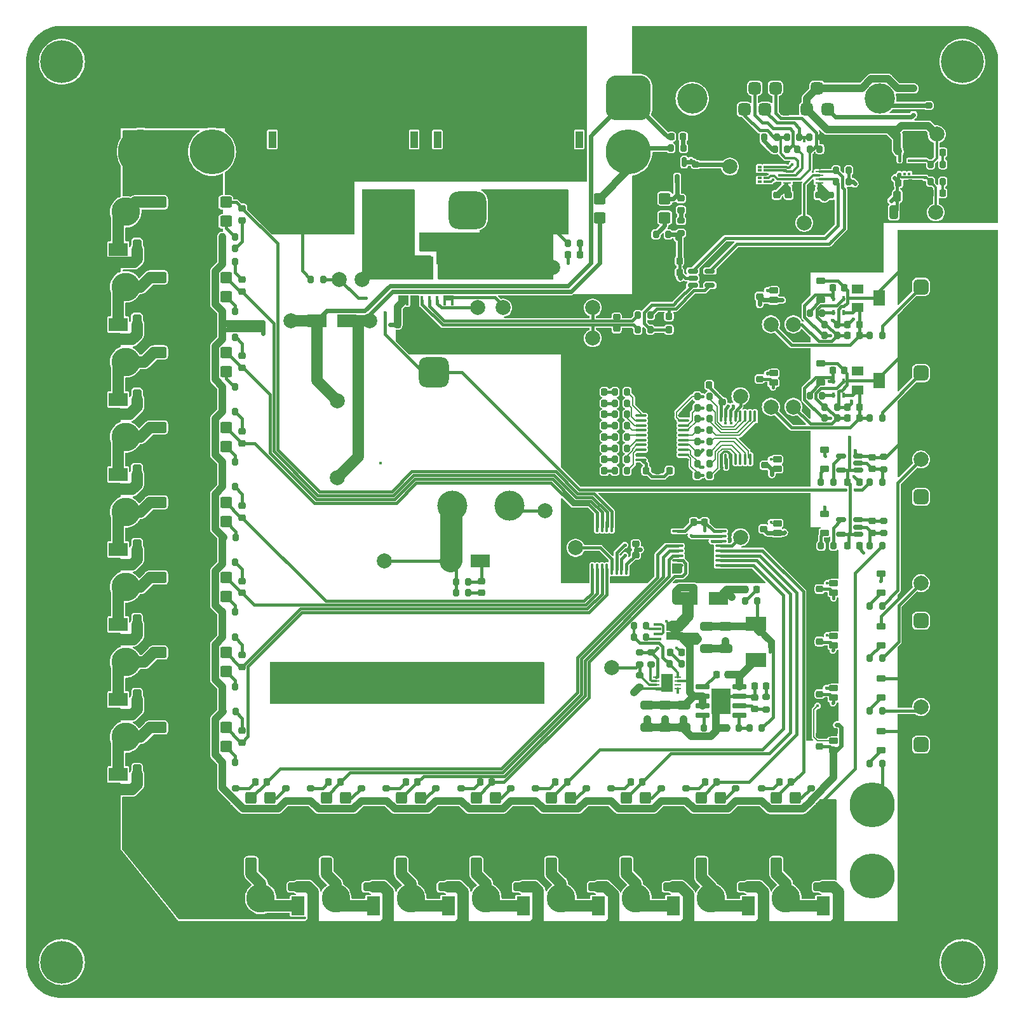
<source format=gtl>
%TF.GenerationSoftware,KiCad,Pcbnew,7.0.1-0*%
%TF.CreationDate,2023-03-21T21:14:32-05:00*%
%TF.ProjectId,actuation,61637475-6174-4696-9f6e-2e6b69636164,rev?*%
%TF.SameCoordinates,Original*%
%TF.FileFunction,Copper,L1,Top*%
%TF.FilePolarity,Positive*%
%FSLAX46Y46*%
G04 Gerber Fmt 4.6, Leading zero omitted, Abs format (unit mm)*
G04 Created by KiCad (PCBNEW 7.0.1-0) date 2023-03-21 21:14:32*
%MOMM*%
%LPD*%
G01*
G04 APERTURE LIST*
G04 Aperture macros list*
%AMRoundRect*
0 Rectangle with rounded corners*
0 $1 Rounding radius*
0 $2 $3 $4 $5 $6 $7 $8 $9 X,Y pos of 4 corners*
0 Add a 4 corners polygon primitive as box body*
4,1,4,$2,$3,$4,$5,$6,$7,$8,$9,$2,$3,0*
0 Add four circle primitives for the rounded corners*
1,1,$1+$1,$2,$3*
1,1,$1+$1,$4,$5*
1,1,$1+$1,$6,$7*
1,1,$1+$1,$8,$9*
0 Add four rect primitives between the rounded corners*
20,1,$1+$1,$2,$3,$4,$5,0*
20,1,$1+$1,$4,$5,$6,$7,0*
20,1,$1+$1,$6,$7,$8,$9,0*
20,1,$1+$1,$8,$9,$2,$3,0*%
%AMFreePoly0*
4,1,11,1.372500,0.090000,0.862500,0.090000,0.862500,-0.165000,1.372500,-0.165000,1.372500,-0.587500,0.612500,-0.587500,0.612500,-0.495000,-0.862500,-0.495000,-0.862500,0.495000,1.372500,0.495000,1.372500,0.090000,1.372500,0.090000,$1*%
%AMFreePoly1*
4,1,11,1.372500,0.165000,0.862500,0.165000,0.862500,-0.090000,1.372500,-0.090000,1.372500,-0.495000,-0.862500,-0.495000,-0.862500,0.495000,0.612500,0.495000,0.612500,0.587500,1.372500,0.587500,1.372500,0.165000,1.372500,0.165000,$1*%
%AMFreePoly2*
4,1,10,0.330000,-0.700000,-0.330000,-0.700000,-0.980000,-0.700000,-0.980000,-0.300000,-0.330000,-0.300000,-0.330000,0.300000,-0.980000,0.300000,-0.980000,0.700000,0.330000,0.700000,0.330000,-0.700000,0.330000,-0.700000,$1*%
%AMFreePoly3*
4,1,12,1.750000,-1.535000,-1.750000,-1.535000,-1.750000,1.535000,-0.125000,1.535000,-0.125000,3.595000,-0.105194,3.681777,-0.049698,3.751366,0.030496,3.789986,0.069986,3.789986,0.075000,3.795000,1.750000,3.795000,1.750000,-1.535000,1.750000,-1.535000,$1*%
%AMFreePoly4*
4,1,12,1.750000,-1.535000,-0.625000,-1.535000,-0.625000,-3.595000,-0.644806,-3.681777,-0.700302,-3.751366,-0.780496,-3.789986,-0.819986,-3.789986,-0.825000,-3.795000,-1.750000,-3.795000,-1.750000,1.535000,1.750000,1.535000,1.750000,-1.535000,1.750000,-1.535000,$1*%
G04 Aperture macros list end*
%TA.AperFunction,SMDPad,CuDef*%
%ADD10RoundRect,0.150000X0.450000X0.250000X-0.450000X0.250000X-0.450000X-0.250000X0.450000X-0.250000X0*%
%TD*%
%TA.AperFunction,SMDPad,CuDef*%
%ADD11RoundRect,0.300000X0.500000X0.450000X-0.500000X0.450000X-0.500000X-0.450000X0.500000X-0.450000X0*%
%TD*%
%TA.AperFunction,SMDPad,CuDef*%
%ADD12RoundRect,0.300000X-0.450000X0.500000X-0.450000X-0.500000X0.450000X-0.500000X0.450000X0.500000X0*%
%TD*%
%TA.AperFunction,SMDPad,CuDef*%
%ADD13RoundRect,0.200000X0.200000X0.275000X-0.200000X0.275000X-0.200000X-0.275000X0.200000X-0.275000X0*%
%TD*%
%TA.AperFunction,SMDPad,CuDef*%
%ADD14R,1.800000X2.500000*%
%TD*%
%TA.AperFunction,SMDPad,CuDef*%
%ADD15RoundRect,0.200000X-0.200000X-0.275000X0.200000X-0.275000X0.200000X0.275000X-0.200000X0.275000X0*%
%TD*%
%TA.AperFunction,SMDPad,CuDef*%
%ADD16RoundRect,0.200000X0.275000X-0.200000X0.275000X0.200000X-0.275000X0.200000X-0.275000X-0.200000X0*%
%TD*%
%TA.AperFunction,SMDPad,CuDef*%
%ADD17RoundRect,0.225000X0.225000X0.250000X-0.225000X0.250000X-0.225000X-0.250000X0.225000X-0.250000X0*%
%TD*%
%TA.AperFunction,ComponentPad*%
%ADD18C,3.800000*%
%TD*%
%TA.AperFunction,ComponentPad*%
%ADD19R,3.800000X3.800000*%
%TD*%
%TA.AperFunction,SMDPad,CuDef*%
%ADD20RoundRect,0.250000X-0.650000X0.325000X-0.650000X-0.325000X0.650000X-0.325000X0.650000X0.325000X0*%
%TD*%
%TA.AperFunction,SMDPad,CuDef*%
%ADD21RoundRect,0.225000X0.250000X-0.225000X0.250000X0.225000X-0.250000X0.225000X-0.250000X-0.225000X0*%
%TD*%
%TA.AperFunction,SMDPad,CuDef*%
%ADD22C,2.000000*%
%TD*%
%TA.AperFunction,SMDPad,CuDef*%
%ADD23RoundRect,0.218750X0.256250X-0.218750X0.256250X0.218750X-0.256250X0.218750X-0.256250X-0.218750X0*%
%TD*%
%TA.AperFunction,SMDPad,CuDef*%
%ADD24RoundRect,0.225000X-0.225000X-0.250000X0.225000X-0.250000X0.225000X0.250000X-0.225000X0.250000X0*%
%TD*%
%TA.AperFunction,SMDPad,CuDef*%
%ADD25RoundRect,0.250000X-1.100000X0.325000X-1.100000X-0.325000X1.100000X-0.325000X1.100000X0.325000X0*%
%TD*%
%TA.AperFunction,ComponentPad*%
%ADD26R,1.000000X2.200000*%
%TD*%
%TA.AperFunction,ComponentPad*%
%ADD27C,5.000000*%
%TD*%
%TA.AperFunction,ComponentPad*%
%ADD28RoundRect,1.250000X-1.250000X-1.250000X1.250000X-1.250000X1.250000X1.250000X-1.250000X1.250000X0*%
%TD*%
%TA.AperFunction,SMDPad,CuDef*%
%ADD29RoundRect,0.218750X-0.218750X-0.256250X0.218750X-0.256250X0.218750X0.256250X-0.218750X0.256250X0*%
%TD*%
%TA.AperFunction,SMDPad,CuDef*%
%ADD30RoundRect,0.218750X0.218750X0.256250X-0.218750X0.256250X-0.218750X-0.256250X0.218750X-0.256250X0*%
%TD*%
%TA.AperFunction,ComponentPad*%
%ADD31RoundRect,1.500000X1.500000X1.500000X-1.500000X1.500000X-1.500000X-1.500000X1.500000X-1.500000X0*%
%TD*%
%TA.AperFunction,ComponentPad*%
%ADD32C,6.000000*%
%TD*%
%TA.AperFunction,ComponentPad*%
%ADD33C,5.700000*%
%TD*%
%TA.AperFunction,SMDPad,CuDef*%
%ADD34R,2.500000X1.800000*%
%TD*%
%TA.AperFunction,SMDPad,CuDef*%
%ADD35RoundRect,0.093750X0.106250X-0.093750X0.106250X0.093750X-0.106250X0.093750X-0.106250X-0.093750X0*%
%TD*%
%TA.AperFunction,SMDPad,CuDef*%
%ADD36R,1.600000X1.000000*%
%TD*%
%TA.AperFunction,SMDPad,CuDef*%
%ADD37RoundRect,0.218750X-0.256250X0.218750X-0.256250X-0.218750X0.256250X-0.218750X0.256250X0.218750X0*%
%TD*%
%TA.AperFunction,SMDPad,CuDef*%
%ADD38RoundRect,0.100000X0.637500X0.100000X-0.637500X0.100000X-0.637500X-0.100000X0.637500X-0.100000X0*%
%TD*%
%TA.AperFunction,SMDPad,CuDef*%
%ADD39R,0.450000X0.600000*%
%TD*%
%TA.AperFunction,ComponentPad*%
%ADD40RoundRect,1.500000X-1.500000X1.500000X-1.500000X-1.500000X1.500000X-1.500000X1.500000X1.500000X0*%
%TD*%
%TA.AperFunction,ComponentPad*%
%ADD41RoundRect,0.500000X0.500000X-0.500000X0.500000X0.500000X-0.500000X0.500000X-0.500000X-0.500000X0*%
%TD*%
%TA.AperFunction,ComponentPad*%
%ADD42C,2.000000*%
%TD*%
%TA.AperFunction,SMDPad,CuDef*%
%ADD43RoundRect,0.150000X0.512500X0.150000X-0.512500X0.150000X-0.512500X-0.150000X0.512500X-0.150000X0*%
%TD*%
%TA.AperFunction,ComponentPad*%
%ADD44RoundRect,1.000000X-1.000000X1.000000X-1.000000X-1.000000X1.000000X-1.000000X1.000000X1.000000X0*%
%TD*%
%TA.AperFunction,ComponentPad*%
%ADD45C,4.000000*%
%TD*%
%TA.AperFunction,SMDPad,CuDef*%
%ADD46R,0.990000X0.405000*%
%TD*%
%TA.AperFunction,SMDPad,CuDef*%
%ADD47FreePoly0,0.000000*%
%TD*%
%TA.AperFunction,SMDPad,CuDef*%
%ADD48FreePoly1,0.000000*%
%TD*%
%TA.AperFunction,SMDPad,CuDef*%
%ADD49R,1.600000X1.300000*%
%TD*%
%TA.AperFunction,SMDPad,CuDef*%
%ADD50R,1.600000X2.000000*%
%TD*%
%TA.AperFunction,SMDPad,CuDef*%
%ADD51FreePoly2,90.000000*%
%TD*%
%TA.AperFunction,SMDPad,CuDef*%
%ADD52R,0.400000X1.300000*%
%TD*%
%TA.AperFunction,SMDPad,CuDef*%
%ADD53FreePoly3,90.000000*%
%TD*%
%TA.AperFunction,SMDPad,CuDef*%
%ADD54FreePoly4,90.000000*%
%TD*%
%TA.AperFunction,SMDPad,CuDef*%
%ADD55RoundRect,0.150000X-0.150000X0.512500X-0.150000X-0.512500X0.150000X-0.512500X0.150000X0.512500X0*%
%TD*%
%TA.AperFunction,SMDPad,CuDef*%
%ADD56R,0.550000X0.300000*%
%TD*%
%TA.AperFunction,SMDPad,CuDef*%
%ADD57R,0.550000X0.400000*%
%TD*%
%TA.AperFunction,SMDPad,CuDef*%
%ADD58RoundRect,0.100000X0.100000X-0.637500X0.100000X0.637500X-0.100000X0.637500X-0.100000X-0.637500X0*%
%TD*%
%TA.AperFunction,SMDPad,CuDef*%
%ADD59RoundRect,0.250000X0.325000X1.100000X-0.325000X1.100000X-0.325000X-1.100000X0.325000X-1.100000X0*%
%TD*%
%TA.AperFunction,SMDPad,CuDef*%
%ADD60R,0.400000X0.650000*%
%TD*%
%TA.AperFunction,SMDPad,CuDef*%
%ADD61RoundRect,0.150000X-0.820000X-0.150000X0.820000X-0.150000X0.820000X0.150000X-0.820000X0.150000X0*%
%TD*%
%TA.AperFunction,SMDPad,CuDef*%
%ADD62R,2.620000X3.510000*%
%TD*%
%TA.AperFunction,SMDPad,CuDef*%
%ADD63RoundRect,0.225000X-0.250000X0.225000X-0.250000X-0.225000X0.250000X-0.225000X0.250000X0.225000X0*%
%TD*%
%TA.AperFunction,SMDPad,CuDef*%
%ADD64RoundRect,0.200000X-0.275000X0.200000X-0.275000X-0.200000X0.275000X-0.200000X0.275000X0.200000X0*%
%TD*%
%TA.AperFunction,SMDPad,CuDef*%
%ADD65RoundRect,0.250000X-0.250000X-0.475000X0.250000X-0.475000X0.250000X0.475000X-0.250000X0.475000X0*%
%TD*%
%TA.AperFunction,SMDPad,CuDef*%
%ADD66RoundRect,0.250000X0.325000X0.650000X-0.325000X0.650000X-0.325000X-0.650000X0.325000X-0.650000X0*%
%TD*%
%TA.AperFunction,SMDPad,CuDef*%
%ADD67R,1.100000X0.250000*%
%TD*%
%TA.AperFunction,SMDPad,CuDef*%
%ADD68R,2.790000X1.903000*%
%TD*%
%TA.AperFunction,SMDPad,CuDef*%
%ADD69RoundRect,0.100000X-0.637500X-0.100000X0.637500X-0.100000X0.637500X0.100000X-0.637500X0.100000X0*%
%TD*%
%TA.AperFunction,SMDPad,CuDef*%
%ADD70RoundRect,0.062500X-0.362500X-0.062500X0.362500X-0.062500X0.362500X0.062500X-0.362500X0.062500X0*%
%TD*%
%TA.AperFunction,SMDPad,CuDef*%
%ADD71R,1.650000X2.380000*%
%TD*%
%TA.AperFunction,ComponentPad*%
%ADD72RoundRect,0.408750X0.408750X0.408750X-0.408750X0.408750X-0.408750X-0.408750X0.408750X-0.408750X0*%
%TD*%
%TA.AperFunction,ComponentPad*%
%ADD73C,4.050000*%
%TD*%
%TA.AperFunction,SMDPad,CuDef*%
%ADD74RoundRect,0.100000X-0.100000X0.637500X-0.100000X-0.637500X0.100000X-0.637500X0.100000X0.637500X0*%
%TD*%
%TA.AperFunction,ViaPad*%
%ADD75C,0.450000*%
%TD*%
%TA.AperFunction,Conductor*%
%ADD76C,0.400000*%
%TD*%
%TA.AperFunction,Conductor*%
%ADD77C,0.300000*%
%TD*%
%TA.AperFunction,Conductor*%
%ADD78C,0.600000*%
%TD*%
%TA.AperFunction,Conductor*%
%ADD79C,3.000000*%
%TD*%
%TA.AperFunction,Conductor*%
%ADD80C,1.000000*%
%TD*%
%TA.AperFunction,Conductor*%
%ADD81C,1.500000*%
%TD*%
%TA.AperFunction,Conductor*%
%ADD82C,0.200000*%
%TD*%
G04 APERTURE END LIST*
D10*
%TO.P,U24,1*%
%TO.N,Net-(R47-Pad1)*%
X189150000Y-110770000D03*
%TO.P,U24,3*%
%TO.N,GNDPWR*%
X189150000Y-108230000D03*
%TO.P,U24,4*%
%TO.N,GND*%
X182850000Y-108230000D03*
%TO.P,U24,5*%
%TO.N,/Feedback Channels/FB_CH3*%
X182850000Y-109500000D03*
%TO.P,U24,6*%
%TO.N,+3.3V*%
X182850000Y-110770000D03*
%TD*%
%TO.P,U22,1*%
%TO.N,Net-(R45-Pad1)*%
X189150000Y-124770000D03*
%TO.P,U22,3*%
%TO.N,GNDPWR*%
X189150000Y-122230000D03*
%TO.P,U22,4*%
%TO.N,GND*%
X182850000Y-122230000D03*
%TO.P,U22,5*%
%TO.N,/Feedback Channels/FB_CH1*%
X182850000Y-123500000D03*
%TO.P,U22,6*%
%TO.N,+3.3V*%
X182850000Y-124770000D03*
%TD*%
%TO.P,U29,1*%
%TO.N,Net-(R54-Pad2)*%
X181650000Y-102770000D03*
%TO.P,U29,3*%
%TO.N,GNDPWR*%
X181650000Y-100230000D03*
%TO.P,U29,4*%
%TO.N,GND*%
X175350000Y-100230000D03*
%TO.P,U29,5*%
%TO.N,/Feedback Channels/FB_CH4*%
X175350000Y-101500000D03*
%TO.P,U29,6*%
%TO.N,+3.3V*%
X175350000Y-102770000D03*
%TD*%
%TO.P,U23,1*%
%TO.N,Net-(R46-Pad1)*%
X189150000Y-117770000D03*
%TO.P,U23,3*%
%TO.N,GNDPWR*%
X189150000Y-115230000D03*
%TO.P,U23,4*%
%TO.N,GND*%
X182850000Y-115230000D03*
%TO.P,U23,5*%
%TO.N,/Feedback Channels/FB_CH2*%
X182850000Y-116500000D03*
%TO.P,U23,6*%
%TO.N,+3.3V*%
X182850000Y-117770000D03*
%TD*%
%TO.P,U26,1*%
%TO.N,Net-(R43-Pad1)*%
X181150000Y-71770000D03*
%TO.P,U26,3*%
%TO.N,GNDPWR*%
X181150000Y-69230000D03*
%TO.P,U26,4*%
%TO.N,GND*%
X174850000Y-69230000D03*
%TO.P,U26,5*%
%TO.N,/Feedback Channels/FB_CH7*%
X174850000Y-70500000D03*
%TO.P,U26,6*%
%TO.N,+3.3V*%
X174850000Y-71770000D03*
%TD*%
%TO.P,U30,1*%
%TO.N,Net-(R55-Pad2)*%
X181650000Y-94270000D03*
%TO.P,U30,3*%
%TO.N,GNDPWR*%
X181650000Y-91730000D03*
%TO.P,U30,4*%
%TO.N,GND*%
X175350000Y-91730000D03*
%TO.P,U30,5*%
%TO.N,/Feedback Channels/FB_CH5*%
X175350000Y-93000000D03*
%TO.P,U30,6*%
%TO.N,+3.3V*%
X175350000Y-94270000D03*
%TD*%
%TO.P,U25,1*%
%TO.N,Net-(R42-Pad1)*%
X181150000Y-82770000D03*
%TO.P,U25,3*%
%TO.N,GNDPWR*%
X181150000Y-80230000D03*
%TO.P,U25,4*%
%TO.N,GND*%
X174850000Y-80230000D03*
%TO.P,U25,5*%
%TO.N,/Feedback Channels/FB_CH6*%
X174850000Y-81500000D03*
%TO.P,U25,6*%
%TO.N,+3.3V*%
X174850000Y-82770000D03*
%TD*%
%TO.P,U21,1*%
%TO.N,Net-(R44-Pad1)*%
X189150000Y-131770000D03*
%TO.P,U21,3*%
%TO.N,GNDPWR*%
X189150000Y-129230000D03*
%TO.P,U21,4*%
%TO.N,GND*%
X182850000Y-129230000D03*
%TO.P,U21,5*%
%TO.N,/Feedback Channels/FB_CH0*%
X182850000Y-130500000D03*
%TO.P,U21,6*%
%TO.N,+3.3V*%
X182850000Y-131770000D03*
%TD*%
D11*
%TO.P,U5,1*%
%TO.N,Net-(R12-Pad2)*%
X101850000Y-81270000D03*
%TO.P,U5,2*%
%TO.N,/Actuator Channels/ACT_CH3*%
X101850000Y-78730000D03*
%TO.P,U5,3*%
%TO.N,Net-(D5-K)*%
X93150000Y-78730000D03*
%TO.P,U5,4*%
%TO.N,Vdrive*%
X93150000Y-81270000D03*
%TD*%
%TO.P,U3,1*%
%TO.N,Net-(R10-Pad2)*%
X101850000Y-61270000D03*
%TO.P,U3,2*%
%TO.N,/Actuator Channels/ACT_CH1*%
X101850000Y-58730000D03*
%TO.P,U3,3*%
%TO.N,Net-(D3-K)*%
X93150000Y-58730000D03*
%TO.P,U3,4*%
%TO.N,Vdrive*%
X93150000Y-61270000D03*
%TD*%
D12*
%TO.P,U15,1*%
%TO.N,Net-(R22-Pad2)*%
X147770000Y-138150000D03*
%TO.P,U15,2*%
%TO.N,/Actuator Channels/ACT_CH13*%
X145230000Y-138150000D03*
%TO.P,U15,3*%
%TO.N,Net-(D15-K)*%
X145230000Y-146850000D03*
%TO.P,U15,4*%
%TO.N,Vdrive*%
X147770000Y-146850000D03*
%TD*%
%TO.P,U17,1*%
%TO.N,Net-(R24-Pad2)*%
X167770000Y-138150000D03*
%TO.P,U17,2*%
%TO.N,/Actuator Channels/ACT_CH15*%
X165230000Y-138150000D03*
%TO.P,U17,3*%
%TO.N,Net-(D17-K)*%
X165230000Y-146850000D03*
%TO.P,U17,4*%
%TO.N,Vdrive*%
X167770000Y-146850000D03*
%TD*%
%TO.P,U11,1*%
%TO.N,Net-(R18-Pad2)*%
X107770000Y-138150000D03*
%TO.P,U11,2*%
%TO.N,/Actuator Channels/ACT_CH9*%
X105230000Y-138150000D03*
%TO.P,U11,3*%
%TO.N,Net-(D11-K)*%
X105230000Y-146850000D03*
%TO.P,U11,4*%
%TO.N,Vdrive*%
X107770000Y-146850000D03*
%TD*%
D11*
%TO.P,U7,1*%
%TO.N,Net-(R14-Pad2)*%
X101850000Y-101270000D03*
%TO.P,U7,2*%
%TO.N,/Actuator Channels/ACT_CH5*%
X101850000Y-98730000D03*
%TO.P,U7,3*%
%TO.N,Net-(D7-K)*%
X93150000Y-98730000D03*
%TO.P,U7,4*%
%TO.N,Vdrive*%
X93150000Y-101270000D03*
%TD*%
%TO.P,U8,1*%
%TO.N,Net-(R15-Pad2)*%
X101850000Y-111270000D03*
%TO.P,U8,2*%
%TO.N,/Actuator Channels/ACT_CH6*%
X101850000Y-108730000D03*
%TO.P,U8,3*%
%TO.N,Net-(D8-K)*%
X93150000Y-108730000D03*
%TO.P,U8,4*%
%TO.N,Vdrive*%
X93150000Y-111270000D03*
%TD*%
D12*
%TO.P,U14,1*%
%TO.N,Net-(R21-Pad2)*%
X137770000Y-138150000D03*
%TO.P,U14,2*%
%TO.N,/Actuator Channels/ACT_CH12*%
X135230000Y-138150000D03*
%TO.P,U14,3*%
%TO.N,Net-(D14-K)*%
X135230000Y-146850000D03*
%TO.P,U14,4*%
%TO.N,Vdrive*%
X137770000Y-146850000D03*
%TD*%
D11*
%TO.P,U9,1*%
%TO.N,Net-(R16-Pad2)*%
X101850000Y-121270000D03*
%TO.P,U9,2*%
%TO.N,/Actuator Channels/ACT_CH7*%
X101850000Y-118730000D03*
%TO.P,U9,3*%
%TO.N,Net-(D9-K)*%
X93150000Y-118730000D03*
%TO.P,U9,4*%
%TO.N,Vdrive*%
X93150000Y-121270000D03*
%TD*%
D12*
%TO.P,U13,1*%
%TO.N,Net-(R20-Pad2)*%
X127770000Y-138150000D03*
%TO.P,U13,2*%
%TO.N,/Actuator Channels/ACT_CH11*%
X125230000Y-138150000D03*
%TO.P,U13,3*%
%TO.N,Net-(D13-K)*%
X125230000Y-146850000D03*
%TO.P,U13,4*%
%TO.N,Vdrive*%
X127770000Y-146850000D03*
%TD*%
D11*
%TO.P,U4,1*%
%TO.N,Net-(R11-Pad2)*%
X101850000Y-71270000D03*
%TO.P,U4,2*%
%TO.N,/Actuator Channels/ACT_CH2*%
X101850000Y-68730000D03*
%TO.P,U4,3*%
%TO.N,Net-(D4-K)*%
X93150000Y-68730000D03*
%TO.P,U4,4*%
%TO.N,Vdrive*%
X93150000Y-71270000D03*
%TD*%
%TO.P,U6,1*%
%TO.N,Net-(R13-Pad2)*%
X101850000Y-91270000D03*
%TO.P,U6,2*%
%TO.N,/Actuator Channels/ACT_CH4*%
X101850000Y-88730000D03*
%TO.P,U6,3*%
%TO.N,Net-(D6-K)*%
X93150000Y-88730000D03*
%TO.P,U6,4*%
%TO.N,Vdrive*%
X93150000Y-91270000D03*
%TD*%
%TO.P,U39,1*%
%TO.N,Net-(R94-Pad2)*%
X160350000Y-60770000D03*
%TO.P,U39,2*%
%TO.N,Net-(D49-K)*%
X160350000Y-58230000D03*
%TO.P,U39,3*%
%TO.N,Net-(J27-Pin_1)*%
X151650000Y-58230000D03*
%TO.P,U39,4*%
%TO.N,/Power/COIL+*%
X151650000Y-60770000D03*
%TD*%
D12*
%TO.P,U16,1*%
%TO.N,Net-(R23-Pad2)*%
X157770000Y-138150000D03*
%TO.P,U16,2*%
%TO.N,/Actuator Channels/ACT_CH14*%
X155230000Y-138150000D03*
%TO.P,U16,3*%
%TO.N,Net-(D16-K)*%
X155230000Y-146850000D03*
%TO.P,U16,4*%
%TO.N,Vdrive*%
X157770000Y-146850000D03*
%TD*%
%TO.P,U12,1*%
%TO.N,Net-(R19-Pad2)*%
X117770000Y-138150000D03*
%TO.P,U12,2*%
%TO.N,/Actuator Channels/ACT_CH10*%
X115230000Y-138150000D03*
%TO.P,U12,3*%
%TO.N,Net-(D12-K)*%
X115230000Y-146850000D03*
%TO.P,U12,4*%
%TO.N,Vdrive*%
X117770000Y-146850000D03*
%TD*%
D11*
%TO.P,U10,1*%
%TO.N,Net-(R17-Pad2)*%
X101850000Y-131270000D03*
%TO.P,U10,2*%
%TO.N,/Actuator Channels/ACT_CH8*%
X101850000Y-128730000D03*
%TO.P,U10,3*%
%TO.N,Net-(D10-K)*%
X93150000Y-128730000D03*
%TO.P,U10,4*%
%TO.N,Vdrive*%
X93150000Y-131270000D03*
%TD*%
D12*
%TO.P,U18,1*%
%TO.N,Net-(R25-Pad2)*%
X177770000Y-138150000D03*
%TO.P,U18,2*%
%TO.N,/Actuator Channels/ACT_CH16*%
X175230000Y-138150000D03*
%TO.P,U18,3*%
%TO.N,Net-(D18-K)*%
X175230000Y-146850000D03*
%TO.P,U18,4*%
%TO.N,Vdrive*%
X177770000Y-146850000D03*
%TD*%
D13*
%TO.P,R84,1*%
%TO.N,3.3V_ACT*%
X172681500Y-111887000D03*
%TO.P,R84,2*%
%TO.N,Net-(D44-A)*%
X171031500Y-111887000D03*
%TD*%
D14*
%TO.P,D14,1,K*%
%TO.N,Net-(D14-K)*%
X141500000Y-152500000D03*
%TO.P,D14,2,A*%
%TO.N,GNDPWR*%
X141500000Y-156500000D03*
%TD*%
D15*
%TO.P,R44,1*%
%TO.N,Net-(R44-Pad1)*%
X187675000Y-133500000D03*
%TO.P,R44,2*%
%TO.N,3.3V_ACT*%
X189325000Y-133500000D03*
%TD*%
D16*
%TO.P,R76,1*%
%TO.N,Net-(U36-OV)*%
X156972000Y-120332000D03*
%TO.P,R76,2*%
%TO.N,VDC*%
X156972000Y-118682000D03*
%TD*%
D17*
%TO.P,C34,1*%
%TO.N,Net-(U28-+)*%
X186275000Y-76500000D03*
%TO.P,C34,2*%
%TO.N,Net-(U28--)*%
X184725000Y-76500000D03*
%TD*%
D16*
%TO.P,R37,1*%
%TO.N,+3.3V*%
X133223000Y-138493000D03*
%TO.P,R37,2*%
%TO.N,Net-(D30-A)*%
X133223000Y-136843000D03*
%TD*%
%TO.P,R35,1*%
%TO.N,+3.3V*%
X113157000Y-138493000D03*
%TO.P,R35,2*%
%TO.N,Net-(D28-A)*%
X113157000Y-136843000D03*
%TD*%
D18*
%TO.P,J7,1,Pin_1*%
%TO.N,Net-(D8-K)*%
X88500000Y-110000000D03*
D19*
%TO.P,J7,2,Pin_2*%
%TO.N,GNDPWR*%
X83500000Y-110000000D03*
%TD*%
D18*
%TO.P,J5,1,Pin_1*%
%TO.N,Net-(D6-K)*%
X88500000Y-90000000D03*
D19*
%TO.P,J5,2,Pin_2*%
%TO.N,GNDPWR*%
X83500000Y-90000000D03*
%TD*%
D15*
%TO.P,R93,1*%
%TO.N,Net-(J27-Pin_1)*%
X161175000Y-51500000D03*
%TO.P,R93,2*%
%TO.N,Net-(D48-A)*%
X162825000Y-51500000D03*
%TD*%
%TO.P,R86,1*%
%TO.N,VDC*%
X147409500Y-64224500D03*
%TO.P,R86,2*%
%TO.N,Net-(D45-A)*%
X149059500Y-64224500D03*
%TD*%
%TO.P,R97,1*%
%TO.N,Vdrive*%
X132525000Y-110800000D03*
%TO.P,R97,2*%
%TO.N,Net-(D50-A)*%
X134175000Y-110800000D03*
%TD*%
D20*
%TO.P,C62,1*%
%TO.N,3.3V_ACT*%
X165989000Y-115238000D03*
%TO.P,C62,2*%
%TO.N,GNDPWR*%
X165989000Y-118188000D03*
%TD*%
D21*
%TO.P,C42,1*%
%TO.N,Net-(U32-A)*%
X188000000Y-94275000D03*
%TO.P,C42,2*%
%TO.N,GNDPWR*%
X188000000Y-92725000D03*
%TD*%
D22*
%TO.P,TP19,1,1*%
%TO.N,/Power/COIL+*%
X121000000Y-74500000D03*
%TD*%
D18*
%TO.P,J9,1,Pin_1*%
%TO.N,Net-(D10-K)*%
X88500000Y-130000000D03*
D19*
%TO.P,J9,2,Pin_2*%
%TO.N,GNDPWR*%
X83500000Y-130000000D03*
%TD*%
D23*
%TO.P,D22,1,K*%
%TO.N,/Actuator Channels/ACT_CH4*%
X104013000Y-90830500D03*
%TO.P,D22,2,A*%
%TO.N,Net-(D22-A)*%
X104013000Y-89255500D03*
%TD*%
D15*
%TO.P,R11,1*%
%TO.N,+3.3V*%
X101410000Y-73279000D03*
%TO.P,R11,2*%
%TO.N,Net-(R11-Pad2)*%
X103060000Y-73279000D03*
%TD*%
D24*
%TO.P,C37,1*%
%TO.N,3.3V_ACT*%
X184725000Y-104500000D03*
%TO.P,C37,2*%
%TO.N,GNDPWR*%
X186275000Y-104500000D03*
%TD*%
D25*
%TO.P,C19,1*%
%TO.N,Vdrive*%
X171500000Y-147025000D03*
%TO.P,C19,2*%
%TO.N,GNDPWR*%
X171500000Y-149975000D03*
%TD*%
D26*
%TO.P,J26,*%
%TO.N,*%
X148950000Y-50362500D03*
X130050000Y-50362500D03*
D27*
%TO.P,J26,1,Pin_1*%
%TO.N,VDC*%
X144950000Y-59762500D03*
D28*
%TO.P,J26,2,Pin_2*%
%TO.N,VDESAFED*%
X134050000Y-59762500D03*
%TD*%
D29*
%TO.P,D47,1,K*%
%TO.N,GND*%
X195808500Y-52070000D03*
%TO.P,D47,2,A*%
%TO.N,Net-(D47-A)*%
X197383500Y-52070000D03*
%TD*%
D13*
%TO.P,R90,1*%
%TO.N,VDESAFED*%
X114825000Y-69000000D03*
%TO.P,R90,2*%
%TO.N,GNDPWR*%
X113175000Y-69000000D03*
%TD*%
D30*
%TO.P,D29,1,K*%
%TO.N,/Actuator Channels/ACT_CH11*%
X127406500Y-136017000D03*
%TO.P,D29,2,A*%
%TO.N,Net-(D29-A)*%
X125831500Y-136017000D03*
%TD*%
D17*
%TO.P,C57,1*%
%TO.N,+3.3V*%
X162319000Y-66548000D03*
%TO.P,C57,2*%
%TO.N,GND*%
X160769000Y-66548000D03*
%TD*%
D30*
%TO.P,D28,1,K*%
%TO.N,/Actuator Channels/ACT_CH10*%
X117119500Y-136017000D03*
%TO.P,D28,2,A*%
%TO.N,Net-(D28-A)*%
X115544500Y-136017000D03*
%TD*%
D13*
%TO.P,R74,1*%
%TO.N,Net-(U33-P6)*%
X166325000Y-86100000D03*
%TO.P,R74,2*%
%TO.N,/Feedback Channels/FB_CH6*%
X164675000Y-86100000D03*
%TD*%
D23*
%TO.P,D21,1,K*%
%TO.N,/Actuator Channels/ACT_CH3*%
X104013000Y-80787500D03*
%TO.P,D21,2,A*%
%TO.N,Net-(D21-A)*%
X104013000Y-79212500D03*
%TD*%
D16*
%TO.P,R24,1*%
%TO.N,+3.3V*%
X169799000Y-138493000D03*
%TO.P,R24,2*%
%TO.N,Net-(R24-Pad2)*%
X169799000Y-136843000D03*
%TD*%
D31*
%TO.P,J24,2,Pin_2*%
%TO.N,GNDPWR*%
X195200000Y-148500000D03*
D32*
%TO.P,J24,1,Pin_1*%
%TO.N,VBUS*%
X188000000Y-148500000D03*
%TD*%
D14*
%TO.P,D15,1,K*%
%TO.N,Net-(D15-K)*%
X151500000Y-152500000D03*
%TO.P,D15,2,A*%
%TO.N,GNDPWR*%
X151500000Y-156500000D03*
%TD*%
D16*
%TO.P,R59,1*%
%TO.N,Net-(U32-A)*%
X189500000Y-94325000D03*
%TO.P,R59,2*%
%TO.N,GNDPWR*%
X189500000Y-92675000D03*
%TD*%
D15*
%TO.P,R45,1*%
%TO.N,Net-(R45-Pad1)*%
X187675000Y-126500000D03*
%TO.P,R45,2*%
%TO.N,Net-(J18-Pin_2)*%
X189325000Y-126500000D03*
%TD*%
D13*
%TO.P,R60,1*%
%TO.N,/Feedback Channels/FB_CH0_LED*%
X155340000Y-94500000D03*
%TO.P,R60,2*%
%TO.N,Net-(D35-A)*%
X153690000Y-94500000D03*
%TD*%
D30*
%TO.P,D34,1,K*%
%TO.N,/Actuator Channels/ACT_CH16*%
X177190500Y-136017000D03*
%TO.P,D34,2,A*%
%TO.N,Net-(D34-A)*%
X175615500Y-136017000D03*
%TD*%
D15*
%TO.P,R92,1*%
%TO.N,+5V*%
X195771000Y-53670000D03*
%TO.P,R92,2*%
%TO.N,Net-(D47-A)*%
X197421000Y-53670000D03*
%TD*%
D16*
%TO.P,R77,1*%
%TO.N,GNDPWR*%
X156972000Y-123380000D03*
%TO.P,R77,2*%
%TO.N,Net-(U36-OV)*%
X156972000Y-121730000D03*
%TD*%
D33*
%TO.P,REF\u002A\u002A,1*%
%TO.N,N/C*%
X200000000Y-40000000D03*
%TD*%
D29*
%TO.P,D44,1,K*%
%TO.N,GNDPWR*%
X171043500Y-110363000D03*
%TO.P,D44,2,A*%
%TO.N,Net-(D44-A)*%
X172618500Y-110363000D03*
%TD*%
D16*
%TO.P,R40,1*%
%TO.N,+3.3V*%
X163195000Y-138493000D03*
%TO.P,R40,2*%
%TO.N,Net-(D33-A)*%
X163195000Y-136843000D03*
%TD*%
D34*
%TO.P,D46,1,K*%
%TO.N,/Power/COIL+*%
X118000000Y-74500000D03*
%TO.P,D46,2,A*%
%TO.N,/Power/COIL-*%
X114000000Y-74500000D03*
%TD*%
D15*
%TO.P,R4,1*%
%TO.N,/SCL-*%
X179610000Y-50025000D03*
%TO.P,R4,2*%
%TO.N,GND*%
X181260000Y-50025000D03*
%TD*%
D22*
%TO.P,TP14,1,1*%
%TO.N,Net-(U35-VREF)*%
X150749000Y-76835000D03*
%TD*%
D35*
%TO.P,U40,1,OUT*%
%TO.N,+3.3V*%
X191647000Y-54925500D03*
%TO.P,U40,2,NC*%
%TO.N,unconnected-(U40-NC-Pad2)*%
X192297000Y-54925500D03*
%TO.P,U40,3,PG*%
%TO.N,unconnected-(U40-PG-Pad3)*%
X192947000Y-54925500D03*
%TO.P,U40,4,EN*%
%TO.N,+5V*%
X192947000Y-53150500D03*
%TO.P,U40,5,GND*%
%TO.N,GND*%
X192297000Y-53150500D03*
%TO.P,U40,6,IN*%
%TO.N,+5V*%
X191647000Y-53150500D03*
D36*
%TO.P,U40,7,EP*%
%TO.N,GND*%
X192297000Y-54038000D03*
%TD*%
D13*
%TO.P,R65,1*%
%TO.N,/Feedback Channels/FB_CH5_LED*%
X155340000Y-87000000D03*
%TO.P,R65,2*%
%TO.N,Net-(D40-A)*%
X153690000Y-87000000D03*
%TD*%
D29*
%TO.P,D48,1,K*%
%TO.N,/Power/COIL-*%
X161212500Y-50000000D03*
%TO.P,D48,2,A*%
%TO.N,Net-(D48-A)*%
X162787500Y-50000000D03*
%TD*%
D15*
%TO.P,R46,1*%
%TO.N,Net-(R46-Pad1)*%
X187675000Y-119500000D03*
%TO.P,R46,2*%
%TO.N,Net-(J19-Pin_2)*%
X189325000Y-119500000D03*
%TD*%
D29*
%TO.P,D41,1,K*%
%TO.N,GND*%
X150727500Y-85500000D03*
%TO.P,D41,2,A*%
%TO.N,Net-(D41-A)*%
X152302500Y-85500000D03*
%TD*%
D16*
%TO.P,R34,1*%
%TO.N,+3.3V*%
X103124000Y-138493000D03*
%TO.P,R34,2*%
%TO.N,Net-(D27-A)*%
X103124000Y-136843000D03*
%TD*%
D29*
%TO.P,D36,1,K*%
%TO.N,GND*%
X150727500Y-93000000D03*
%TO.P,D36,2,A*%
%TO.N,Net-(D36-A)*%
X152302500Y-93000000D03*
%TD*%
D37*
%TO.P,D50,1,K*%
%TO.N,GNDPWR*%
X135890000Y-109212500D03*
%TO.P,D50,2,A*%
%TO.N,Net-(D50-A)*%
X135890000Y-110787500D03*
%TD*%
D34*
%TO.P,D52,1,A1*%
%TO.N,GNDPWR*%
X135800000Y-106500000D03*
%TO.P,D52,2,A2*%
%TO.N,Vdrive*%
X131800000Y-106500000D03*
%TD*%
D38*
%TO.P,U34,1,~{OE1}*%
%TO.N,GND*%
X162862500Y-93025000D03*
%TO.P,U34,2,A1*%
%TO.N,/Feedback Channels/FB_CH0*%
X162862500Y-92375000D03*
%TO.P,U34,3,A2*%
%TO.N,/Feedback Channels/FB_CH1*%
X162862500Y-91725000D03*
%TO.P,U34,4,A3*%
%TO.N,/Feedback Channels/FB_CH2*%
X162862500Y-91075000D03*
%TO.P,U34,5,A4*%
%TO.N,/Feedback Channels/FB_CH3*%
X162862500Y-90425000D03*
%TO.P,U34,6,A5*%
%TO.N,/Feedback Channels/FB_CH4*%
X162862500Y-89775000D03*
%TO.P,U34,7,A6*%
%TO.N,/Feedback Channels/FB_CH5*%
X162862500Y-89125000D03*
%TO.P,U34,8,A7*%
%TO.N,/Feedback Channels/FB_CH6*%
X162862500Y-88475000D03*
%TO.P,U34,9,A8*%
%TO.N,/Feedback Channels/FB_CH7*%
X162862500Y-87825000D03*
%TO.P,U34,10,GND*%
%TO.N,GND*%
X162862500Y-87175000D03*
%TO.P,U34,11,Y8*%
%TO.N,/Feedback Channels/FB_CH7_LED*%
X157137500Y-87175000D03*
%TO.P,U34,12,Y7*%
%TO.N,/Feedback Channels/FB_CH6_LED*%
X157137500Y-87825000D03*
%TO.P,U34,13,Y6*%
%TO.N,/Feedback Channels/FB_CH5_LED*%
X157137500Y-88475000D03*
%TO.P,U34,14,Y5*%
%TO.N,/Feedback Channels/FB_CH4_LED*%
X157137500Y-89125000D03*
%TO.P,U34,15,Y4*%
%TO.N,/Feedback Channels/FB_CH3_LED*%
X157137500Y-89775000D03*
%TO.P,U34,16,Y3*%
%TO.N,/Feedback Channels/FB_CH2_LED*%
X157137500Y-90425000D03*
%TO.P,U34,17,Y2*%
%TO.N,/Feedback Channels/FB_CH1_LED*%
X157137500Y-91075000D03*
%TO.P,U34,18,Y1*%
%TO.N,/Feedback Channels/FB_CH0_LED*%
X157137500Y-91725000D03*
%TO.P,U34,19,~{OE2}*%
%TO.N,GND*%
X157137500Y-92375000D03*
%TO.P,U34,20,VCC*%
%TO.N,+3.3V*%
X157137500Y-93025000D03*
%TD*%
D17*
%TO.P,C35,1*%
%TO.N,Net-(U27-+)*%
X186275000Y-86000000D03*
%TO.P,C35,2*%
%TO.N,GNDPWR*%
X184725000Y-86000000D03*
%TD*%
D18*
%TO.P,J12,1,Pin_1*%
%TO.N,Net-(D13-K)*%
X126500000Y-151500000D03*
D19*
%TO.P,J12,2,Pin_2*%
%TO.N,GNDPWR*%
X126500000Y-156500000D03*
%TD*%
D39*
%TO.P,D1,1,A1*%
%TO.N,GND*%
X193500000Y-41450000D03*
%TO.P,D1,2,A2*%
%TO.N,+5V*%
X193500000Y-43550000D03*
%TD*%
D32*
%TO.P,J28,1,Pin_1*%
%TO.N,Vdrive*%
X90500000Y-52000000D03*
D40*
%TO.P,J28,2,Pin_2*%
%TO.N,GNDPWR*%
X90500000Y-44800000D03*
%TD*%
D13*
%TO.P,R64,1*%
%TO.N,/Feedback Channels/FB_CH4_LED*%
X155340000Y-88500000D03*
%TO.P,R64,2*%
%TO.N,Net-(D39-A)*%
X153690000Y-88500000D03*
%TD*%
D17*
%TO.P,C45,1*%
%TO.N,+3.3V*%
X166275000Y-83100000D03*
%TO.P,C45,2*%
%TO.N,GND*%
X164725000Y-83100000D03*
%TD*%
D24*
%TO.P,C48,1*%
%TO.N,+3.3V*%
X124725000Y-73500000D03*
%TO.P,C48,2*%
%TO.N,GND*%
X126275000Y-73500000D03*
%TD*%
D23*
%TO.P,D23,1,K*%
%TO.N,/Actuator Channels/ACT_CH5*%
X104013000Y-100736500D03*
%TO.P,D23,2,A*%
%TO.N,Net-(D23-A)*%
X104013000Y-99161500D03*
%TD*%
D21*
%TO.P,C31,1*%
%TO.N,+3.3V*%
X173500000Y-102275000D03*
%TO.P,C31,2*%
%TO.N,GND*%
X173500000Y-100725000D03*
%TD*%
D14*
%TO.P,D18,1,K*%
%TO.N,Net-(D18-K)*%
X181500000Y-152500000D03*
%TO.P,D18,2,A*%
%TO.N,GNDPWR*%
X181500000Y-156500000D03*
%TD*%
D16*
%TO.P,R87,1*%
%TO.N,Net-(U38-COMP)*%
X173863000Y-126301000D03*
%TO.P,R87,2*%
%TO.N,Net-(C60-Pad1)*%
X173863000Y-124651000D03*
%TD*%
D37*
%TO.P,D19,1,K*%
%TO.N,/Actuator Channels/ACT_CH1*%
X104013000Y-59537500D03*
%TO.P,D19,2,A*%
%TO.N,Net-(D19-A)*%
X104013000Y-61112500D03*
%TD*%
D22*
%TO.P,TP20,1,1*%
%TO.N,/Power/COIL-*%
X110500000Y-74500000D03*
%TD*%
%TO.P,TP18,1,1*%
%TO.N,VCOLD*%
X144399000Y-99822000D03*
%TD*%
D25*
%TO.P,C17,1*%
%TO.N,Vdrive*%
X151500000Y-147025000D03*
%TO.P,C17,2*%
%TO.N,GNDPWR*%
X151500000Y-149975000D03*
%TD*%
D22*
%TO.P,TP10,1,1*%
%TO.N,Net-(U36-OV)*%
X153289000Y-120777000D03*
%TD*%
D41*
%TO.P,J18,1,Pin_1*%
%TO.N,3.3V_ACT*%
X194500000Y-131000000D03*
D42*
%TO.P,J18,2,Pin_2*%
%TO.N,Net-(J18-Pin_2)*%
X194500000Y-126000000D03*
%TO.P,J18,3,Pin_3*%
%TO.N,GNDPWR*%
X194500000Y-121000000D03*
%TD*%
D15*
%TO.P,R26,1*%
%TO.N,+3.3V*%
X101410000Y-64897000D03*
%TO.P,R26,2*%
%TO.N,Net-(D19-A)*%
X103060000Y-64897000D03*
%TD*%
D30*
%TO.P,D33,1,K*%
%TO.N,/Actuator Channels/ACT_CH15*%
X167287500Y-136017000D03*
%TO.P,D33,2,A*%
%TO.N,Net-(D33-A)*%
X165712500Y-136017000D03*
%TD*%
D15*
%TO.P,R15,1*%
%TO.N,+3.3V*%
X101410000Y-113284000D03*
%TO.P,R15,2*%
%TO.N,Net-(R15-Pad2)*%
X103060000Y-113284000D03*
%TD*%
D20*
%TO.P,C56,1*%
%TO.N,VBUS*%
X162814000Y-125779000D03*
%TO.P,C56,2*%
%TO.N,GNDPWR*%
X162814000Y-128729000D03*
%TD*%
D43*
%TO.P,U31,1,OE*%
%TO.N,3.3V_ACT*%
X186137500Y-102950000D03*
%TO.P,U31,2,A*%
%TO.N,Net-(U31-A)*%
X186137500Y-102000000D03*
%TO.P,U31,3,GND*%
%TO.N,GNDPWR*%
X186137500Y-101050000D03*
%TO.P,U31,4,Y*%
%TO.N,Net-(U31-Y)*%
X183862500Y-101050000D03*
%TO.P,U31,5,VCC*%
%TO.N,3.3V_ACT*%
X183862500Y-102950000D03*
%TD*%
D13*
%TO.P,R69,1*%
%TO.N,Net-(U33-P1)*%
X166325000Y-93600000D03*
%TO.P,R69,2*%
%TO.N,/Feedback Channels/FB_CH1*%
X164675000Y-93600000D03*
%TD*%
D18*
%TO.P,J6,1,Pin_1*%
%TO.N,Net-(D7-K)*%
X88500000Y-100000000D03*
D19*
%TO.P,J6,2,Pin_2*%
%TO.N,GNDPWR*%
X83500000Y-100000000D03*
%TD*%
D22*
%TO.P,TP15,1,1*%
%TO.N,VDC*%
X145415000Y-67437000D03*
%TD*%
D34*
%TO.P,D5,1,K*%
%TO.N,Net-(D5-K)*%
X87500000Y-85000000D03*
%TO.P,D5,2,A*%
%TO.N,GNDPWR*%
X83500000Y-85000000D03*
%TD*%
D43*
%TO.P,U37,1,VIN+*%
%TO.N,Net-(U37-VIN+)*%
X166364500Y-69784000D03*
%TO.P,U37,2,GND*%
%TO.N,GND*%
X166364500Y-68834000D03*
%TO.P,U37,3,SCL*%
%TO.N,/SCL*%
X166364500Y-67884000D03*
%TO.P,U37,4,SDA*%
%TO.N,/SDA*%
X164089500Y-67884000D03*
%TO.P,U37,5,VDD*%
%TO.N,+3.3V*%
X164089500Y-68834000D03*
%TO.P,U37,6,VIN-*%
%TO.N,Net-(U37-VIN-)*%
X164089500Y-69784000D03*
%TD*%
D18*
%TO.P,J14,1,Pin_1*%
%TO.N,Net-(D15-K)*%
X146500000Y-151500000D03*
D19*
%TO.P,J14,2,Pin_2*%
%TO.N,GNDPWR*%
X146500000Y-156500000D03*
%TD*%
D44*
%TO.P,K1,1*%
%TO.N,VDESAFED*%
X129550000Y-81400000D03*
D42*
%TO.P,K1,2*%
%TO.N,/Power/COIL-*%
X116750000Y-85200000D03*
%TO.P,K1,3*%
%TO.N,/Power/COIL+*%
X116750000Y-95400000D03*
D45*
%TO.P,K1,4*%
%TO.N,Vdrive*%
X132050000Y-99200000D03*
%TO.P,K1,5*%
%TO.N,VCOLD*%
X139650000Y-99200000D03*
%TD*%
D29*
%TO.P,D51,1,K*%
%TO.N,GND*%
X195808500Y-57531000D03*
%TO.P,D51,2,A*%
%TO.N,Net-(D51-A)*%
X197383500Y-57531000D03*
%TD*%
D13*
%TO.P,R73,1*%
%TO.N,Net-(U33-P5)*%
X166325000Y-87600000D03*
%TO.P,R73,2*%
%TO.N,/Feedback Channels/FB_CH5*%
X164675000Y-87600000D03*
%TD*%
D46*
%TO.P,Q1,1,S*%
%TO.N,Net-(Q1A-S)*%
X159410000Y-114961000D03*
%TO.P,Q1,2,G*%
%TO.N,Net-(Q1A-G)*%
X159410000Y-115621000D03*
%TO.P,Q1,3,S*%
%TO.N,Net-(Q1A-S)*%
X159410000Y-116281000D03*
%TO.P,Q1,4,G*%
%TO.N,Net-(Q1B-G)*%
X159410000Y-116941000D03*
D47*
%TO.P,Q1,5,D*%
%TO.N,VBUS*%
X161402500Y-116558500D03*
D48*
%TO.P,Q1,6,D*%
%TO.N,VDC*%
X161402500Y-115343500D03*
%TD*%
D15*
%TO.P,R17,1*%
%TO.N,+3.3V*%
X101410000Y-133350000D03*
%TO.P,R17,2*%
%TO.N,Net-(R17-Pad2)*%
X103060000Y-133350000D03*
%TD*%
%TO.P,R42,1*%
%TO.N,Net-(R42-Pad1)*%
X179675000Y-84500000D03*
%TO.P,R42,2*%
%TO.N,Net-(R42-Pad2)*%
X181325000Y-84500000D03*
%TD*%
%TO.P,R53,1*%
%TO.N,Net-(U28-+)*%
X187675000Y-76500000D03*
%TO.P,R53,2*%
%TO.N,Net-(J22-Pin_1)*%
X189325000Y-76500000D03*
%TD*%
D49*
%TO.P,RV1,1,1*%
%TO.N,unconnected-(RV1-Pad1)*%
X186050000Y-81250000D03*
D50*
%TO.P,RV1,2,2*%
%TO.N,GNDPWR*%
X188950000Y-82500000D03*
D49*
%TO.P,RV1,3,3*%
%TO.N,Net-(U27-+)*%
X186050000Y-83750000D03*
%TD*%
D21*
%TO.P,C41,1*%
%TO.N,Net-(U31-A)*%
X188000000Y-102775000D03*
%TO.P,C41,2*%
%TO.N,GNDPWR*%
X188000000Y-101225000D03*
%TD*%
D16*
%TO.P,R21,1*%
%TO.N,+3.3V*%
X139827000Y-138493000D03*
%TO.P,R21,2*%
%TO.N,Net-(R21-Pad2)*%
X139827000Y-136843000D03*
%TD*%
D13*
%TO.P,R89,1*%
%TO.N,Net-(U38-FB)*%
X170258000Y-128778000D03*
%TO.P,R89,2*%
%TO.N,GNDPWR*%
X168608000Y-128778000D03*
%TD*%
D15*
%TO.P,R47,1*%
%TO.N,Net-(R47-Pad1)*%
X187675000Y-112500000D03*
%TO.P,R47,2*%
%TO.N,Net-(J20-Pin_2)*%
X189325000Y-112500000D03*
%TD*%
D13*
%TO.P,R72,1*%
%TO.N,Net-(U33-P4)*%
X166325000Y-89100000D03*
%TO.P,R72,2*%
%TO.N,/Feedback Channels/FB_CH4*%
X164675000Y-89100000D03*
%TD*%
%TO.P,R54,1*%
%TO.N,Net-(U31-Y)*%
X182825000Y-104500000D03*
%TO.P,R54,2*%
%TO.N,Net-(R54-Pad2)*%
X181175000Y-104500000D03*
%TD*%
D22*
%TO.P,TP7,1,1*%
%TO.N,Net-(U28--)*%
X177500000Y-75000000D03*
%TD*%
D34*
%TO.P,D10,1,K*%
%TO.N,Net-(D10-K)*%
X87500000Y-135000000D03*
%TO.P,D10,2,A*%
%TO.N,GNDPWR*%
X83500000Y-135000000D03*
%TD*%
D18*
%TO.P,J3,1,Pin_1*%
%TO.N,Net-(D4-K)*%
X88500000Y-70000000D03*
D19*
%TO.P,J3,2,Pin_2*%
%TO.N,GNDPWR*%
X83500000Y-70000000D03*
%TD*%
D51*
%TO.P,U35,1,VDD*%
%TO.N,+3.3V*%
X125500000Y-71470000D03*
D52*
%TO.P,U35,2,GND*%
%TO.N,GND*%
X127000000Y-71800000D03*
%TO.P,U35,3,VREF*%
%TO.N,Net-(U35-VREF)*%
X128000000Y-71800000D03*
%TO.P,U35,4,AOUT*%
%TO.N,Net-(U35-AOUT)*%
X129000000Y-71800000D03*
%TO.P,U35,5,OCD1*%
%TO.N,Net-(U35-OCD1)*%
X130000000Y-71800000D03*
D51*
%TO.P,U35,6,OCD2*%
%TO.N,Net-(U35-OCD2)*%
X131500000Y-71470000D03*
D53*
%TO.P,U35,7,IP-*%
%TO.N,VDC*%
X131465000Y-65250000D03*
D54*
%TO.P,U35,8,IP+*%
%TO.N,/Power/PWR_IN*%
X125535000Y-65250000D03*
%TD*%
D32*
%TO.P,J27,1,Pin_1*%
%TO.N,Net-(J27-Pin_1)*%
X155500000Y-52000000D03*
D40*
%TO.P,J27,2,Pin_2*%
%TO.N,/Power/COIL-*%
X155500000Y-44800000D03*
%TD*%
D22*
%TO.P,TP17,1,1*%
%TO.N,VDESAFED*%
X117000000Y-69000000D03*
%TD*%
D55*
%TO.P,Q2,1,G*%
%TO.N,/ENERGIZE*%
X162950000Y-53362500D03*
%TO.P,Q2,2,S*%
%TO.N,GND*%
X161050000Y-53362500D03*
%TO.P,Q2,3,D*%
%TO.N,Net-(D49-K)*%
X162000000Y-55637500D03*
%TD*%
D24*
%TO.P,C65,1*%
%TO.N,+5V*%
X191503000Y-51943000D03*
%TO.P,C65,2*%
%TO.N,GND*%
X193053000Y-51943000D03*
%TD*%
%TO.P,C54,1*%
%TO.N,Net-(U37-VIN+)*%
X160896000Y-73914000D03*
%TO.P,C54,2*%
%TO.N,GND*%
X162446000Y-73914000D03*
%TD*%
D21*
%TO.P,C26,1*%
%TO.N,+3.3V*%
X181000000Y-124275000D03*
%TO.P,C26,2*%
%TO.N,GND*%
X181000000Y-122725000D03*
%TD*%
D16*
%TO.P,R19,1*%
%TO.N,+3.3V*%
X119888000Y-138493000D03*
%TO.P,R19,2*%
%TO.N,Net-(R19-Pad2)*%
X119888000Y-136843000D03*
%TD*%
D15*
%TO.P,R10,1*%
%TO.N,+3.3V*%
X101410000Y-63373000D03*
%TO.P,R10,2*%
%TO.N,Net-(R10-Pad2)*%
X103060000Y-63373000D03*
%TD*%
D34*
%TO.P,D43,1,A1*%
%TO.N,GNDPWR*%
X167481000Y-111506000D03*
%TO.P,D43,2,A2*%
%TO.N,VDC*%
X163481000Y-111506000D03*
%TD*%
D24*
%TO.P,C44,1*%
%TO.N,+3.3V*%
X161000000Y-94500000D03*
%TO.P,C44,2*%
%TO.N,GND*%
X162550000Y-94500000D03*
%TD*%
D20*
%TO.P,C63,1*%
%TO.N,3.3V_ACT*%
X168402000Y-115238000D03*
%TO.P,C63,2*%
%TO.N,GNDPWR*%
X168402000Y-118188000D03*
%TD*%
D30*
%TO.P,D27,1,K*%
%TO.N,/Actuator Channels/ACT_CH9*%
X107340500Y-136017000D03*
%TO.P,D27,2,A*%
%TO.N,Net-(D27-A)*%
X105765500Y-136017000D03*
%TD*%
D34*
%TO.P,D8,1,K*%
%TO.N,Net-(D8-K)*%
X87500000Y-115000000D03*
%TO.P,D8,2,A*%
%TO.N,GNDPWR*%
X83500000Y-115000000D03*
%TD*%
D13*
%TO.P,R61,1*%
%TO.N,/Feedback Channels/FB_CH1_LED*%
X155340000Y-93000000D03*
%TO.P,R61,2*%
%TO.N,Net-(D36-A)*%
X153690000Y-93000000D03*
%TD*%
D15*
%TO.P,R16,1*%
%TO.N,+3.3V*%
X101410000Y-123317000D03*
%TO.P,R16,2*%
%TO.N,Net-(R16-Pad2)*%
X103060000Y-123317000D03*
%TD*%
%TO.P,R12,1*%
%TO.N,+3.3V*%
X101410000Y-83312000D03*
%TO.P,R12,2*%
%TO.N,Net-(R12-Pad2)*%
X103060000Y-83312000D03*
%TD*%
D33*
%TO.P,REF\u002A\u002A,1*%
%TO.N,N/C*%
X200000000Y-160000000D03*
%TD*%
D13*
%TO.P,R75,1*%
%TO.N,Net-(U33-P7)*%
X166325000Y-84600000D03*
%TO.P,R75,2*%
%TO.N,/Feedback Channels/FB_CH7*%
X164675000Y-84600000D03*
%TD*%
D16*
%TO.P,R25,1*%
%TO.N,+3.3V*%
X179832000Y-138493000D03*
%TO.P,R25,2*%
%TO.N,Net-(R25-Pad2)*%
X179832000Y-136843000D03*
%TD*%
D34*
%TO.P,D4,1,K*%
%TO.N,Net-(D4-K)*%
X87500000Y-75000000D03*
%TO.P,D4,2,A*%
%TO.N,GNDPWR*%
X83500000Y-75000000D03*
%TD*%
D15*
%TO.P,R91,1*%
%TO.N,Vdrive*%
X132525000Y-109300000D03*
%TO.P,R91,2*%
%TO.N,GNDPWR*%
X134175000Y-109300000D03*
%TD*%
D56*
%TO.P,U1,1,IO1*%
%TO.N,/SDA+*%
X173744000Y-55999000D03*
%TO.P,U1,2,IO2*%
%TO.N,/SDA-*%
X173744000Y-55499000D03*
D57*
%TO.P,U1,3,G*%
%TO.N,GND*%
X173744000Y-54999000D03*
D56*
%TO.P,U1,4,IO3*%
%TO.N,/SCL+*%
X173744000Y-54499000D03*
%TO.P,U1,5,IO4*%
%TO.N,/SCL-*%
X173744000Y-53999000D03*
%TO.P,U1,6,NC*%
%TO.N,unconnected-(U1-NC-Pad6)*%
X172974000Y-53999000D03*
%TO.P,U1,7,NC*%
%TO.N,unconnected-(U1-NC-Pad7)*%
X172974000Y-54499000D03*
D57*
%TO.P,U1,8,G*%
%TO.N,GND*%
X172974000Y-54999000D03*
D56*
%TO.P,U1,9,NC*%
%TO.N,unconnected-(U1-NC-Pad9)*%
X172974000Y-55499000D03*
%TO.P,U1,10,NC*%
%TO.N,unconnected-(U1-NC-Pad10)*%
X172974000Y-55999000D03*
%TD*%
D17*
%TO.P,C36,1*%
%TO.N,Net-(U28-+)*%
X186275000Y-75000000D03*
%TO.P,C36,2*%
%TO.N,GNDPWR*%
X184725000Y-75000000D03*
%TD*%
D23*
%TO.P,D26,1,K*%
%TO.N,/Actuator Channels/ACT_CH8*%
X104013000Y-130708500D03*
%TO.P,D26,2,A*%
%TO.N,Net-(D26-A)*%
X104013000Y-129133500D03*
%TD*%
D16*
%TO.P,R20,1*%
%TO.N,+3.3V*%
X129794000Y-138493000D03*
%TO.P,R20,2*%
%TO.N,Net-(R20-Pad2)*%
X129794000Y-136843000D03*
%TD*%
D15*
%TO.P,R48,1*%
%TO.N,3.3V_ACT*%
X181675000Y-87500000D03*
%TO.P,R48,2*%
%TO.N,Net-(U27--)*%
X183325000Y-87500000D03*
%TD*%
D13*
%TO.P,R9,1*%
%TO.N,+3.3V*%
X184848000Y-54483000D03*
%TO.P,R9,2*%
%TO.N,/SCL*%
X183198000Y-54483000D03*
%TD*%
D25*
%TO.P,C13,1*%
%TO.N,Vdrive*%
X111500000Y-147025000D03*
%TO.P,C13,2*%
%TO.N,GNDPWR*%
X111500000Y-149975000D03*
%TD*%
D58*
%TO.P,U33,1,A0*%
%TO.N,GND*%
X167825000Y-92962500D03*
%TO.P,U33,2,A1*%
%TO.N,+3.3V*%
X168475000Y-92962500D03*
%TO.P,U33,3,A2*%
%TO.N,GND*%
X169125000Y-92962500D03*
%TO.P,U33,4,P0*%
%TO.N,Net-(U33-P0)*%
X169775000Y-92962500D03*
%TO.P,U33,5,P1*%
%TO.N,Net-(U33-P1)*%
X170425000Y-92962500D03*
%TO.P,U33,6,P2*%
%TO.N,Net-(U33-P2)*%
X171075000Y-92962500D03*
%TO.P,U33,7,P3*%
%TO.N,Net-(U33-P3)*%
X171725000Y-92962500D03*
%TO.P,U33,8,GND*%
%TO.N,GND*%
X172375000Y-92962500D03*
%TO.P,U33,9,P4*%
%TO.N,Net-(U33-P4)*%
X172375000Y-87237500D03*
%TO.P,U33,10,P5*%
%TO.N,Net-(U33-P5)*%
X171725000Y-87237500D03*
%TO.P,U33,11,P6*%
%TO.N,Net-(U33-P6)*%
X171075000Y-87237500D03*
%TO.P,U33,12,P7*%
%TO.N,Net-(U33-P7)*%
X170425000Y-87237500D03*
%TO.P,U33,13,~{INT}*%
%TO.N,Net-(U33-~{INT})*%
X169775000Y-87237500D03*
%TO.P,U33,14,SCL*%
%TO.N,/SCL*%
X169125000Y-87237500D03*
%TO.P,U33,15,SDA*%
%TO.N,/SDA*%
X168475000Y-87237500D03*
%TO.P,U33,16,VCC*%
%TO.N,+3.3V*%
X167825000Y-87237500D03*
%TD*%
D15*
%TO.P,R49,1*%
%TO.N,Net-(U27--)*%
X181675000Y-86000000D03*
%TO.P,R49,2*%
%TO.N,GNDPWR*%
X183325000Y-86000000D03*
%TD*%
D59*
%TO.P,C12,1*%
%TO.N,Vdrive*%
X92975000Y-135000000D03*
%TO.P,C12,2*%
%TO.N,GNDPWR*%
X90025000Y-135000000D03*
%TD*%
D22*
%TO.P,TP8,1,1*%
%TO.N,Net-(U33-~{INT})*%
X170434000Y-84582000D03*
%TD*%
D13*
%TO.P,R55,1*%
%TO.N,Net-(U32-Y)*%
X182825000Y-96000000D03*
%TO.P,R55,2*%
%TO.N,Net-(R55-Pad2)*%
X181175000Y-96000000D03*
%TD*%
D22*
%TO.P,TP6,1,1*%
%TO.N,Net-(U28-+)*%
X174500000Y-75000000D03*
%TD*%
D18*
%TO.P,J13,1,Pin_1*%
%TO.N,Net-(D14-K)*%
X136500000Y-151500000D03*
D19*
%TO.P,J13,2,Pin_2*%
%TO.N,GNDPWR*%
X136500000Y-156500000D03*
%TD*%
D24*
%TO.P,C40,1*%
%TO.N,3.3V_ACT*%
X182740000Y-70104000D03*
%TO.P,C40,2*%
%TO.N,GNDPWR*%
X184290000Y-70104000D03*
%TD*%
D29*
%TO.P,D42,1,K*%
%TO.N,GND*%
X150727500Y-84000000D03*
%TO.P,D42,2,A*%
%TO.N,Net-(D42-A)*%
X152302500Y-84000000D03*
%TD*%
D60*
%TO.P,U27,1*%
%TO.N,Net-(R42-Pad2)*%
X182850000Y-84450000D03*
%TO.P,U27,2,V-*%
%TO.N,GNDPWR*%
X183500000Y-84450000D03*
%TO.P,U27,3,+*%
%TO.N,Net-(U27-+)*%
X184150000Y-84450000D03*
%TO.P,U27,4,-*%
%TO.N,Net-(U27--)*%
X184150000Y-82550000D03*
%TO.P,U27,5,V+*%
%TO.N,3.3V_ACT*%
X182850000Y-82550000D03*
%TD*%
D59*
%TO.P,C5,1*%
%TO.N,Vdrive*%
X92975000Y-65000000D03*
%TO.P,C5,2*%
%TO.N,GNDPWR*%
X90025000Y-65000000D03*
%TD*%
D21*
%TO.P,C61,1*%
%TO.N,Net-(U38-COMP)*%
X172339000Y-126251000D03*
%TO.P,C61,2*%
%TO.N,GNDPWR*%
X172339000Y-124701000D03*
%TD*%
D16*
%TO.P,R18,1*%
%TO.N,+3.3V*%
X109855000Y-138493000D03*
%TO.P,R18,2*%
%TO.N,Net-(R18-Pad2)*%
X109855000Y-136843000D03*
%TD*%
D61*
%TO.P,U38,1,BST*%
%TO.N,Net-(U38-BST)*%
X165353000Y-123317000D03*
%TO.P,U38,2,VIN*%
%TO.N,VBUS*%
X165353000Y-124587000D03*
%TO.P,U38,3,EN*%
X165353000Y-125857000D03*
%TO.P,U38,4,RT/CLK*%
%TO.N,Net-(U38-RT{slash}CLK)*%
X165353000Y-127127000D03*
%TO.P,U38,5,FB*%
%TO.N,Net-(U38-FB)*%
X170313000Y-127127000D03*
%TO.P,U38,6,COMP*%
%TO.N,Net-(U38-COMP)*%
X170313000Y-125857000D03*
%TO.P,U38,7,GND*%
%TO.N,GNDPWR*%
X170313000Y-124587000D03*
%TO.P,U38,8,SW*%
%TO.N,Net-(U38-SW)*%
X170313000Y-123317000D03*
D62*
%TO.P,U38,9,EPAD*%
%TO.N,GNDPWR*%
X167833000Y-125222000D03*
%TD*%
D24*
%TO.P,C39,1*%
%TO.N,3.3V_ACT*%
X182740000Y-81153000D03*
%TO.P,C39,2*%
%TO.N,GNDPWR*%
X184290000Y-81153000D03*
%TD*%
D13*
%TO.P,R70,1*%
%TO.N,Net-(U33-P2)*%
X166325000Y-92100000D03*
%TO.P,R70,2*%
%TO.N,/Feedback Channels/FB_CH2*%
X164675000Y-92100000D03*
%TD*%
D21*
%TO.P,C27,1*%
%TO.N,+3.3V*%
X181000000Y-117275000D03*
%TO.P,C27,2*%
%TO.N,GND*%
X181000000Y-115725000D03*
%TD*%
D59*
%TO.P,C7,1*%
%TO.N,Vdrive*%
X92975000Y-85000000D03*
%TO.P,C7,2*%
%TO.N,GNDPWR*%
X90025000Y-85000000D03*
%TD*%
D15*
%TO.P,R2,1*%
%TO.N,+3.3V*%
X173610000Y-50025000D03*
%TO.P,R2,2*%
%TO.N,/SCL+*%
X175260000Y-50025000D03*
%TD*%
D63*
%TO.P,C4,1*%
%TO.N,+3.3V*%
X182372000Y-57772000D03*
%TO.P,C4,2*%
%TO.N,GND*%
X182372000Y-59322000D03*
%TD*%
D17*
%TO.P,C58,1*%
%TO.N,+3.3V*%
X162319000Y-68072000D03*
%TO.P,C58,2*%
%TO.N,GND*%
X160769000Y-68072000D03*
%TD*%
D15*
%TO.P,R13,1*%
%TO.N,+3.3V*%
X101410000Y-93345000D03*
%TO.P,R13,2*%
%TO.N,Net-(R13-Pad2)*%
X103060000Y-93345000D03*
%TD*%
D59*
%TO.P,C8,1*%
%TO.N,Vdrive*%
X92950000Y-95000000D03*
%TO.P,C8,2*%
%TO.N,GNDPWR*%
X90000000Y-95000000D03*
%TD*%
D22*
%TO.P,TP11,1,1*%
%TO.N,Net-(U35-AOUT)*%
X150749000Y-72771000D03*
%TD*%
D21*
%TO.P,C28,1*%
%TO.N,+3.3V*%
X181000000Y-110275000D03*
%TO.P,C28,2*%
%TO.N,GND*%
X181000000Y-108725000D03*
%TD*%
D30*
%TO.P,D30,1,K*%
%TO.N,/Actuator Channels/ACT_CH12*%
X137312500Y-136017000D03*
%TO.P,D30,2,A*%
%TO.N,Net-(D30-A)*%
X135737500Y-136017000D03*
%TD*%
D13*
%TO.P,R71,1*%
%TO.N,Net-(U33-P3)*%
X166325000Y-90600000D03*
%TO.P,R71,2*%
%TO.N,/Feedback Channels/FB_CH3*%
X164675000Y-90600000D03*
%TD*%
D34*
%TO.P,D9,1,K*%
%TO.N,Net-(D9-K)*%
X87500000Y-125000000D03*
%TO.P,D9,2,A*%
%TO.N,GNDPWR*%
X83500000Y-125000000D03*
%TD*%
D22*
%TO.P,TP22,1,1*%
%TO.N,/ENERGIZE*%
X169037000Y-53975000D03*
%TD*%
D59*
%TO.P,C11,1*%
%TO.N,Vdrive*%
X92975000Y-125000000D03*
%TO.P,C11,2*%
%TO.N,GNDPWR*%
X90025000Y-125000000D03*
%TD*%
D13*
%TO.P,R68,1*%
%TO.N,Net-(U33-P0)*%
X166325000Y-95100000D03*
%TO.P,R68,2*%
%TO.N,/Feedback Channels/FB_CH0*%
X164675000Y-95100000D03*
%TD*%
D20*
%TO.P,C52,1*%
%TO.N,VBUS*%
X157988000Y-125779000D03*
%TO.P,C52,2*%
%TO.N,GNDPWR*%
X157988000Y-128729000D03*
%TD*%
D24*
%TO.P,C66,1*%
%TO.N,+3.3V*%
X191503000Y-56134000D03*
%TO.P,C66,2*%
%TO.N,GND*%
X193053000Y-56134000D03*
%TD*%
D17*
%TO.P,C33,1*%
%TO.N,Net-(U27-+)*%
X186275000Y-87500000D03*
%TO.P,C33,2*%
%TO.N,Net-(U27--)*%
X184725000Y-87500000D03*
%TD*%
D15*
%TO.P,R82,1*%
%TO.N,Net-(U35-AOUT)*%
X156782000Y-73787000D03*
%TO.P,R82,2*%
%TO.N,Net-(U37-VIN+)*%
X158432000Y-73787000D03*
%TD*%
D29*
%TO.P,D45,1,K*%
%TO.N,GNDPWR*%
X147447000Y-65748500D03*
%TO.P,D45,2,A*%
%TO.N,Net-(D45-A)*%
X149022000Y-65748500D03*
%TD*%
D24*
%TO.P,C59,1*%
%TO.N,Net-(U38-BST)*%
X167246000Y-121666000D03*
%TO.P,C59,2*%
%TO.N,Net-(U38-SW)*%
X168796000Y-121666000D03*
%TD*%
D64*
%TO.P,R96,1*%
%TO.N,/ENERGIZE*%
X164500000Y-53675000D03*
%TO.P,R96,2*%
%TO.N,GND*%
X164500000Y-55325000D03*
%TD*%
D13*
%TO.P,R62,1*%
%TO.N,/Feedback Channels/FB_CH2_LED*%
X155340000Y-91500000D03*
%TO.P,R62,2*%
%TO.N,Net-(D37-A)*%
X153690000Y-91500000D03*
%TD*%
D59*
%TO.P,C6,1*%
%TO.N,Vdrive*%
X92950000Y-75000000D03*
%TO.P,C6,2*%
%TO.N,GNDPWR*%
X90000000Y-75000000D03*
%TD*%
D26*
%TO.P,J23,*%
%TO.N,*%
X126950000Y-50362500D03*
X108050000Y-50362500D03*
D27*
%TO.P,J23,1,Pin_1*%
%TO.N,/Power/PWR_IN*%
X122950000Y-59762500D03*
D28*
%TO.P,J23,2,Pin_2*%
%TO.N,GNDPWR*%
X112050000Y-59762500D03*
%TD*%
D60*
%TO.P,U28,1*%
%TO.N,Net-(R43-Pad2)*%
X182850000Y-73450000D03*
%TO.P,U28,2,V-*%
%TO.N,GNDPWR*%
X183500000Y-73450000D03*
%TO.P,U28,3,+*%
%TO.N,Net-(U28-+)*%
X184150000Y-73450000D03*
%TO.P,U28,4,-*%
%TO.N,Net-(U28--)*%
X184150000Y-71550000D03*
%TO.P,U28,5,V+*%
%TO.N,3.3V_ACT*%
X182850000Y-71550000D03*
%TD*%
D41*
%TO.P,J21,1,Pin_1*%
%TO.N,Net-(J21-Pin_1)*%
X194500000Y-81500000D03*
D42*
%TO.P,J21,2,Pin_2*%
%TO.N,GNDPWR*%
X194500000Y-76500000D03*
%TD*%
D14*
%TO.P,D11,1,K*%
%TO.N,Net-(D11-K)*%
X111500000Y-152500000D03*
%TO.P,D11,2,A*%
%TO.N,GNDPWR*%
X111500000Y-156500000D03*
%TD*%
D18*
%TO.P,J11,1,Pin_1*%
%TO.N,Net-(D12-K)*%
X116500000Y-151500000D03*
D19*
%TO.P,J11,2,Pin_2*%
%TO.N,GNDPWR*%
X116500000Y-156500000D03*
%TD*%
D25*
%TO.P,C20,1*%
%TO.N,Vdrive*%
X181500000Y-147025000D03*
%TO.P,C20,2*%
%TO.N,GNDPWR*%
X181500000Y-149975000D03*
%TD*%
D13*
%TO.P,R8,1*%
%TO.N,+3.3V*%
X184848000Y-56007000D03*
%TO.P,R8,2*%
%TO.N,/SDA*%
X183198000Y-56007000D03*
%TD*%
%TO.P,R80,1*%
%TO.N,Net-(Q1B-G)*%
X157860000Y-116713000D03*
%TO.P,R80,2*%
%TO.N,Net-(U36-GATE)*%
X156210000Y-116713000D03*
%TD*%
D15*
%TO.P,R5,1*%
%TO.N,+3.3V*%
X175010000Y-51625000D03*
%TO.P,R5,2*%
%TO.N,/SDA+*%
X176660000Y-51625000D03*
%TD*%
D22*
%TO.P,TP12,1,1*%
%TO.N,Net-(U35-OCD1)*%
X135382000Y-72771000D03*
%TD*%
D65*
%TO.P,C64,1*%
%TO.N,+5V*%
X191328000Y-50165000D03*
%TO.P,C64,2*%
%TO.N,GND*%
X193228000Y-50165000D03*
%TD*%
D24*
%TO.P,C46,1*%
%TO.N,+3.3V*%
X157862500Y-94500000D03*
%TO.P,C46,2*%
%TO.N,GND*%
X159412500Y-94500000D03*
%TD*%
D14*
%TO.P,D12,1,K*%
%TO.N,Net-(D12-K)*%
X121500000Y-152500000D03*
%TO.P,D12,2,A*%
%TO.N,GNDPWR*%
X121500000Y-156500000D03*
%TD*%
D22*
%TO.P,TP4,1,1*%
%TO.N,Net-(U27-+)*%
X174500000Y-86000000D03*
%TD*%
D24*
%TO.P,C47,1*%
%TO.N,+3.3V*%
X124725000Y-75000000D03*
%TO.P,C47,2*%
%TO.N,GND*%
X126275000Y-75000000D03*
%TD*%
D21*
%TO.P,C29,1*%
%TO.N,+3.3V*%
X173000000Y-82275000D03*
%TO.P,C29,2*%
%TO.N,GND*%
X173000000Y-80725000D03*
%TD*%
D32*
%TO.P,J25,1,Pin_1*%
%TO.N,3.3V_ACT*%
X188000000Y-139000000D03*
D31*
%TO.P,J25,2,Pin_2*%
%TO.N,GNDPWR*%
X195200000Y-139000000D03*
%TD*%
D15*
%TO.P,R83,1*%
%TO.N,Net-(U35-VREF)*%
X156782000Y-75692000D03*
%TO.P,R83,2*%
%TO.N,Net-(U37-VIN-)*%
X158432000Y-75692000D03*
%TD*%
D39*
%TO.P,D2,1,A1*%
%TO.N,GND*%
X193500000Y-44950000D03*
%TO.P,D2,2,A2*%
%TO.N,/ENERGIZE*%
X193500000Y-47050000D03*
%TD*%
D22*
%TO.P,TP2,1,1*%
%TO.N,Net-(U20-~{INT})*%
X170434000Y-103378000D03*
%TD*%
%TO.P,TP1,1,1*%
%TO.N,Net-(U2-EN)*%
X178943000Y-61468000D03*
%TD*%
D13*
%TO.P,R79,1*%
%TO.N,Net-(Q1A-G)*%
X157860000Y-115189000D03*
%TO.P,R79,2*%
%TO.N,Net-(U36-GATE)*%
X156210000Y-115189000D03*
%TD*%
D63*
%TO.P,C2,1*%
%TO.N,+3.3V*%
X175260000Y-57759000D03*
%TO.P,C2,2*%
%TO.N,GND*%
X175260000Y-59309000D03*
%TD*%
D17*
%TO.P,C21,1*%
%TO.N,+3.3V*%
X164224000Y-101346000D03*
%TO.P,C21,2*%
%TO.N,GND*%
X162674000Y-101346000D03*
%TD*%
D14*
%TO.P,D16,1,K*%
%TO.N,Net-(D16-K)*%
X161500000Y-152500000D03*
%TO.P,D16,2,A*%
%TO.N,GNDPWR*%
X161500000Y-156500000D03*
%TD*%
D18*
%TO.P,J16,1,Pin_1*%
%TO.N,Net-(D17-K)*%
X166500000Y-151500000D03*
D19*
%TO.P,J16,2,Pin_2*%
%TO.N,GNDPWR*%
X166500000Y-156500000D03*
%TD*%
D66*
%TO.P,C68,1*%
%TO.N,GND*%
X193832000Y-60071000D03*
%TO.P,C68,2*%
%TO.N,+3.3V*%
X190882000Y-60071000D03*
%TD*%
D18*
%TO.P,J15,1,Pin_1*%
%TO.N,Net-(D16-K)*%
X156500000Y-151500000D03*
D19*
%TO.P,J15,2,Pin_2*%
%TO.N,GNDPWR*%
X156500000Y-156500000D03*
%TD*%
D15*
%TO.P,R3,1*%
%TO.N,/SCL+*%
X176610000Y-50025000D03*
%TO.P,R3,2*%
%TO.N,/SCL-*%
X178260000Y-50025000D03*
%TD*%
D30*
%TO.P,D31,1,K*%
%TO.N,/Actuator Channels/ACT_CH13*%
X147345500Y-136017000D03*
%TO.P,D31,2,A*%
%TO.N,Net-(D31-A)*%
X145770500Y-136017000D03*
%TD*%
D67*
%TO.P,U2,1,VDDA*%
%TO.N,+3.3V*%
X180966000Y-56118000D03*
%TO.P,U2,2,SDA*%
%TO.N,/SDA*%
X180966000Y-55618000D03*
%TO.P,U2,3,EN*%
%TO.N,Net-(U2-EN)*%
X180966000Y-55118000D03*
%TO.P,U2,4,SCL*%
%TO.N,/SCL*%
X180966000Y-54618000D03*
%TO.P,U2,5,VSS*%
%TO.N,GND*%
X180966000Y-54118000D03*
%TO.P,U2,6,DSCLM*%
%TO.N,/SCL-*%
X176666000Y-54118000D03*
%TO.P,U2,7,DSCLP*%
%TO.N,/SCL+*%
X176666000Y-54618000D03*
%TO.P,U2,8,DSDAP*%
%TO.N,/SDA+*%
X176666000Y-55118000D03*
%TO.P,U2,9,DSDAM*%
%TO.N,/SDA-*%
X176666000Y-55618000D03*
%TO.P,U2,10,VDDB*%
%TO.N,+3.3V*%
X176666000Y-56118000D03*
%TD*%
D15*
%TO.P,R85,1*%
%TO.N,Net-(U38-RT{slash}CLK)*%
X165545000Y-128778000D03*
%TO.P,R85,2*%
%TO.N,GNDPWR*%
X167195000Y-128778000D03*
%TD*%
D68*
%TO.P,L1,1*%
%TO.N,Net-(U38-SW)*%
X172466000Y-119774500D03*
%TO.P,L1,2*%
%TO.N,3.3V_ACT*%
X172466000Y-114921500D03*
%TD*%
D14*
%TO.P,D17,1,K*%
%TO.N,Net-(D17-K)*%
X171500000Y-152500000D03*
%TO.P,D17,2,A*%
%TO.N,GNDPWR*%
X171500000Y-156500000D03*
%TD*%
D15*
%TO.P,R28,1*%
%TO.N,+3.3V*%
X101410000Y-76708000D03*
%TO.P,R28,2*%
%TO.N,Net-(D21-A)*%
X103060000Y-76708000D03*
%TD*%
D41*
%TO.P,J22,1,Pin_1*%
%TO.N,Net-(J22-Pin_1)*%
X194500000Y-70000000D03*
D42*
%TO.P,J22,2,Pin_2*%
%TO.N,GNDPWR*%
X194500000Y-65000000D03*
%TD*%
D22*
%TO.P,TP5,1,1*%
%TO.N,Net-(U27--)*%
X177500000Y-86000000D03*
%TD*%
D13*
%TO.P,R94,1*%
%TO.N,+3.3V*%
X160825000Y-63000000D03*
%TO.P,R94,2*%
%TO.N,Net-(R94-Pad2)*%
X159175000Y-63000000D03*
%TD*%
D29*
%TO.P,D38,1,K*%
%TO.N,GND*%
X150727500Y-90000000D03*
%TO.P,D38,2,A*%
%TO.N,Net-(D38-A)*%
X152302500Y-90000000D03*
%TD*%
%TO.P,D37,1,K*%
%TO.N,GND*%
X150727500Y-91500000D03*
%TO.P,D37,2,A*%
%TO.N,Net-(D37-A)*%
X152302500Y-91500000D03*
%TD*%
D21*
%TO.P,C30,1*%
%TO.N,+3.3V*%
X173000000Y-71275000D03*
%TO.P,C30,2*%
%TO.N,GND*%
X173000000Y-69725000D03*
%TD*%
D69*
%TO.P,U20,1,A0*%
%TO.N,+3.3V*%
X162086500Y-102571000D03*
%TO.P,U20,2,A1*%
%TO.N,GND*%
X162086500Y-103221000D03*
%TO.P,U20,3,A2*%
X162086500Y-103871000D03*
%TO.P,U20,4,P0*%
%TO.N,/Actuator Channels/ACT_CH9*%
X162086500Y-104521000D03*
%TO.P,U20,5,P1*%
%TO.N,/Actuator Channels/ACT_CH10*%
X162086500Y-105171000D03*
%TO.P,U20,6,P2*%
%TO.N,/Actuator Channels/ACT_CH11*%
X162086500Y-105821000D03*
%TO.P,U20,7,P3*%
%TO.N,/Actuator Channels/ACT_CH12*%
X162086500Y-106471000D03*
%TO.P,U20,8,GND*%
%TO.N,GND*%
X162086500Y-107121000D03*
%TO.P,U20,9,P4*%
%TO.N,/Actuator Channels/ACT_CH13*%
X167811500Y-107121000D03*
%TO.P,U20,10,P5*%
%TO.N,/Actuator Channels/ACT_CH14*%
X167811500Y-106471000D03*
%TO.P,U20,11,P6*%
%TO.N,/Actuator Channels/ACT_CH15*%
X167811500Y-105821000D03*
%TO.P,U20,12,P7*%
%TO.N,/Actuator Channels/ACT_CH16*%
X167811500Y-105171000D03*
%TO.P,U20,13,~{INT}*%
%TO.N,Net-(U20-~{INT})*%
X167811500Y-104521000D03*
%TO.P,U20,14,SCL*%
%TO.N,/SCL*%
X167811500Y-103871000D03*
%TO.P,U20,15,SDA*%
%TO.N,/SDA*%
X167811500Y-103221000D03*
%TO.P,U20,16,VCC*%
%TO.N,+3.3V*%
X167811500Y-102571000D03*
%TD*%
D15*
%TO.P,R30,1*%
%TO.N,+3.3V*%
X101410000Y-96647000D03*
%TO.P,R30,2*%
%TO.N,Net-(D23-A)*%
X103060000Y-96647000D03*
%TD*%
D30*
%TO.P,D32,1,K*%
%TO.N,/Actuator Channels/ACT_CH14*%
X157378500Y-136017000D03*
%TO.P,D32,2,A*%
%TO.N,Net-(D32-A)*%
X155803500Y-136017000D03*
%TD*%
D23*
%TO.P,D24,1,K*%
%TO.N,/Actuator Channels/ACT_CH6*%
X104013000Y-110787500D03*
%TO.P,D24,2,A*%
%TO.N,Net-(D24-A)*%
X104013000Y-109212500D03*
%TD*%
D16*
%TO.P,R22,1*%
%TO.N,+3.3V*%
X149860000Y-138493000D03*
%TO.P,R22,2*%
%TO.N,Net-(R22-Pad2)*%
X149860000Y-136843000D03*
%TD*%
D21*
%TO.P,C25,1*%
%TO.N,+3.3V*%
X181000000Y-131275000D03*
%TO.P,C25,2*%
%TO.N,GND*%
X181000000Y-129725000D03*
%TD*%
D18*
%TO.P,J2,1,Pin_1*%
%TO.N,Net-(D3-K)*%
X88500000Y-60000000D03*
D19*
%TO.P,J2,2,Pin_2*%
%TO.N,GNDPWR*%
X83500000Y-60000000D03*
%TD*%
D63*
%TO.P,C3,1*%
%TO.N,+3.3V*%
X180848000Y-57772000D03*
%TO.P,C3,2*%
%TO.N,GND*%
X180848000Y-59322000D03*
%TD*%
%TO.P,C23,1*%
%TO.N,+3.3V*%
X156464000Y-105730000D03*
%TO.P,C23,2*%
%TO.N,GND*%
X156464000Y-107280000D03*
%TD*%
D34*
%TO.P,D6,1,K*%
%TO.N,Net-(D6-K)*%
X87500000Y-95000000D03*
%TO.P,D6,2,A*%
%TO.N,GNDPWR*%
X83500000Y-95000000D03*
%TD*%
D41*
%TO.P,J19,1,Pin_1*%
%TO.N,3.3V_ACT*%
X194500000Y-114500000D03*
D42*
%TO.P,J19,2,Pin_2*%
%TO.N,Net-(J19-Pin_2)*%
X194500000Y-109500000D03*
%TO.P,J19,3,Pin_3*%
%TO.N,GNDPWR*%
X194500000Y-104500000D03*
%TD*%
D23*
%TO.P,D20,1,K*%
%TO.N,/Actuator Channels/ACT_CH2*%
X104013000Y-70637500D03*
%TO.P,D20,2,A*%
%TO.N,Net-(D20-A)*%
X104013000Y-69062500D03*
%TD*%
D24*
%TO.P,C24,1*%
%TO.N,+3.3V*%
X165674000Y-101346000D03*
%TO.P,C24,2*%
%TO.N,GND*%
X167224000Y-101346000D03*
%TD*%
D16*
%TO.P,R36,1*%
%TO.N,+3.3V*%
X123190000Y-138493000D03*
%TO.P,R36,2*%
%TO.N,Net-(D29-A)*%
X123190000Y-136843000D03*
%TD*%
D15*
%TO.P,R98,1*%
%TO.N,+3.3V*%
X195771000Y-56007000D03*
%TO.P,R98,2*%
%TO.N,Net-(D51-A)*%
X197421000Y-56007000D03*
%TD*%
D63*
%TO.P,C1,1*%
%TO.N,+3.3V*%
X176860000Y-57759000D03*
%TO.P,C1,2*%
%TO.N,GND*%
X176860000Y-59309000D03*
%TD*%
D59*
%TO.P,C10,1*%
%TO.N,Vdrive*%
X92975000Y-115000000D03*
%TO.P,C10,2*%
%TO.N,GNDPWR*%
X90025000Y-115000000D03*
%TD*%
D13*
%TO.P,R67,1*%
%TO.N,/Feedback Channels/FB_CH7_LED*%
X155340000Y-84000000D03*
%TO.P,R67,2*%
%TO.N,Net-(D42-A)*%
X153690000Y-84000000D03*
%TD*%
D15*
%TO.P,R14,1*%
%TO.N,+3.3V*%
X101537000Y-103378000D03*
%TO.P,R14,2*%
%TO.N,Net-(R14-Pad2)*%
X103187000Y-103378000D03*
%TD*%
D18*
%TO.P,J10,1,Pin_1*%
%TO.N,Net-(D11-K)*%
X106500000Y-151500000D03*
D19*
%TO.P,J10,2,Pin_2*%
%TO.N,GNDPWR*%
X106500000Y-156500000D03*
%TD*%
D13*
%TO.P,R56,1*%
%TO.N,Vdrive*%
X189325000Y-104500000D03*
%TO.P,R56,2*%
%TO.N,Net-(U31-A)*%
X187675000Y-104500000D03*
%TD*%
D23*
%TO.P,D25,1,K*%
%TO.N,/Actuator Channels/ACT_CH7*%
X104013000Y-120675500D03*
%TO.P,D25,2,A*%
%TO.N,Net-(D25-A)*%
X104013000Y-119100500D03*
%TD*%
D15*
%TO.P,R27,1*%
%TO.N,+3.3V*%
X101410000Y-66675000D03*
%TO.P,R27,2*%
%TO.N,Net-(D20-A)*%
X103060000Y-66675000D03*
%TD*%
D21*
%TO.P,C22,1*%
%TO.N,+3.3V*%
X156464000Y-104280000D03*
%TO.P,C22,2*%
%TO.N,GND*%
X156464000Y-102730000D03*
%TD*%
D20*
%TO.P,C53,1*%
%TO.N,VBUS*%
X160401000Y-125779000D03*
%TO.P,C53,2*%
%TO.N,GNDPWR*%
X160401000Y-128729000D03*
%TD*%
D29*
%TO.P,D39,1,K*%
%TO.N,GND*%
X150727500Y-88500000D03*
%TO.P,D39,2,A*%
%TO.N,Net-(D39-A)*%
X152302500Y-88500000D03*
%TD*%
D25*
%TO.P,C16,1*%
%TO.N,Vdrive*%
X141500000Y-147025000D03*
%TO.P,C16,2*%
%TO.N,GNDPWR*%
X141500000Y-149975000D03*
%TD*%
D43*
%TO.P,U32,1,OE*%
%TO.N,3.3V_ACT*%
X186137500Y-94450000D03*
%TO.P,U32,2,A*%
%TO.N,Net-(U32-A)*%
X186137500Y-93500000D03*
%TO.P,U32,3,GND*%
%TO.N,GNDPWR*%
X186137500Y-92550000D03*
%TO.P,U32,4,Y*%
%TO.N,Net-(U32-Y)*%
X183862500Y-92550000D03*
%TO.P,U32,5,VCC*%
%TO.N,3.3V_ACT*%
X183862500Y-94450000D03*
%TD*%
D15*
%TO.P,R7,1*%
%TO.N,/SDA-*%
X181010000Y-51625000D03*
%TO.P,R7,2*%
%TO.N,GND*%
X182660000Y-51625000D03*
%TD*%
%TO.P,R52,1*%
%TO.N,Net-(U27-+)*%
X187675000Y-87500000D03*
%TO.P,R52,2*%
%TO.N,Net-(J21-Pin_1)*%
X189325000Y-87500000D03*
%TD*%
D16*
%TO.P,R23,1*%
%TO.N,+3.3V*%
X159893000Y-138493000D03*
%TO.P,R23,2*%
%TO.N,Net-(R23-Pad2)*%
X159893000Y-136843000D03*
%TD*%
%TO.P,R95,1*%
%TO.N,+3.3V*%
X162500000Y-62825000D03*
%TO.P,R95,2*%
%TO.N,Net-(D49-A)*%
X162500000Y-61175000D03*
%TD*%
D22*
%TO.P,TP3,1,1*%
%TO.N,Net-(U19-~{INT})*%
X148464000Y-104780000D03*
%TD*%
D37*
%TO.P,D49,1,K*%
%TO.N,Net-(D49-K)*%
X162500000Y-58212500D03*
%TO.P,D49,2,A*%
%TO.N,Net-(D49-A)*%
X162500000Y-59787500D03*
%TD*%
D15*
%TO.P,R58,1*%
%TO.N,VDESAFED*%
X187675000Y-96000000D03*
%TO.P,R58,2*%
%TO.N,Net-(U32-A)*%
X189325000Y-96000000D03*
%TD*%
D13*
%TO.P,R63,1*%
%TO.N,/Feedback Channels/FB_CH3_LED*%
X155340000Y-90000000D03*
%TO.P,R63,2*%
%TO.N,Net-(D38-A)*%
X153690000Y-90000000D03*
%TD*%
D15*
%TO.P,R51,1*%
%TO.N,Net-(U28--)*%
X181675000Y-75000000D03*
%TO.P,R51,2*%
%TO.N,GNDPWR*%
X183325000Y-75000000D03*
%TD*%
D24*
%TO.P,C49,1*%
%TO.N,Net-(C49-Pad1)*%
X161036000Y-118745000D03*
%TO.P,C49,2*%
%TO.N,GNDPWR*%
X162586000Y-118745000D03*
%TD*%
D49*
%TO.P,RV2,1,1*%
%TO.N,unconnected-(RV2-Pad1)*%
X186050000Y-70250000D03*
D50*
%TO.P,RV2,2,2*%
%TO.N,GNDPWR*%
X188950000Y-71500000D03*
D49*
%TO.P,RV2,3,3*%
%TO.N,Net-(U28-+)*%
X186050000Y-72750000D03*
%TD*%
D24*
%TO.P,C55,1*%
%TO.N,Net-(U37-VIN-)*%
X160896000Y-75692000D03*
%TO.P,C55,2*%
%TO.N,GND*%
X162446000Y-75692000D03*
%TD*%
D15*
%TO.P,R32,1*%
%TO.N,+3.3V*%
X101410000Y-116713000D03*
%TO.P,R32,2*%
%TO.N,Net-(D25-A)*%
X103060000Y-116713000D03*
%TD*%
%TO.P,R43,1*%
%TO.N,Net-(R43-Pad1)*%
X179675000Y-73500000D03*
%TO.P,R43,2*%
%TO.N,Net-(R43-Pad2)*%
X181325000Y-73500000D03*
%TD*%
D21*
%TO.P,C32,1*%
%TO.N,+3.3V*%
X173700000Y-93775000D03*
%TO.P,C32,2*%
%TO.N,GND*%
X173700000Y-92225000D03*
%TD*%
D22*
%TO.P,TP21,1,1*%
%TO.N,+5V*%
X196596000Y-49657000D03*
%TD*%
D13*
%TO.P,R66,1*%
%TO.N,/Feedback Channels/FB_CH6_LED*%
X155340000Y-85500000D03*
%TO.P,R66,2*%
%TO.N,Net-(D41-A)*%
X153690000Y-85500000D03*
%TD*%
D70*
%TO.P,U36,1,VIN*%
%TO.N,VDC*%
X159205000Y-122059000D03*
%TO.P,U36,2,UV*%
%TO.N,Net-(U36-UV)*%
X159205000Y-122559000D03*
%TO.P,U36,3,OV*%
%TO.N,Net-(U36-OV)*%
X159205000Y-123059000D03*
%TO.P,U36,4,GND*%
%TO.N,GNDPWR*%
X159205000Y-123559000D03*
%TO.P,U36,5,~{SHDN}*%
%TO.N,Net-(U36-UV)*%
X162105000Y-123559000D03*
%TO.P,U36,6,~{FAULT}*%
%TO.N,unconnected-(U36-~{FAULT}-Pad6)*%
X162105000Y-123059000D03*
%TO.P,U36,7,VOUT*%
%TO.N,VBUS*%
X162105000Y-122559000D03*
%TO.P,U36,8,GATE*%
%TO.N,Net-(U36-GATE)*%
X162105000Y-122059000D03*
D71*
%TO.P,U36,9,PAD*%
%TO.N,GNDPWR*%
X160655000Y-122809000D03*
%TD*%
D21*
%TO.P,C50,1*%
%TO.N,Net-(U35-AOUT)*%
X153924000Y-74054000D03*
%TO.P,C50,2*%
%TO.N,GND*%
X153924000Y-72504000D03*
%TD*%
D15*
%TO.P,R33,1*%
%TO.N,+3.3V*%
X101474000Y-126619000D03*
%TO.P,R33,2*%
%TO.N,Net-(D26-A)*%
X103124000Y-126619000D03*
%TD*%
D29*
%TO.P,D40,1,K*%
%TO.N,GND*%
X150727500Y-87000000D03*
%TO.P,D40,2,A*%
%TO.N,Net-(D40-A)*%
X152302500Y-87000000D03*
%TD*%
D18*
%TO.P,J4,1,Pin_1*%
%TO.N,Net-(D5-K)*%
X88500000Y-80000000D03*
D19*
%TO.P,J4,2,Pin_2*%
%TO.N,GNDPWR*%
X83500000Y-80000000D03*
%TD*%
D16*
%TO.P,R39,1*%
%TO.N,+3.3V*%
X153162000Y-138493000D03*
%TO.P,R39,2*%
%TO.N,Net-(D32-A)*%
X153162000Y-136843000D03*
%TD*%
D72*
%TO.P,J1,1,1*%
%TO.N,/SCL+*%
X170960000Y-46345500D03*
%TO.P,J1,2,2*%
%TO.N,/SCL-*%
X173730000Y-46345500D03*
%TO.P,J1,3,3*%
%TO.N,GND*%
X176500000Y-46345500D03*
%TO.P,J1,4,4*%
%TO.N,+5V*%
X179270000Y-46345500D03*
%TO.P,J1,5,5*%
%TO.N,/ENERGIZE*%
X182040000Y-46345500D03*
%TO.P,J1,6,6*%
%TO.N,/SDA+*%
X172345000Y-43505500D03*
%TO.P,J1,7,7*%
%TO.N,/SDA-*%
X175115000Y-43505500D03*
%TO.P,J1,8,8*%
%TO.N,GND*%
X177885000Y-43505500D03*
%TO.P,J1,9,9*%
%TO.N,+5V*%
X180655000Y-43505500D03*
D73*
%TO.P,J1,SH,PAD*%
%TO.N,Net-(J1-PAD)*%
X164005000Y-44925500D03*
X188995000Y-44925500D03*
%TD*%
D25*
%TO.P,C15,1*%
%TO.N,Vdrive*%
X131500000Y-147025000D03*
%TO.P,C15,2*%
%TO.N,GNDPWR*%
X131500000Y-149975000D03*
%TD*%
D15*
%TO.P,R31,1*%
%TO.N,+3.3V*%
X101410000Y-106680000D03*
%TO.P,R31,2*%
%TO.N,Net-(D24-A)*%
X103060000Y-106680000D03*
%TD*%
D18*
%TO.P,J17,1,Pin_1*%
%TO.N,Net-(D18-K)*%
X176500000Y-151500000D03*
D19*
%TO.P,J17,2,Pin_2*%
%TO.N,GNDPWR*%
X176500000Y-156500000D03*
%TD*%
D65*
%TO.P,C67,1*%
%TO.N,+3.3V*%
X191328000Y-57912000D03*
%TO.P,C67,2*%
%TO.N,GND*%
X193228000Y-57912000D03*
%TD*%
D59*
%TO.P,C9,1*%
%TO.N,Vdrive*%
X92975000Y-105000000D03*
%TO.P,C9,2*%
%TO.N,GNDPWR*%
X90025000Y-105000000D03*
%TD*%
D13*
%TO.P,R88,1*%
%TO.N,3.3V_ACT*%
X173291000Y-128778000D03*
%TO.P,R88,2*%
%TO.N,Net-(U38-FB)*%
X171641000Y-128778000D03*
%TD*%
D14*
%TO.P,D13,1,K*%
%TO.N,Net-(D13-K)*%
X131500000Y-152500000D03*
%TO.P,D13,2,A*%
%TO.N,GNDPWR*%
X131500000Y-156500000D03*
%TD*%
D15*
%TO.P,R81,1*%
%TO.N,Net-(U36-GATE)*%
X160986000Y-120269000D03*
%TO.P,R81,2*%
%TO.N,Net-(C49-Pad1)*%
X162636000Y-120269000D03*
%TD*%
D33*
%TO.P,REF\u002A\u002A,1*%
%TO.N,N/C*%
X80000000Y-160000000D03*
%TD*%
D25*
%TO.P,C18,1*%
%TO.N,Vdrive*%
X161500000Y-147025000D03*
%TO.P,C18,2*%
%TO.N,GNDPWR*%
X161500000Y-149975000D03*
%TD*%
D34*
%TO.P,D7,1,K*%
%TO.N,Net-(D7-K)*%
X87500000Y-105000000D03*
%TO.P,D7,2,A*%
%TO.N,GNDPWR*%
X83500000Y-105000000D03*
%TD*%
D16*
%TO.P,R38,1*%
%TO.N,+3.3V*%
X143129000Y-138493000D03*
%TO.P,R38,2*%
%TO.N,Net-(D31-A)*%
X143129000Y-136843000D03*
%TD*%
D32*
%TO.P,J29,1,Pin_1*%
%TO.N,VCOLD*%
X100000000Y-52000000D03*
D40*
%TO.P,J29,2,Pin_2*%
%TO.N,GNDPWR*%
X100000000Y-44800000D03*
%TD*%
D22*
%TO.P,TP13,1,1*%
%TO.N,Net-(U35-OCD2)*%
X138811000Y-72771000D03*
%TD*%
D15*
%TO.P,R50,1*%
%TO.N,3.3V_ACT*%
X181675000Y-76500000D03*
%TO.P,R50,2*%
%TO.N,Net-(U28--)*%
X183325000Y-76500000D03*
%TD*%
D16*
%TO.P,R57,1*%
%TO.N,Net-(U31-A)*%
X189500000Y-102825000D03*
%TO.P,R57,2*%
%TO.N,GNDPWR*%
X189500000Y-101175000D03*
%TD*%
D21*
%TO.P,C43,1*%
%TO.N,+3.3V*%
X168000000Y-85375000D03*
%TO.P,C43,2*%
%TO.N,GND*%
X168000000Y-83825000D03*
%TD*%
D64*
%TO.P,R1,1*%
%TO.N,GND*%
X195500000Y-44175000D03*
%TO.P,R1,2*%
%TO.N,Net-(J1-PAD)*%
X195500000Y-45825000D03*
%TD*%
D33*
%TO.P,REF\u002A\u002A,1*%
%TO.N,N/C*%
X80000000Y-40000000D03*
%TD*%
D74*
%TO.P,U19,1,A0*%
%TO.N,GND*%
X155239000Y-101917500D03*
%TO.P,U19,2,A1*%
X154589000Y-101917500D03*
%TO.P,U19,3,A2*%
X153939000Y-101917500D03*
%TO.P,U19,4,P0*%
%TO.N,/Actuator Channels/ACT_CH1*%
X153289000Y-101917500D03*
%TO.P,U19,5,P1*%
%TO.N,/Actuator Channels/ACT_CH2*%
X152639000Y-101917500D03*
%TO.P,U19,6,P2*%
%TO.N,/Actuator Channels/ACT_CH3*%
X151989000Y-101917500D03*
%TO.P,U19,7,P3*%
%TO.N,/Actuator Channels/ACT_CH4*%
X151339000Y-101917500D03*
%TO.P,U19,8,GND*%
%TO.N,GND*%
X150689000Y-101917500D03*
%TO.P,U19,9,P4*%
%TO.N,/Actuator Channels/ACT_CH5*%
X150689000Y-107642500D03*
%TO.P,U19,10,P5*%
%TO.N,/Actuator Channels/ACT_CH6*%
X151339000Y-107642500D03*
%TO.P,U19,11,P6*%
%TO.N,/Actuator Channels/ACT_CH7*%
X151989000Y-107642500D03*
%TO.P,U19,12,P7*%
%TO.N,/Actuator Channels/ACT_CH8*%
X152639000Y-107642500D03*
%TO.P,U19,13,~{INT}*%
%TO.N,Net-(U19-~{INT})*%
X153289000Y-107642500D03*
%TO.P,U19,14,SCL*%
%TO.N,/SCL*%
X153939000Y-107642500D03*
%TO.P,U19,15,SDA*%
%TO.N,/SDA*%
X154589000Y-107642500D03*
%TO.P,U19,16,VCC*%
%TO.N,+3.3V*%
X155239000Y-107642500D03*
%TD*%
D17*
%TO.P,C60,1*%
%TO.N,Net-(C60-Pad1)*%
X173876000Y-123190000D03*
%TO.P,C60,2*%
%TO.N,GNDPWR*%
X172326000Y-123190000D03*
%TD*%
D15*
%TO.P,R6,1*%
%TO.N,/SDA+*%
X178010000Y-51625000D03*
%TO.P,R6,2*%
%TO.N,/SDA-*%
X179660000Y-51625000D03*
%TD*%
%TO.P,R29,1*%
%TO.N,+3.3V*%
X101410000Y-86614000D03*
%TO.P,R29,2*%
%TO.N,Net-(D22-A)*%
X103060000Y-86614000D03*
%TD*%
D63*
%TO.P,C51,1*%
%TO.N,Net-(U35-VREF)*%
X153924000Y-75552000D03*
%TO.P,C51,2*%
%TO.N,GND*%
X153924000Y-77102000D03*
%TD*%
D41*
%TO.P,J20,1,Pin_1*%
%TO.N,3.3V_ACT*%
X194500000Y-98000000D03*
D42*
%TO.P,J20,2,Pin_2*%
%TO.N,Net-(J20-Pin_2)*%
X194500000Y-93000000D03*
%TO.P,J20,3,Pin_3*%
%TO.N,GNDPWR*%
X194500000Y-88000000D03*
%TD*%
D22*
%TO.P,TP23,1,1*%
%TO.N,+3.3V*%
X196469000Y-60071000D03*
%TD*%
%TO.P,TP9,1,1*%
%TO.N,/Power/PWR_IN*%
X120000000Y-69000000D03*
%TD*%
D16*
%TO.P,R41,1*%
%TO.N,+3.3V*%
X173228000Y-138493000D03*
%TO.P,R41,2*%
%TO.N,Net-(D34-A)*%
X173228000Y-136843000D03*
%TD*%
D18*
%TO.P,J8,1,Pin_1*%
%TO.N,Net-(D9-K)*%
X88500000Y-120000000D03*
D19*
%TO.P,J8,2,Pin_2*%
%TO.N,GNDPWR*%
X83500000Y-120000000D03*
%TD*%
D22*
%TO.P,TP16,1,1*%
%TO.N,Vdrive*%
X123000000Y-106500000D03*
%TD*%
D29*
%TO.P,D35,1,K*%
%TO.N,GND*%
X150727500Y-94500000D03*
%TO.P,D35,2,A*%
%TO.N,Net-(D35-A)*%
X152302500Y-94500000D03*
%TD*%
D34*
%TO.P,D3,1,K*%
%TO.N,Net-(D3-K)*%
X87500000Y-65000000D03*
%TO.P,D3,2,A*%
%TO.N,GNDPWR*%
X83500000Y-65000000D03*
%TD*%
D25*
%TO.P,C14,1*%
%TO.N,Vdrive*%
X121500000Y-147025000D03*
%TO.P,C14,2*%
%TO.N,GNDPWR*%
X121500000Y-149975000D03*
%TD*%
D24*
%TO.P,C38,1*%
%TO.N,3.3V_ACT*%
X184725000Y-96000000D03*
%TO.P,C38,2*%
%TO.N,GNDPWR*%
X186275000Y-96000000D03*
%TD*%
D16*
%TO.P,R78,1*%
%TO.N,Net-(U36-UV)*%
X158496000Y-120332000D03*
%TO.P,R78,2*%
%TO.N,VDC*%
X158496000Y-118682000D03*
%TD*%
D75*
%TO.N,GND*%
X154700000Y-99900000D03*
X168300000Y-49400000D03*
X168300000Y-60000000D03*
X159600000Y-81500000D03*
X160100000Y-91500000D03*
X178800000Y-103900000D03*
X165100000Y-106500000D03*
X158300000Y-99600000D03*
%TO.N,+3.3V*%
X176000000Y-71770000D03*
X178784000Y-139573000D03*
X162433000Y-68834000D03*
X174625000Y-94996000D03*
X182753000Y-125476000D03*
X176276000Y-102743000D03*
X106807000Y-76200000D03*
X182850000Y-111506000D03*
X185674000Y-56261000D03*
X176657000Y-139573000D03*
X191000000Y-55500000D03*
X157099000Y-105029000D03*
X176500000Y-57000000D03*
X106807000Y-74676000D03*
X182753000Y-118491000D03*
X175514000Y-139573000D03*
X157862500Y-93612500D03*
X165674000Y-102489000D03*
X174371000Y-139573000D03*
X174752000Y-83439000D03*
X181610000Y-58293000D03*
X190500000Y-58500000D03*
X106807000Y-75184000D03*
X174000000Y-51000000D03*
X162000000Y-63500000D03*
X160225000Y-95275000D03*
X168529000Y-94107000D03*
X123700000Y-75000000D03*
X167132000Y-84328000D03*
X177800000Y-139573000D03*
X183261000Y-128397000D03*
X195000000Y-55500000D03*
X173000000Y-72350000D03*
X106807000Y-75692000D03*
%TO.N,GND*%
X189865000Y-57023000D03*
X168021000Y-100838000D03*
X144000000Y-71500000D03*
X192357000Y-60071000D03*
X144000000Y-76000000D03*
X172339000Y-91821000D03*
X144000000Y-73500000D03*
X194000000Y-50165000D03*
X177927000Y-59309000D03*
X163000000Y-74554000D03*
X175387000Y-99314000D03*
X147500000Y-93500000D03*
X187000000Y-65500000D03*
X162052000Y-107823000D03*
X202000000Y-45000000D03*
X194500000Y-52000000D03*
X167894000Y-94107000D03*
X175387000Y-90932000D03*
X155000000Y-77000000D03*
X202500000Y-59500000D03*
X184500000Y-38000000D03*
X173863000Y-80391000D03*
X179832000Y-59309000D03*
X182880000Y-121412000D03*
X194500000Y-58000000D03*
X163830000Y-83058000D03*
X160500000Y-53000000D03*
X182880000Y-114427000D03*
X167894000Y-81915000D03*
X174000000Y-69000000D03*
X155000000Y-72500000D03*
X144000000Y-78500000D03*
X192659000Y-44958000D03*
X181864000Y-129794000D03*
X147500000Y-89000000D03*
X164500000Y-56000000D03*
X160500000Y-37500000D03*
X157353000Y-107696000D03*
X193548000Y-53975000D03*
X147500000Y-83000000D03*
X163068000Y-86614000D03*
X172000000Y-55000000D03*
X193929000Y-56134000D03*
X161671000Y-101346000D03*
X193167000Y-42291000D03*
X182880000Y-107442000D03*
%TO.N,GNDPWR*%
X162814000Y-127635000D03*
X183648500Y-80511500D03*
X188722000Y-101219000D03*
X186817000Y-105410000D03*
X181737000Y-92583000D03*
X185166000Y-85217000D03*
X160401000Y-127635000D03*
X123000000Y-38500000D03*
X130000000Y-55500000D03*
X135000000Y-38500000D03*
X142500000Y-38500000D03*
X187198000Y-101050000D03*
X168402000Y-117221000D03*
X161925000Y-118110000D03*
X182626000Y-74422000D03*
X84000000Y-156000000D03*
X140500000Y-55500000D03*
X148000000Y-55500000D03*
X181610000Y-99314000D03*
X185547000Y-95250000D03*
X113500000Y-38500000D03*
X185420000Y-74295000D03*
X185674000Y-91821000D03*
X156210000Y-124079000D03*
X189103000Y-109220000D03*
X122500000Y-93500000D03*
X135890000Y-108200000D03*
X169291000Y-111379000D03*
X147447000Y-66802000D03*
X157988000Y-127635000D03*
X183648500Y-69462500D03*
%TO.N,3.3V_ACT*%
X174371000Y-118618000D03*
X173482000Y-116459000D03*
X172847000Y-116205000D03*
X174371000Y-117983000D03*
X182245000Y-82550000D03*
X184912000Y-90043000D03*
X173863000Y-116967000D03*
X182372000Y-87503000D03*
X174371000Y-117348000D03*
X182372000Y-76454000D03*
%TO.N,VBUS*%
X163068000Y-117348000D03*
X163068000Y-116332000D03*
X163830000Y-117348000D03*
X163449000Y-116840000D03*
X163830000Y-116332000D03*
X164211000Y-116840000D03*
X164973000Y-116840000D03*
X164592000Y-116332000D03*
X164592000Y-117348000D03*
X162687000Y-116840000D03*
%TO.N,/ENERGIZE*%
X163830000Y-53086000D03*
%TO.N,VDC*%
X164211000Y-110109000D03*
X163576000Y-110109000D03*
X161798000Y-111252000D03*
X159385000Y-118110000D03*
X160528000Y-114554000D03*
X162306000Y-110109000D03*
X162941000Y-110109000D03*
X161798000Y-110617000D03*
X161798000Y-111887000D03*
%TO.N,/SCL-*%
X177292000Y-53721000D03*
X178943000Y-50546000D03*
%TO.N,/SDA+*%
X175641000Y-55118000D03*
X174752000Y-55753000D03*
%TO.N,Vdrive*%
X117000000Y-145500000D03*
X94500000Y-71000000D03*
X148500000Y-145500000D03*
X128000000Y-145500000D03*
X94500000Y-72000000D03*
X94500000Y-60500000D03*
X94500000Y-130500000D03*
X138500000Y-145500000D03*
X107500000Y-145500000D03*
X158500000Y-145500000D03*
X178500000Y-145500000D03*
X94500000Y-111000000D03*
X94500000Y-131000000D03*
X94500000Y-82000000D03*
X157000000Y-145500000D03*
X94500000Y-101000000D03*
X94500000Y-62000000D03*
X147500000Y-145500000D03*
X94500000Y-61500000D03*
X168000000Y-145500000D03*
X137000000Y-145500000D03*
X94500000Y-100500000D03*
X108500000Y-145500000D03*
X108000000Y-145500000D03*
X107000000Y-145500000D03*
X147000000Y-145500000D03*
X94500000Y-121500000D03*
X94500000Y-81500000D03*
X94500000Y-112000000D03*
X94500000Y-71500000D03*
X94500000Y-111500000D03*
X167500000Y-145500000D03*
X94500000Y-101500000D03*
X167000000Y-145500000D03*
X94500000Y-122000000D03*
X94500000Y-91500000D03*
X94500000Y-80500000D03*
X127000000Y-145500000D03*
X127500000Y-145500000D03*
X94500000Y-91000000D03*
X137500000Y-145500000D03*
X94500000Y-131500000D03*
X177000000Y-145500000D03*
X94500000Y-132000000D03*
X168500000Y-145500000D03*
X94500000Y-102000000D03*
X118500000Y-145500000D03*
X118000000Y-145500000D03*
X157500000Y-145500000D03*
X94500000Y-121000000D03*
X128500000Y-145500000D03*
X138000000Y-145500000D03*
X178000000Y-145500000D03*
X94500000Y-81000000D03*
X94500000Y-92000000D03*
X94500000Y-110500000D03*
X94500000Y-120500000D03*
X94500000Y-90500000D03*
X177500000Y-145500000D03*
X94500000Y-70500000D03*
X117500000Y-145500000D03*
X158000000Y-145500000D03*
X148000000Y-145500000D03*
X94500000Y-61000000D03*
%TO.N,/SDA*%
X181737000Y-63500000D03*
X168402000Y-88138000D03*
X163830000Y-103124000D03*
X155067000Y-105791000D03*
X168783000Y-85852000D03*
%TO.N,/SCL*%
X182562500Y-63944500D03*
X166624000Y-103886000D03*
X169164000Y-88138000D03*
X155067000Y-104394000D03*
X169418000Y-85852000D03*
%TO.N,/Feedback Channels/FB_CH1*%
X165354000Y-93980000D03*
X181864000Y-123444000D03*
%TO.N,/Feedback Channels/FB_CH2*%
X165354000Y-91694000D03*
X181991000Y-116459000D03*
%TO.N,/Feedback Channels/FB_CH3*%
X181991000Y-109474000D03*
X165354000Y-90600000D03*
%TO.N,/Feedback Channels/FB_CH4*%
X174498000Y-101346000D03*
X165354000Y-89100000D03*
%TO.N,/Feedback Channels/FB_CH5*%
X174498000Y-92964000D03*
X165354000Y-87600000D03*
%TO.N,/Feedback Channels/FB_CH6*%
X165354000Y-86100000D03*
X173990000Y-81534000D03*
%TO.N,/Feedback Channels/FB_CH7*%
X173990000Y-70485000D03*
X165354000Y-84600000D03*
%TO.N,/Feedback Channels/FB_CH0*%
X165354000Y-95123000D03*
X180721000Y-125857000D03*
%TO.N,VDESAFED*%
X185674000Y-97028000D03*
X123063000Y-73406000D03*
X120523000Y-71501000D03*
X184404000Y-97028000D03*
%TO.N,Net-(U36-UV)*%
X162052000Y-124079000D03*
X158411012Y-122379330D03*
%TD*%
D76*
%TO.N,Vdrive*%
X123000000Y-106500000D02*
X131800000Y-106500000D01*
D77*
%TO.N,/SDA-*%
X176658000Y-55626000D02*
X176666000Y-55618000D01*
X175366048Y-55626000D02*
X176658000Y-55626000D01*
X174969048Y-55229000D02*
X175366048Y-55626000D01*
X174489000Y-55229000D02*
X174969048Y-55229000D01*
X174219000Y-55499000D02*
X174489000Y-55229000D01*
X173744000Y-55499000D02*
X174219000Y-55499000D01*
D78*
%TO.N,3.3V_ACT*%
X173482000Y-116459000D02*
X173100000Y-116077000D01*
X173100000Y-116077000D02*
X173100000Y-115555500D01*
X173100000Y-115555500D02*
X172466000Y-114921500D01*
%TO.N,VBUS*%
X163068000Y-116332000D02*
X162632000Y-116332000D01*
X162632000Y-116332000D02*
X162405500Y-116558500D01*
%TO.N,+3.3V*%
X123700000Y-75000000D02*
X124725000Y-75000000D01*
D77*
%TO.N,Net-(U36-UV)*%
X159205000Y-122559000D02*
X158590682Y-122559000D01*
X158590682Y-122559000D02*
X158411012Y-122379330D01*
X158411012Y-122379330D02*
X158411012Y-120416988D01*
X158411012Y-120416988D02*
X158496000Y-120332000D01*
D76*
%TO.N,GNDPWR*%
X186137500Y-92550000D02*
X187825000Y-92550000D01*
X187825000Y-92550000D02*
X188000000Y-92725000D01*
X185674000Y-91821000D02*
X185674000Y-92174000D01*
X185674000Y-92174000D02*
X186050000Y-92550000D01*
X186050000Y-92550000D02*
X186137500Y-92550000D01*
%TO.N,/Actuator Channels/ACT_CH11*%
X127406500Y-136017000D02*
X128181500Y-135242000D01*
X128181500Y-135242000D02*
X138950895Y-135242000D01*
X138950895Y-135242000D02*
X149700000Y-124492894D01*
X149700000Y-124492894D02*
X149700000Y-119809787D01*
X149700000Y-119809787D02*
X160909000Y-108600787D01*
X160909000Y-108600787D02*
X160909000Y-106345315D01*
X160909000Y-106345315D02*
X161433315Y-105821000D01*
X161433315Y-105821000D02*
X162086500Y-105821000D01*
%TO.N,/Actuator Channels/ACT_CH10*%
X162086500Y-105171000D02*
X161021000Y-105171000D01*
X161021000Y-105171000D02*
X160147000Y-106045000D01*
X160147000Y-106045000D02*
X160147000Y-108655681D01*
X160147000Y-108655681D02*
X149200000Y-119602681D01*
X149200000Y-119602681D02*
X149200000Y-124285788D01*
X138743788Y-134742000D02*
X118394500Y-134742000D01*
X149200000Y-124285788D02*
X138743788Y-134742000D01*
X118394500Y-134742000D02*
X117119500Y-136017000D01*
%TO.N,/Actuator Channels/ACT_CH9*%
X107340500Y-136017000D02*
X109115500Y-134242000D01*
X159385000Y-108710575D02*
X159385000Y-105664000D01*
X159385000Y-105664000D02*
X160528000Y-104521000D01*
X109115500Y-134242000D02*
X138536682Y-134242000D01*
X148700000Y-119395575D02*
X159385000Y-108710575D01*
X138536682Y-134242000D02*
X148700000Y-124078682D01*
X148700000Y-124078682D02*
X148700000Y-119395575D01*
X160528000Y-104521000D02*
X162086500Y-104521000D01*
%TO.N,/Actuator Channels/ACT_CH12*%
X138883000Y-136017000D02*
X150200000Y-124700000D01*
X150200000Y-124700000D02*
X150200000Y-120016893D01*
X150200000Y-120016893D02*
X161631893Y-108585000D01*
X137312500Y-136017000D02*
X138883000Y-136017000D01*
X161631893Y-108585000D02*
X162687000Y-108585000D01*
X162687000Y-108585000D02*
X163124000Y-108148000D01*
X163124000Y-108148000D02*
X163124000Y-106855315D01*
X163124000Y-106855315D02*
X162739685Y-106471000D01*
X162739685Y-106471000D02*
X162086500Y-106471000D01*
%TO.N,/Actuator Channels/ACT_CH8*%
X152639000Y-107642500D02*
X152639000Y-110975319D01*
X152639000Y-110975319D02*
X150214319Y-113400000D01*
X150214319Y-113400000D02*
X111995606Y-113400000D01*
X104788000Y-120607606D02*
X104788000Y-129933500D01*
X111995606Y-113400000D02*
X104788000Y-120607606D01*
X104788000Y-129933500D02*
X104013000Y-130708500D01*
%TO.N,/Actuator Channels/ACT_CH7*%
X104013000Y-120675500D02*
X111788500Y-112900000D01*
X111788500Y-112900000D02*
X150007213Y-112900000D01*
X151989000Y-110918213D02*
X151989000Y-107642500D01*
X150007213Y-112900000D02*
X151989000Y-110918213D01*
%TO.N,/Actuator Channels/ACT_CH6*%
X151339000Y-107642500D02*
X151339000Y-110861106D01*
X151339000Y-110861106D02*
X149800106Y-112400000D01*
X149800106Y-112400000D02*
X105625500Y-112400000D01*
X105625500Y-112400000D02*
X104013000Y-110787500D01*
%TO.N,/Actuator Channels/ACT_CH5*%
X104013000Y-100736500D02*
X115176500Y-111900000D01*
X115176500Y-111900000D02*
X149593000Y-111900000D01*
X149593000Y-111900000D02*
X150689000Y-110804000D01*
X150689000Y-110804000D02*
X150689000Y-107642500D01*
%TO.N,GNDPWR*%
X135890000Y-109212500D02*
X135890000Y-108200000D01*
X134175000Y-109300000D02*
X135802500Y-109300000D01*
X135802500Y-109300000D02*
X135890000Y-109212500D01*
%TO.N,Net-(D50-A)*%
X134175000Y-110800000D02*
X135877500Y-110800000D01*
X135877500Y-110800000D02*
X135890000Y-110787500D01*
%TO.N,GNDPWR*%
X135890000Y-108200000D02*
X135890000Y-106590000D01*
X135890000Y-106590000D02*
X135800000Y-106500000D01*
%TO.N,Vdrive*%
X132525000Y-109300000D02*
X132525000Y-110800000D01*
X132525000Y-109300000D02*
X132525000Y-107225000D01*
X132525000Y-107225000D02*
X131800000Y-106500000D01*
D79*
X132050000Y-99200000D02*
X131826000Y-99424000D01*
X131826000Y-99424000D02*
X131826000Y-106474000D01*
X131826000Y-106474000D02*
X131800000Y-106500000D01*
D76*
%TO.N,/Actuator Channels/ACT_CH1*%
X104013000Y-59537500D02*
X108712000Y-64236500D01*
X114300000Y-97282000D02*
X123952000Y-97282000D01*
X108712000Y-64236500D02*
X108712000Y-91694000D01*
X108712000Y-91694000D02*
X114300000Y-97282000D01*
X153289000Y-99931788D02*
X153289000Y-101917500D01*
X123952000Y-97282000D02*
X126619000Y-94615000D01*
X126619000Y-94615000D02*
X145796000Y-94615000D01*
X145796000Y-94615000D02*
X148709000Y-97528000D01*
X148709000Y-97528000D02*
X150885212Y-97528000D01*
X150885212Y-97528000D02*
X153289000Y-99931788D01*
%TO.N,/Actuator Channels/ACT_CH2*%
X152654000Y-101902500D02*
X152654000Y-100003894D01*
X108212000Y-91901106D02*
X108212000Y-74836500D01*
X152654000Y-100003894D02*
X150678106Y-98028000D01*
X150678106Y-98028000D02*
X148501894Y-98028000D01*
X152639000Y-101917500D02*
X152654000Y-101902500D01*
X148501894Y-98028000D02*
X145588894Y-95115000D01*
X145588894Y-95115000D02*
X126826106Y-95115000D01*
X126826106Y-95115000D02*
X124159106Y-97782000D01*
X124159106Y-97782000D02*
X114092893Y-97782000D01*
X114092893Y-97782000D02*
X108212000Y-91901106D01*
X108212000Y-74836500D02*
X104013000Y-70637500D01*
%TO.N,/Actuator Channels/ACT_CH4*%
X151339000Y-101917500D02*
X151339000Y-100103106D01*
X151339000Y-100103106D02*
X150263894Y-99028000D01*
X150263894Y-99028000D02*
X148087682Y-99028000D01*
X148087682Y-99028000D02*
X145174682Y-96115000D01*
X145174682Y-96115000D02*
X127240318Y-96115000D01*
X127240318Y-96115000D02*
X124573318Y-98782000D01*
X124573318Y-98782000D02*
X113678681Y-98782000D01*
X113678681Y-98782000D02*
X105727181Y-90830500D01*
X105727181Y-90830500D02*
X104013000Y-90830500D01*
%TO.N,/Actuator Channels/ACT_CH3*%
X151989000Y-101917500D02*
X151989000Y-100046000D01*
X145381788Y-95615000D02*
X127033212Y-95615000D01*
X104155500Y-80787500D02*
X104013000Y-80787500D01*
X151989000Y-100046000D02*
X150471000Y-98528000D01*
X148294788Y-98528000D02*
X145381788Y-95615000D01*
X150471000Y-98528000D02*
X148294788Y-98528000D01*
X107712000Y-92108212D02*
X107712000Y-84344000D01*
X127033212Y-95615000D02*
X124366212Y-98282000D01*
X124366212Y-98282000D02*
X113885787Y-98282000D01*
X113885787Y-98282000D02*
X107712000Y-92108212D01*
X107712000Y-84344000D02*
X104155500Y-80787500D01*
%TO.N,Net-(U28--)*%
X181675000Y-75000000D02*
X181642893Y-75000000D01*
X180625000Y-73982107D02*
X180625000Y-72994000D01*
X181642893Y-75000000D02*
X180625000Y-73982107D01*
X180625000Y-72994000D02*
X181149000Y-72470000D01*
X181149000Y-72470000D02*
X183230000Y-72470000D01*
X183230000Y-72470000D02*
X184150000Y-71550000D01*
%TO.N,GNDPWR*%
X184658000Y-71374000D02*
X184658000Y-72167000D01*
X183500000Y-72975000D02*
X183500000Y-73450000D01*
X184658000Y-72167000D02*
X184225000Y-72600000D01*
X184225000Y-72600000D02*
X183875000Y-72600000D01*
X183875000Y-72600000D02*
X183500000Y-72975000D01*
D80*
%TO.N,+3.3V*%
X101410000Y-93345000D02*
X101410000Y-96647000D01*
D76*
X181369000Y-58293000D02*
X180848000Y-57772000D01*
D77*
X196496000Y-56732000D02*
X195771000Y-56007000D01*
D78*
X101601000Y-74676000D02*
X101410000Y-74485000D01*
X162000000Y-63325000D02*
X162500000Y-62825000D01*
D80*
X149860000Y-138493000D02*
X148803000Y-139550000D01*
X100450000Y-102291000D02*
X101537000Y-103378000D01*
X100450000Y-67907208D02*
X100450000Y-72319000D01*
D77*
X195771000Y-56007000D02*
X195173000Y-55409000D01*
D80*
X158836000Y-139550000D02*
X154219000Y-139550000D01*
X128737000Y-139550000D02*
X129794000Y-138493000D01*
X101410000Y-103505000D02*
X101537000Y-103378000D01*
D76*
X165674000Y-102489000D02*
X165674000Y-101346000D01*
X174752000Y-82868000D02*
X174850000Y-82770000D01*
X155239000Y-106955000D02*
X155239000Y-107642500D01*
D78*
X176500000Y-57000000D02*
X176759000Y-57759000D01*
X106807000Y-75184000D02*
X102109000Y-75184000D01*
X174850000Y-71770000D02*
X176000000Y-71770000D01*
X162319000Y-68072000D02*
X162319000Y-68720000D01*
D77*
X196496000Y-60044000D02*
X196496000Y-56732000D01*
D80*
X101410000Y-66947208D02*
X100450000Y-67907208D01*
X109855000Y-138493000D02*
X113157000Y-138493000D01*
D76*
X168529000Y-93016500D02*
X168475000Y-92962500D01*
D80*
X178784000Y-139541000D02*
X179832000Y-138493000D01*
D78*
X174625000Y-94361000D02*
X174625000Y-94996000D01*
D80*
X101410000Y-106680000D02*
X101410000Y-103505000D01*
D76*
X175260000Y-57531000D02*
X176530000Y-56261000D01*
X157862500Y-94500000D02*
X158637500Y-95275000D01*
X180861000Y-56261000D02*
X182372000Y-57772000D01*
D77*
X196469000Y-60071000D02*
X196496000Y-60044000D01*
D78*
X162325000Y-63000000D02*
X162412500Y-62912500D01*
D80*
X101410000Y-75882000D02*
X101410000Y-76708000D01*
X144186000Y-139550000D02*
X143129000Y-138493000D01*
D76*
X181000000Y-124275000D02*
X182355000Y-124275000D01*
D77*
X195173000Y-55409000D02*
X191934000Y-55409000D01*
D80*
X103124000Y-138493000D02*
X104181000Y-139550000D01*
D78*
X173995000Y-102770000D02*
X173500000Y-102275000D01*
D80*
X100450000Y-82352000D02*
X101410000Y-83312000D01*
D76*
X174355000Y-82275000D02*
X174850000Y-82770000D01*
D78*
X191503000Y-56134000D02*
X191503000Y-56003000D01*
D80*
X139827000Y-138493000D02*
X143129000Y-138493000D01*
X100450000Y-112451000D02*
X101410000Y-113411000D01*
D76*
X174752000Y-83439000D02*
X174752000Y-82868000D01*
D78*
X183261000Y-128397000D02*
X183494817Y-128397000D01*
D76*
X181610000Y-58293000D02*
X181369000Y-58293000D01*
D78*
X176860000Y-57759000D02*
X176860000Y-56860000D01*
X174850000Y-71770000D02*
X173495000Y-71770000D01*
D76*
X157862500Y-94500000D02*
X157862500Y-93612500D01*
D78*
X191088000Y-57912000D02*
X190500000Y-58500000D01*
D76*
X182850000Y-124770000D02*
X182850000Y-125379000D01*
D78*
X176759000Y-57759000D02*
X176860000Y-57759000D01*
D80*
X100450000Y-92385000D02*
X101410000Y-93345000D01*
X119888000Y-138493000D02*
X123190000Y-138493000D01*
D76*
X168000000Y-85092893D02*
X166275000Y-83367893D01*
D78*
X106807000Y-75692000D02*
X101600000Y-75692000D01*
X174039000Y-93775000D02*
X174625000Y-94361000D01*
D80*
X159893000Y-138493000D02*
X158836000Y-139550000D01*
D78*
X191503000Y-56003000D02*
X191000000Y-55500000D01*
D80*
X100450000Y-127643000D02*
X101474000Y-126619000D01*
X101410000Y-86614000D02*
X100450000Y-87574000D01*
X138770000Y-139550000D02*
X134280000Y-139550000D01*
D76*
X182355000Y-131275000D02*
X182850000Y-131770000D01*
X162999000Y-102571000D02*
X164224000Y-101346000D01*
D78*
X162319000Y-66548000D02*
X162319000Y-63006000D01*
X181610000Y-57610000D02*
X180848000Y-56848000D01*
D80*
X100450000Y-122357000D02*
X100450000Y-117673000D01*
D76*
X191262000Y-57978000D02*
X191328000Y-57912000D01*
D80*
X124725000Y-72633000D02*
X125476000Y-71882000D01*
D76*
X175260000Y-57759000D02*
X175260000Y-57531000D01*
X191262000Y-59691000D02*
X191262000Y-57978000D01*
D80*
X178752000Y-139573000D02*
X178784000Y-139541000D01*
D76*
X182850000Y-117770000D02*
X182428000Y-117348000D01*
X163081000Y-68834000D02*
X162319000Y-68072000D01*
D77*
X191643000Y-55118000D02*
X191643000Y-54929500D01*
D80*
X154219000Y-139550000D02*
X153162000Y-138493000D01*
D76*
X173610000Y-50025000D02*
X173610000Y-50225000D01*
D78*
X176249000Y-102770000D02*
X176276000Y-102743000D01*
D80*
X103124000Y-138493000D02*
X101410000Y-136779000D01*
D76*
X190882000Y-60071000D02*
X191262000Y-59691000D01*
D80*
X129794000Y-138493000D02*
X133223000Y-138493000D01*
X101410000Y-74485000D02*
X101410000Y-75882000D01*
X118831000Y-139550000D02*
X119888000Y-138493000D01*
X101410000Y-106680000D02*
X101410000Y-106947208D01*
D78*
X191328000Y-57912000D02*
X191088000Y-57912000D01*
D76*
X191376000Y-56007000D02*
X191503000Y-56134000D01*
D78*
X181610000Y-58293000D02*
X181610000Y-57610000D01*
D80*
X164252000Y-139550000D02*
X168742000Y-139550000D01*
X100450000Y-97607000D02*
X100450000Y-102291000D01*
D78*
X173500000Y-50135000D02*
X173610000Y-50025000D01*
D80*
X101410000Y-123317000D02*
X101410000Y-126555000D01*
X101410000Y-76708000D02*
X101410000Y-76947208D01*
D78*
X101600000Y-75692000D02*
X101410000Y-75882000D01*
D76*
X164224000Y-101346000D02*
X165674000Y-101346000D01*
X182428000Y-117348000D02*
X181073000Y-117348000D01*
X191503000Y-55997000D02*
X191503000Y-55069500D01*
D80*
X153162000Y-138493000D02*
X149860000Y-138493000D01*
D78*
X162000000Y-63500000D02*
X162000000Y-63325000D01*
X175010000Y-51625000D02*
X174625000Y-51625000D01*
D80*
X182850000Y-135431371D02*
X182850000Y-131770000D01*
D76*
X182850000Y-117770000D02*
X182850000Y-118394000D01*
D78*
X175350000Y-102770000D02*
X176249000Y-102770000D01*
D80*
X124407208Y-139550000D02*
X128737000Y-139550000D01*
D76*
X181000000Y-110275000D02*
X182355000Y-110275000D01*
X175260000Y-57759000D02*
X175260000Y-57524000D01*
D80*
X169799000Y-138493000D02*
X173228000Y-138493000D01*
X101410000Y-133350000D02*
X100450000Y-132390000D01*
D78*
X101791000Y-74866000D02*
X101410000Y-74485000D01*
D76*
X181610000Y-58293000D02*
X181851000Y-58293000D01*
D78*
X176860000Y-56860000D02*
X176500000Y-56500000D01*
D76*
X180848000Y-56261000D02*
X180861000Y-56261000D01*
D80*
X101410000Y-63373000D02*
X101410000Y-64897000D01*
D76*
X162086500Y-102571000D02*
X162999000Y-102571000D01*
D80*
X139827000Y-138493000D02*
X138770000Y-139550000D01*
D78*
X176500000Y-57000000D02*
X175260000Y-57740000D01*
D76*
X181851000Y-58293000D02*
X182372000Y-57772000D01*
X162319000Y-68072000D02*
X162319000Y-66548000D01*
D80*
X100450000Y-117673000D02*
X101410000Y-116713000D01*
D76*
X167825000Y-87237500D02*
X167825000Y-85550000D01*
D78*
X106807000Y-74676000D02*
X101601000Y-74676000D01*
D80*
X108798000Y-139550000D02*
X109855000Y-138493000D01*
D76*
X182355000Y-110275000D02*
X182850000Y-110770000D01*
D80*
X168742000Y-139550000D02*
X169799000Y-138493000D01*
X101410000Y-64897000D02*
X101410000Y-66675000D01*
X101410000Y-96647000D02*
X100450000Y-97607000D01*
X123190000Y-138493000D02*
X123350208Y-138493000D01*
X101410000Y-66675000D02*
X101410000Y-66947208D01*
D76*
X181073000Y-117348000D02*
X181000000Y-117275000D01*
D80*
X101410000Y-76947208D02*
X100450000Y-77907208D01*
X177673000Y-139573000D02*
X178752000Y-139573000D01*
D78*
X175350000Y-94270000D02*
X174716000Y-94270000D01*
X183494817Y-128397000D02*
X183850000Y-128752183D01*
D80*
X175387000Y-139573000D02*
X176530000Y-139573000D01*
D76*
X165674000Y-101346000D02*
X166899000Y-102571000D01*
X158637500Y-95275000D02*
X160225000Y-95275000D01*
D78*
X173000000Y-72350000D02*
X173000000Y-71275000D01*
D76*
X166275000Y-83367893D02*
X166275000Y-83100000D01*
X173000000Y-82275000D02*
X174355000Y-82275000D01*
D78*
X162412500Y-62912500D02*
X162500000Y-62825000D01*
D76*
X181000000Y-131275000D02*
X182355000Y-131275000D01*
D80*
X134280000Y-139550000D02*
X133223000Y-138493000D01*
D78*
X173500000Y-50500000D02*
X173500000Y-50135000D01*
X162319000Y-63006000D02*
X162500000Y-62825000D01*
X160825000Y-63000000D02*
X162325000Y-63000000D01*
D76*
X184848000Y-56007000D02*
X184848000Y-54483000D01*
X191328000Y-57912000D02*
X191328000Y-56309000D01*
X182355000Y-124275000D02*
X182850000Y-124770000D01*
D80*
X176530000Y-139573000D02*
X177673000Y-139573000D01*
X101410000Y-116713000D02*
X101410000Y-113284000D01*
D76*
X160225000Y-95275000D02*
X161000000Y-94500000D01*
D80*
X173291000Y-138493000D02*
X174371000Y-139573000D01*
X100450000Y-72319000D02*
X101410000Y-73279000D01*
D76*
X164089500Y-68834000D02*
X163081000Y-68834000D01*
D78*
X174716000Y-94270000D02*
X174625000Y-94361000D01*
X162319000Y-68720000D02*
X162433000Y-68834000D01*
D80*
X159893000Y-138493000D02*
X163195000Y-138493000D01*
D78*
X106807000Y-76200000D02*
X106807000Y-74676000D01*
D76*
X182850000Y-118394000D02*
X182753000Y-118491000D01*
X167825000Y-85550000D02*
X168000000Y-85375000D01*
D80*
X123350208Y-138493000D02*
X124407208Y-139550000D01*
D78*
X173700000Y-93775000D02*
X174039000Y-93775000D01*
X102109000Y-75184000D02*
X101791000Y-74866000D01*
D76*
X191503000Y-56134000D02*
X191503000Y-55997000D01*
D80*
X100450000Y-132390000D02*
X100450000Y-127643000D01*
D76*
X182850000Y-125379000D02*
X182753000Y-125476000D01*
D80*
X173228000Y-138493000D02*
X173291000Y-138493000D01*
X148803000Y-139550000D02*
X144186000Y-139550000D01*
D76*
X180848000Y-56848000D02*
X180848000Y-56261000D01*
D80*
X101410000Y-136779000D02*
X101410000Y-133350000D01*
X124725000Y-75000000D02*
X124725000Y-73500000D01*
X104181000Y-139550000D02*
X108798000Y-139550000D01*
D76*
X191503000Y-55069500D02*
X191647000Y-54925500D01*
D80*
X174371000Y-139573000D02*
X175387000Y-139573000D01*
D78*
X183246000Y-131770000D02*
X182850000Y-131770000D01*
D80*
X179832000Y-138449371D02*
X182850000Y-135431371D01*
X163195000Y-138493000D02*
X164252000Y-139550000D01*
X114214000Y-139550000D02*
X118831000Y-139550000D01*
D78*
X175260000Y-57740000D02*
X175260000Y-57759000D01*
D80*
X113157000Y-138493000D02*
X114214000Y-139550000D01*
X100450000Y-87574000D02*
X100450000Y-92385000D01*
D76*
X166899000Y-102571000D02*
X167811500Y-102571000D01*
X180848000Y-57772000D02*
X180848000Y-56848000D01*
D78*
X174000000Y-51000000D02*
X173500000Y-50500000D01*
X157099000Y-105029000D02*
X156464000Y-105029000D01*
D76*
X156464000Y-105730000D02*
X156464000Y-104280000D01*
X156464000Y-105730000D02*
X155239000Y-106955000D01*
D78*
X156464000Y-105029000D02*
X156464000Y-105730000D01*
D80*
X101410000Y-83312000D02*
X101410000Y-86614000D01*
D76*
X182850000Y-110770000D02*
X182850000Y-111506000D01*
D80*
X101410000Y-123317000D02*
X100450000Y-122357000D01*
X101410000Y-126555000D02*
X101474000Y-126619000D01*
D77*
X191643000Y-54929500D02*
X191647000Y-54925500D01*
D78*
X184848000Y-56007000D02*
X185420000Y-56007000D01*
D80*
X100450000Y-107907208D02*
X100450000Y-112451000D01*
D78*
X185420000Y-56007000D02*
X185674000Y-56261000D01*
D80*
X100450000Y-77907208D02*
X100450000Y-82352000D01*
D76*
X157862500Y-93612500D02*
X157275000Y-93025000D01*
D78*
X183850000Y-128752183D02*
X183850000Y-131166000D01*
D80*
X101410000Y-73279000D02*
X101410000Y-74485000D01*
D78*
X175350000Y-102770000D02*
X173995000Y-102770000D01*
D80*
X124725000Y-73500000D02*
X124725000Y-72633000D01*
D76*
X175006000Y-51629000D02*
X175010000Y-51625000D01*
X168000000Y-85375000D02*
X168000000Y-85092893D01*
X191328000Y-56309000D02*
X191503000Y-56134000D01*
X168529000Y-94107000D02*
X168529000Y-93016500D01*
D78*
X174625000Y-51625000D02*
X174000000Y-51000000D01*
X183850000Y-131166000D02*
X183246000Y-131770000D01*
X173495000Y-71770000D02*
X173000000Y-71275000D01*
D77*
X191934000Y-55409000D02*
X191643000Y-55118000D01*
D80*
X101410000Y-106947208D02*
X100450000Y-107907208D01*
D76*
%TO.N,GND*%
X182355000Y-115725000D02*
X182850000Y-115230000D01*
X160687500Y-53000000D02*
X161050000Y-53362500D01*
X168000000Y-83825000D02*
X168000000Y-82021000D01*
D80*
X127000000Y-71800000D02*
X127000000Y-72775000D01*
D76*
X181000000Y-122725000D02*
X182355000Y-122725000D01*
X193040000Y-57658000D02*
X193040000Y-56147000D01*
X167224000Y-101346000D02*
X167513000Y-101346000D01*
X162086500Y-107121000D02*
X162086500Y-107788500D01*
X182660000Y-51425000D02*
X181260000Y-50025000D01*
X192297000Y-54038000D02*
X192297000Y-53150500D01*
D78*
X161050000Y-53362500D02*
X161312500Y-53362500D01*
X195808500Y-52070000D02*
X193180000Y-52070000D01*
D76*
X162086500Y-107788500D02*
X162052000Y-107823000D01*
D80*
X180848000Y-59322000D02*
X179845000Y-59322000D01*
D76*
X182372000Y-59322000D02*
X180848000Y-59322000D01*
D78*
X194000000Y-50165000D02*
X193228000Y-50165000D01*
X193228000Y-57912000D02*
X195427500Y-57912000D01*
D76*
X168000000Y-82021000D02*
X167894000Y-81915000D01*
D80*
X179845000Y-59322000D02*
X179832000Y-59309000D01*
D78*
X193500000Y-44950000D02*
X194725000Y-44950000D01*
D77*
X167825000Y-92380025D02*
X168230025Y-91975000D01*
D78*
X195500000Y-43450000D02*
X193500000Y-41450000D01*
D76*
X175350000Y-100230000D02*
X173995000Y-100230000D01*
X193500000Y-44950000D02*
X192667000Y-44950000D01*
D78*
X193180000Y-52070000D02*
X193053000Y-51943000D01*
X175350000Y-91730000D02*
X174195000Y-91730000D01*
D77*
X168230025Y-91975000D02*
X168719975Y-91975000D01*
D76*
X174850000Y-80230000D02*
X174024000Y-80230000D01*
X193228000Y-57846000D02*
X193040000Y-57658000D01*
X181000000Y-108725000D02*
X182355000Y-108725000D01*
X181000000Y-115725000D02*
X182355000Y-115725000D01*
X192667000Y-44950000D02*
X192659000Y-44958000D01*
X180966000Y-53319000D02*
X182660000Y-51625000D01*
X181000000Y-129725000D02*
X182355000Y-129725000D01*
D80*
X193053000Y-51943000D02*
X193167000Y-51829000D01*
D78*
X174195000Y-91730000D02*
X173700000Y-92225000D01*
D76*
X192297000Y-53150500D02*
X192297000Y-52699000D01*
X172375000Y-91857000D02*
X172339000Y-91821000D01*
X166208000Y-100330000D02*
X163576000Y-100330000D01*
X159412500Y-93996815D02*
X159412500Y-94500000D01*
D78*
X195427500Y-57912000D02*
X195808500Y-57531000D01*
D76*
X180966000Y-54118000D02*
X180966000Y-53319000D01*
X153939000Y-101917500D02*
X154589000Y-101917500D01*
X164725000Y-83100000D02*
X163872000Y-83100000D01*
X175350000Y-91730000D02*
X175350000Y-90969000D01*
X172974000Y-54999000D02*
X173744000Y-54999000D01*
X193802000Y-60071000D02*
X193228000Y-59497000D01*
D78*
X195500000Y-44175000D02*
X195500000Y-43450000D01*
D76*
X193832000Y-60071000D02*
X193802000Y-60071000D01*
X167825000Y-92962500D02*
X167825000Y-94038000D01*
X173000000Y-69725000D02*
X174355000Y-69725000D01*
D78*
X162446000Y-74554000D02*
X162446000Y-73914000D01*
X156337000Y-72504000D02*
X160769000Y-68072000D01*
D76*
X174000000Y-69000000D02*
X174620000Y-69000000D01*
X192297000Y-52699000D02*
X193053000Y-51943000D01*
D80*
X177038000Y-44352500D02*
X177038000Y-45807500D01*
D76*
X182850000Y-107472000D02*
X182880000Y-107442000D01*
X160500000Y-53000000D02*
X160687500Y-53000000D01*
X193485000Y-54038000D02*
X193548000Y-53975000D01*
D78*
X161312500Y-53362500D02*
X163275000Y-55325000D01*
D76*
X182850000Y-108230000D02*
X182850000Y-107472000D01*
X193500000Y-41958000D02*
X193167000Y-42291000D01*
D80*
X193167000Y-51829000D02*
X193167000Y-50226000D01*
X126275000Y-75000000D02*
X126275000Y-73500000D01*
D76*
X162674000Y-101346000D02*
X161671000Y-101346000D01*
X163576000Y-100330000D02*
X162674000Y-101232000D01*
X193500000Y-41450000D02*
X193500000Y-41958000D01*
D78*
X126275000Y-75000000D02*
X127000000Y-75000000D01*
D76*
X175260000Y-59309000D02*
X176860000Y-59309000D01*
X175350000Y-90969000D02*
X175387000Y-90932000D01*
X173000000Y-80725000D02*
X174355000Y-80725000D01*
X192297000Y-54038000D02*
X193485000Y-54038000D01*
X172001000Y-54999000D02*
X172000000Y-55000000D01*
X167825000Y-94038000D02*
X167894000Y-94107000D01*
X182850000Y-114457000D02*
X182880000Y-114427000D01*
X167513000Y-101346000D02*
X168021000Y-100838000D01*
X175350000Y-99351000D02*
X175387000Y-99314000D01*
X157137500Y-92375000D02*
X157790685Y-92375000D01*
X174355000Y-69725000D02*
X174850000Y-69230000D01*
X163000000Y-74554000D02*
X162446000Y-74554000D01*
D77*
X168719975Y-91975000D02*
X169125000Y-92380025D01*
X167825000Y-92962500D02*
X167825000Y-92380025D01*
D76*
X182850000Y-121442000D02*
X182880000Y-121412000D01*
X173995000Y-100230000D02*
X173500000Y-100725000D01*
X157790685Y-92375000D02*
X159412500Y-93996815D01*
X182850000Y-115230000D02*
X182850000Y-114457000D01*
X182660000Y-51625000D02*
X182660000Y-51425000D01*
D78*
X163275000Y-55325000D02*
X164500000Y-55325000D01*
D76*
X164500000Y-56000000D02*
X164500000Y-55325000D01*
D78*
X194725000Y-44950000D02*
X195500000Y-44175000D01*
X156464000Y-107280000D02*
X156937000Y-107280000D01*
D76*
X182850000Y-122230000D02*
X182850000Y-121442000D01*
X174620000Y-69000000D02*
X174850000Y-69230000D01*
D78*
X160769000Y-66548000D02*
X160769000Y-68072000D01*
D80*
X176860000Y-59309000D02*
X177927000Y-59309000D01*
X193167000Y-50226000D02*
X193228000Y-50165000D01*
D78*
X156937000Y-107280000D02*
X157353000Y-107696000D01*
D77*
X169125000Y-92380025D02*
X169125000Y-92962500D01*
D76*
X193040000Y-56147000D02*
X193053000Y-56134000D01*
D78*
X127000000Y-73500000D02*
X126275000Y-73500000D01*
D76*
X193228000Y-57912000D02*
X193228000Y-57846000D01*
X162674000Y-101232000D02*
X162674000Y-101346000D01*
D80*
X127000000Y-72775000D02*
X126275000Y-73500000D01*
D76*
X172974000Y-54999000D02*
X172001000Y-54999000D01*
X182355000Y-129725000D02*
X182850000Y-129230000D01*
X162862500Y-87175000D02*
X162862500Y-86819500D01*
X173112500Y-92225000D02*
X172375000Y-92962500D01*
X154589000Y-101917500D02*
X155239000Y-101917500D01*
X174355000Y-80725000D02*
X174850000Y-80230000D01*
X162862500Y-86819500D02*
X163068000Y-86614000D01*
X182355000Y-108725000D02*
X182850000Y-108230000D01*
X172375000Y-92962500D02*
X172375000Y-91857000D01*
X175350000Y-100230000D02*
X175350000Y-99351000D01*
X163872000Y-83100000D02*
X163830000Y-83058000D01*
X162086500Y-103871000D02*
X162086500Y-103221000D01*
D80*
X177885000Y-43505500D02*
X177038000Y-44352500D01*
D78*
X162446000Y-75692000D02*
X162446000Y-74554000D01*
D76*
X182355000Y-122725000D02*
X182850000Y-122230000D01*
X174024000Y-80230000D02*
X173863000Y-80391000D01*
X167224000Y-101346000D02*
X166208000Y-100330000D01*
D80*
X177038000Y-45807500D02*
X176500000Y-46345500D01*
D76*
X193053000Y-56134000D02*
X193929000Y-56134000D01*
X193228000Y-59497000D02*
X193228000Y-57912000D01*
D78*
X153924000Y-72504000D02*
X156337000Y-72504000D01*
D76*
X173700000Y-92225000D02*
X173112500Y-92225000D01*
%TO.N,GNDPWR*%
X192770000Y-122230000D02*
X193000000Y-122000000D01*
X181150000Y-69230000D02*
X183416000Y-69230000D01*
X181650000Y-91730000D02*
X181650000Y-92496000D01*
D81*
X85500000Y-107000000D02*
X83500000Y-105000000D01*
X85500000Y-77000000D02*
X83500000Y-75000000D01*
D76*
X170313000Y-124587000D02*
X172225000Y-124587000D01*
X172339000Y-123203000D02*
X172326000Y-123190000D01*
X183642000Y-83820000D02*
X183896000Y-83820000D01*
X189150000Y-113872000D02*
X189150000Y-115230000D01*
D80*
X162814000Y-128729000D02*
X162814000Y-127635000D01*
D77*
X157151000Y-123559000D02*
X156972000Y-123380000D01*
D76*
X183325000Y-75000000D02*
X183500000Y-74825000D01*
X184290000Y-70104000D02*
X184658000Y-70472000D01*
D80*
X162814000Y-128905000D02*
X162814000Y-128729000D01*
X167195000Y-128778000D02*
X168608000Y-128778000D01*
D76*
X186275000Y-104868000D02*
X186817000Y-105410000D01*
D81*
X112825000Y-149975000D02*
X111500000Y-149975000D01*
D76*
X181650000Y-100230000D02*
X181650000Y-99354000D01*
D81*
X89350000Y-77000000D02*
X85500000Y-77000000D01*
D80*
X160401000Y-128729000D02*
X162814000Y-128729000D01*
D76*
X186275000Y-95978000D02*
X185547000Y-95250000D01*
D81*
X85250000Y-66750000D02*
X89600000Y-66750000D01*
D76*
X187825000Y-101050000D02*
X188000000Y-101225000D01*
D81*
X183500000Y-150650000D02*
X182825000Y-149975000D01*
D80*
X156909000Y-123380000D02*
X156210000Y-124079000D01*
D81*
X89000000Y-87000000D02*
X85500000Y-87000000D01*
D77*
X159205000Y-123559000D02*
X157151000Y-123559000D01*
D81*
X141500000Y-149975000D02*
X142975000Y-149975000D01*
X133500000Y-154500000D02*
X133500000Y-150650000D01*
D80*
X168402000Y-118188000D02*
X168402000Y-117221000D01*
D81*
X90000000Y-75000000D02*
X90000000Y-76350000D01*
X162475000Y-149975000D02*
X161500000Y-149975000D01*
X143500000Y-154500000D02*
X141500000Y-156500000D01*
D76*
X170313000Y-124587000D02*
X168468000Y-124587000D01*
D80*
X167195000Y-125860000D02*
X167833000Y-125222000D01*
D81*
X113500000Y-150650000D02*
X112825000Y-149975000D01*
D76*
X168468000Y-124587000D02*
X167833000Y-125222000D01*
X183648500Y-80511500D02*
X183367000Y-80230000D01*
X183500000Y-74825000D02*
X183500000Y-73450000D01*
D81*
X163500000Y-154500000D02*
X163500000Y-151000000D01*
D76*
X189500000Y-92675000D02*
X189825000Y-92675000D01*
X185166000Y-85559000D02*
X184725000Y-86000000D01*
X183500000Y-85825000D02*
X183500000Y-84450000D01*
X184650000Y-82558000D02*
X184650000Y-81513000D01*
D81*
X85500000Y-97000000D02*
X83500000Y-95000000D01*
X90000000Y-96350000D02*
X89350000Y-97000000D01*
D76*
X185420000Y-74305000D02*
X184725000Y-75000000D01*
X189150000Y-122230000D02*
X192770000Y-122230000D01*
D80*
X160401000Y-128729000D02*
X160401000Y-127635000D01*
D81*
X173500000Y-150650000D02*
X172825000Y-149975000D01*
D76*
X187198000Y-101050000D02*
X187825000Y-101050000D01*
X189150000Y-108230000D02*
X189150000Y-109173000D01*
X172339000Y-124701000D02*
X172339000Y-123203000D01*
X186137500Y-101050000D02*
X187198000Y-101050000D01*
D81*
X182825000Y-149975000D02*
X181500000Y-149975000D01*
D76*
X189450000Y-92725000D02*
X189500000Y-92675000D01*
D81*
X85500000Y-137000000D02*
X83500000Y-135000000D01*
D76*
X186275000Y-104500000D02*
X186275000Y-104868000D01*
D81*
X90025000Y-115000000D02*
X90025000Y-116475000D01*
X123500000Y-150650000D02*
X122825000Y-149975000D01*
D76*
X182747000Y-74422000D02*
X183325000Y-75000000D01*
X194500000Y-104500000D02*
X192278000Y-106722000D01*
X188950000Y-82050000D02*
X194500000Y-76500000D01*
D81*
X89350000Y-137000000D02*
X85500000Y-137000000D01*
D76*
X188000000Y-92725000D02*
X189450000Y-92725000D01*
X112050000Y-67875000D02*
X112050000Y-59762500D01*
D81*
X113500000Y-154500000D02*
X113500000Y-150650000D01*
D76*
X189825000Y-92675000D02*
X194500000Y-88000000D01*
X184650000Y-81513000D02*
X184290000Y-81153000D01*
D81*
X121500000Y-156500000D02*
X123500000Y-154500000D01*
D76*
X183325000Y-75000000D02*
X184725000Y-75000000D01*
D81*
X90025000Y-85000000D02*
X90025000Y-85975000D01*
D76*
X184290000Y-81153000D02*
X183648500Y-80511500D01*
X147447000Y-65748500D02*
X147447000Y-66802000D01*
D81*
X89350000Y-97000000D02*
X85500000Y-97000000D01*
X123500000Y-154500000D02*
X123500000Y-150650000D01*
X89500000Y-117000000D02*
X85500000Y-117000000D01*
D77*
X162560000Y-118745000D02*
X161925000Y-118110000D01*
D81*
X89350000Y-127000000D02*
X85500000Y-127000000D01*
D80*
X169037000Y-111125000D02*
X169291000Y-111379000D01*
X167195000Y-128778000D02*
X167195000Y-125860000D01*
D76*
X182626000Y-74422000D02*
X182747000Y-74422000D01*
X183367000Y-80230000D02*
X181150000Y-80230000D01*
X184708000Y-82500000D02*
X184650000Y-82558000D01*
X189150000Y-109173000D02*
X189103000Y-109220000D01*
D81*
X122825000Y-149975000D02*
X121500000Y-149975000D01*
X153500000Y-151000000D02*
X152475000Y-149975000D01*
X90025000Y-116475000D02*
X89500000Y-117000000D01*
X143500000Y-150500000D02*
X143500000Y-154500000D01*
D80*
X169037000Y-110363000D02*
X171043500Y-110363000D01*
D81*
X90025000Y-135000000D02*
X90025000Y-136325000D01*
D80*
X156972000Y-123380000D02*
X156909000Y-123380000D01*
D76*
X113175000Y-69000000D02*
X112050000Y-67875000D01*
D81*
X89350000Y-107000000D02*
X85500000Y-107000000D01*
D80*
X167481000Y-111506000D02*
X168624000Y-110363000D01*
D81*
X131500000Y-156500000D02*
X133500000Y-154500000D01*
X85500000Y-117000000D02*
X83500000Y-115000000D01*
D80*
X167195000Y-128778000D02*
X167195000Y-129223000D01*
D76*
X188950000Y-82500000D02*
X188950000Y-82050000D01*
D81*
X183500000Y-154500000D02*
X183500000Y-150650000D01*
X85500000Y-87000000D02*
X83500000Y-85000000D01*
X163500000Y-151000000D02*
X162475000Y-149975000D01*
X181500000Y-156500000D02*
X183500000Y-154500000D01*
X132825000Y-149975000D02*
X131500000Y-149975000D01*
D76*
X188000000Y-101225000D02*
X189450000Y-101225000D01*
X188950000Y-70550000D02*
X194500000Y-65000000D01*
X189150000Y-129230000D02*
X192770000Y-129230000D01*
D81*
X153500000Y-154500000D02*
X153500000Y-151000000D01*
X142975000Y-149975000D02*
X143500000Y-150500000D01*
D76*
X183500000Y-84450000D02*
X183500000Y-83962000D01*
X172225000Y-124587000D02*
X172339000Y-124701000D01*
X186275000Y-96000000D02*
X186275000Y-95978000D01*
D81*
X89600000Y-66750000D02*
X90025000Y-66325000D01*
D76*
X192278000Y-110744000D02*
X189150000Y-113872000D01*
D81*
X90025000Y-66325000D02*
X90025000Y-65000000D01*
X133500000Y-150650000D02*
X132825000Y-149975000D01*
D80*
X169037000Y-110363000D02*
X169037000Y-111125000D01*
D76*
X184658000Y-70472000D02*
X184658000Y-71374000D01*
D81*
X90025000Y-136325000D02*
X89350000Y-137000000D01*
D76*
X181650000Y-99354000D02*
X181610000Y-99314000D01*
D77*
X162586000Y-118745000D02*
X162560000Y-118745000D01*
D76*
X189450000Y-101225000D02*
X189500000Y-101175000D01*
D80*
X167195000Y-129223000D02*
X166497000Y-129921000D01*
D81*
X152475000Y-149975000D02*
X151500000Y-149975000D01*
X83500000Y-65000000D02*
X85250000Y-66750000D01*
D76*
X183325000Y-86000000D02*
X183500000Y-85825000D01*
D81*
X90025000Y-105000000D02*
X90025000Y-106325000D01*
D76*
X184784000Y-71500000D02*
X188950000Y-71500000D01*
X183896000Y-83820000D02*
X184650000Y-83066000D01*
D81*
X90000000Y-76350000D02*
X89350000Y-77000000D01*
D76*
X192770000Y-129230000D02*
X193000000Y-129000000D01*
X188950000Y-82500000D02*
X184708000Y-82500000D01*
X184658000Y-71374000D02*
X184784000Y-71500000D01*
X185166000Y-85217000D02*
X185166000Y-85559000D01*
X184650000Y-83066000D02*
X184650000Y-82558000D01*
D80*
X166497000Y-129921000D02*
X163830000Y-129921000D01*
D81*
X90025000Y-125000000D02*
X90025000Y-126325000D01*
X90025000Y-85975000D02*
X89000000Y-87000000D01*
D76*
X159905000Y-123559000D02*
X160655000Y-122809000D01*
D81*
X90000000Y-95000000D02*
X90000000Y-96350000D01*
X171500000Y-156500000D02*
X173500000Y-154500000D01*
D76*
X183416000Y-69230000D02*
X183648500Y-69462500D01*
D80*
X157988000Y-128729000D02*
X160401000Y-128729000D01*
D76*
X192278000Y-106722000D02*
X192278000Y-110744000D01*
X183648500Y-69462500D02*
X184290000Y-70104000D01*
D81*
X151500000Y-156500000D02*
X153500000Y-154500000D01*
X161500000Y-156500000D02*
X163500000Y-154500000D01*
X90025000Y-126325000D02*
X89350000Y-127000000D01*
D80*
X163830000Y-129921000D02*
X162814000Y-128905000D01*
X168624000Y-110363000D02*
X169037000Y-110363000D01*
D81*
X90025000Y-106325000D02*
X89350000Y-107000000D01*
D76*
X181650000Y-92496000D02*
X181737000Y-92583000D01*
X183500000Y-83962000D02*
X183642000Y-83820000D01*
D81*
X173500000Y-154500000D02*
X173500000Y-150650000D01*
D80*
X165989000Y-118188000D02*
X168402000Y-118188000D01*
D76*
X183325000Y-86000000D02*
X184725000Y-86000000D01*
D81*
X85500000Y-127000000D02*
X83500000Y-125000000D01*
D76*
X159205000Y-123559000D02*
X159905000Y-123559000D01*
X188950000Y-71500000D02*
X188950000Y-70550000D01*
D81*
X111500000Y-156500000D02*
X113500000Y-154500000D01*
X172825000Y-149975000D02*
X171500000Y-149975000D01*
D76*
X185420000Y-74295000D02*
X185420000Y-74305000D01*
D80*
X157988000Y-127635000D02*
X157988000Y-128729000D01*
D76*
%TO.N,3.3V_ACT*%
X172681500Y-114706000D02*
X172466000Y-114921500D01*
D78*
X173482000Y-116586000D02*
X173863000Y-116967000D01*
D76*
X182740000Y-81153000D02*
X182740000Y-82440000D01*
X184832000Y-102950000D02*
X184832000Y-104393000D01*
D80*
X165989000Y-115238000D02*
X168402000Y-115238000D01*
D76*
X182326000Y-76500000D02*
X182372000Y-76454000D01*
D78*
X173863000Y-116967000D02*
X173990000Y-116967000D01*
D76*
X184725000Y-94472000D02*
X184747000Y-94450000D01*
X173291000Y-128778000D02*
X174752000Y-127317000D01*
X182740000Y-70104000D02*
X182740000Y-71440000D01*
X184832000Y-102950000D02*
X183862500Y-102950000D01*
X180390000Y-71070000D02*
X182370000Y-71070000D01*
D78*
X173482000Y-116459000D02*
X173482000Y-116586000D01*
D76*
X183862500Y-94450000D02*
X184747000Y-94450000D01*
X182370000Y-71070000D02*
X182850000Y-71550000D01*
X173863000Y-116967000D02*
X174187250Y-116642750D01*
D78*
X173228000Y-116205000D02*
X173482000Y-116459000D01*
D76*
X178975000Y-73982107D02*
X178975000Y-72485000D01*
D78*
X172466000Y-115824000D02*
X172847000Y-116205000D01*
D76*
X180439000Y-82070000D02*
X178975000Y-83534000D01*
X181675000Y-76500000D02*
X181492893Y-76500000D01*
X181675000Y-76500000D02*
X182326000Y-76500000D01*
X174187250Y-116642750D02*
X172466000Y-114921500D01*
X189325000Y-133500000D02*
X189325000Y-137675000D01*
X178975000Y-84982107D02*
X181492893Y-87500000D01*
X184832000Y-104393000D02*
X184725000Y-104500000D01*
D80*
X168402000Y-115238000D02*
X172149500Y-115238000D01*
D76*
X189325000Y-137675000D02*
X188000000Y-139000000D01*
X174371000Y-117983000D02*
X174371000Y-118618000D01*
X185039000Y-96314000D02*
X185039000Y-102743000D01*
X174752000Y-127317000D02*
X174752000Y-117207500D01*
X182740000Y-71440000D02*
X182850000Y-71550000D01*
X178975000Y-83534000D02*
X178975000Y-84982107D01*
X182740000Y-82440000D02*
X182850000Y-82550000D01*
X182369000Y-87500000D02*
X182372000Y-87503000D01*
X184725000Y-94472000D02*
X184912000Y-94285000D01*
X181492893Y-87500000D02*
X181675000Y-87500000D01*
X184725000Y-96000000D02*
X184725000Y-94472000D01*
X172681500Y-111887000D02*
X172681500Y-114706000D01*
X182245000Y-82550000D02*
X182850000Y-82550000D01*
D78*
X172847000Y-116205000D02*
X173228000Y-116205000D01*
D76*
X185039000Y-102743000D02*
X184832000Y-102950000D01*
D78*
X172466000Y-114921500D02*
X172466000Y-115824000D01*
D76*
X178975000Y-72485000D02*
X180390000Y-71070000D01*
X186137500Y-102950000D02*
X184832000Y-102950000D01*
X182370000Y-82070000D02*
X180439000Y-82070000D01*
X182850000Y-82550000D02*
X182370000Y-82070000D01*
X181492893Y-76500000D02*
X178975000Y-73982107D01*
D78*
X173990000Y-116967000D02*
X174371000Y-117348000D01*
D76*
X184912000Y-94285000D02*
X184912000Y-90043000D01*
X181675000Y-87500000D02*
X182369000Y-87500000D01*
D78*
X174371000Y-117348000D02*
X174371000Y-117983000D01*
D80*
X172149500Y-115238000D02*
X172466000Y-114921500D01*
D76*
X184725000Y-96000000D02*
X185039000Y-96314000D01*
X184747000Y-94450000D02*
X186137500Y-94450000D01*
X174752000Y-117207500D02*
X174187250Y-116642750D01*
%TO.N,Net-(U27--)*%
X181631000Y-86000000D02*
X180467000Y-84836000D01*
X182550000Y-88275000D02*
X183325000Y-87500000D01*
X180467000Y-84836000D02*
X180467000Y-84175893D01*
X181675000Y-86000000D02*
X181825000Y-86000000D01*
X181825000Y-86000000D02*
X183325000Y-87500000D01*
X181172893Y-83470000D02*
X183230000Y-83470000D01*
X180467000Y-84175893D02*
X181172893Y-83470000D01*
X179775000Y-88275000D02*
X182550000Y-88275000D01*
X184725000Y-87500000D02*
X183325000Y-87500000D01*
X177500000Y-86000000D02*
X179775000Y-88275000D01*
X181675000Y-86000000D02*
X181631000Y-86000000D01*
X183230000Y-83470000D02*
X184150000Y-82550000D01*
%TO.N,Net-(U28-+)*%
X186275000Y-72975000D02*
X186050000Y-72750000D01*
X186275000Y-75000000D02*
X186275000Y-72975000D01*
X185000000Y-77775000D02*
X177275000Y-77775000D01*
X186275000Y-76500000D02*
X186275000Y-75000000D01*
X187675000Y-76500000D02*
X186275000Y-76500000D01*
X185350000Y-73450000D02*
X186050000Y-72750000D01*
X177275000Y-77775000D02*
X174500000Y-75000000D01*
X186275000Y-76500000D02*
X185000000Y-77775000D01*
X184150000Y-73450000D02*
X185350000Y-73450000D01*
%TO.N,Net-(U27-+)*%
X184150000Y-84450000D02*
X185350000Y-84450000D01*
X185350000Y-84450000D02*
X186050000Y-83750000D01*
X186275000Y-87500000D02*
X186275000Y-86000000D01*
X186275000Y-87500000D02*
X185000000Y-88775000D01*
X185000000Y-88775000D02*
X177275000Y-88775000D01*
X177275000Y-88775000D02*
X174500000Y-86000000D01*
X186275000Y-87500000D02*
X187675000Y-87500000D01*
X186275000Y-86000000D02*
X186275000Y-83975000D01*
X186275000Y-83975000D02*
X186050000Y-83750000D01*
D80*
%TO.N,VBUS*%
X163703000Y-117856000D02*
X162941000Y-117094000D01*
D78*
X163068000Y-116332000D02*
X163830000Y-116332000D01*
X164973000Y-116840000D02*
X162687000Y-116840000D01*
D76*
X161402500Y-116558500D02*
X162968500Y-116558500D01*
D78*
X164973000Y-116840000D02*
X164973000Y-116967000D01*
D80*
X160401000Y-125779000D02*
X162814000Y-125779000D01*
X162405500Y-116558500D02*
X161402500Y-116558500D01*
X164211000Y-124587000D02*
X163703000Y-124079000D01*
X163703000Y-124079000D02*
X163703000Y-122809000D01*
X162814000Y-125779000D02*
X163019000Y-125779000D01*
D76*
X162968500Y-116558500D02*
X163195000Y-116332000D01*
D80*
X165353000Y-124587000D02*
X165353000Y-125857000D01*
D78*
X163830000Y-116332000D02*
X164592000Y-116332000D01*
X164592000Y-116332000D02*
X164592000Y-116459000D01*
D80*
X157988000Y-125779000D02*
X160401000Y-125779000D01*
D78*
X164973000Y-116967000D02*
X164592000Y-117348000D01*
D77*
X163453000Y-122559000D02*
X163703000Y-122809000D01*
D80*
X162941000Y-117094000D02*
X162405500Y-116558500D01*
D77*
X162105000Y-122559000D02*
X163453000Y-122559000D01*
D78*
X164592000Y-116459000D02*
X164973000Y-116840000D01*
X164592000Y-117348000D02*
X163830000Y-117348000D01*
D80*
X165353000Y-124587000D02*
X164211000Y-124587000D01*
X163703000Y-122809000D02*
X163703000Y-117856000D01*
X163019000Y-125779000D02*
X164211000Y-124587000D01*
D76*
%TO.N,Net-(U31-A)*%
X187675000Y-104500000D02*
X187675000Y-103100000D01*
X187225000Y-102000000D02*
X186137500Y-102000000D01*
X188000000Y-102775000D02*
X189450000Y-102775000D01*
X188000000Y-102775000D02*
X187225000Y-102000000D01*
X187675000Y-103100000D02*
X188000000Y-102775000D01*
X189450000Y-102775000D02*
X189500000Y-102825000D01*
%TO.N,Net-(U32-A)*%
X187225000Y-93500000D02*
X188000000Y-94275000D01*
X188000000Y-94275000D02*
X189450000Y-94275000D01*
X189325000Y-94500000D02*
X189500000Y-94325000D01*
X189450000Y-94275000D02*
X189500000Y-94325000D01*
X186137500Y-93500000D02*
X187225000Y-93500000D01*
X189325000Y-96000000D02*
X189325000Y-94500000D01*
D80*
%TO.N,+5V*%
X191328000Y-51768000D02*
X191503000Y-51943000D01*
X179270000Y-44890500D02*
X180655000Y-43505500D01*
D76*
X191647000Y-52087000D02*
X191503000Y-51943000D01*
D80*
X179270000Y-46345500D02*
X181946500Y-49022000D01*
X191897000Y-48514000D02*
X195453000Y-48514000D01*
X190119000Y-42291000D02*
X191378000Y-43550000D01*
X191378000Y-43550000D02*
X193500000Y-43550000D01*
X181946500Y-49022000D02*
X190185000Y-49022000D01*
D76*
X191647000Y-53150500D02*
X191647000Y-52087000D01*
D77*
X195771000Y-53670000D02*
X196596000Y-52845000D01*
D80*
X191389000Y-49022000D02*
X191897000Y-48514000D01*
D77*
X195251500Y-53150500D02*
X192947000Y-53150500D01*
X196596000Y-52845000D02*
X196596000Y-49657000D01*
D80*
X180655000Y-43505500D02*
X186618500Y-43505500D01*
X195453000Y-48514000D02*
X196596000Y-49657000D01*
X190185000Y-49022000D02*
X191389000Y-49022000D01*
X190185000Y-49022000D02*
X191328000Y-50165000D01*
X187833000Y-42291000D02*
X190119000Y-42291000D01*
X179270000Y-46345500D02*
X179270000Y-44890500D01*
X186618500Y-43505500D02*
X187833000Y-42291000D01*
X191328000Y-50165000D02*
X191328000Y-51768000D01*
D77*
X195771000Y-53670000D02*
X195251500Y-53150500D01*
D78*
%TO.N,/ENERGIZE*%
X164187500Y-53362500D02*
X164500000Y-53675000D01*
X164500000Y-53675000D02*
X168737000Y-53675000D01*
X162950000Y-53362500D02*
X164187500Y-53362500D01*
X193179000Y-47371000D02*
X183065500Y-47371000D01*
X168737000Y-53675000D02*
X169037000Y-53975000D01*
X183065500Y-47371000D02*
X182040000Y-46345500D01*
X193500000Y-47050000D02*
X193179000Y-47371000D01*
D81*
%TO.N,Net-(D3-K)*%
X89770000Y-58730000D02*
X88500000Y-60000000D01*
X93150000Y-58730000D02*
X89770000Y-58730000D01*
X87500000Y-61000000D02*
X88500000Y-60000000D01*
X87500000Y-65000000D02*
X87500000Y-61000000D01*
%TO.N,Net-(D4-K)*%
X90500000Y-70000000D02*
X91770000Y-68730000D01*
X87500000Y-71000000D02*
X88500000Y-70000000D01*
X87500000Y-75000000D02*
X87500000Y-71000000D01*
X88500000Y-70000000D02*
X90500000Y-70000000D01*
X91770000Y-68730000D02*
X93150000Y-68730000D01*
%TO.N,Net-(D5-K)*%
X92270000Y-78730000D02*
X93150000Y-78730000D01*
X87500000Y-85000000D02*
X87500000Y-81000000D01*
X87500000Y-81000000D02*
X88500000Y-80000000D01*
X88500000Y-80000000D02*
X91000000Y-80000000D01*
X91000000Y-80000000D02*
X92270000Y-78730000D01*
%TO.N,Net-(D6-K)*%
X88500000Y-90000000D02*
X90500000Y-90000000D01*
X87500000Y-95000000D02*
X87500000Y-91000000D01*
X91770000Y-88730000D02*
X93150000Y-88730000D01*
X87500000Y-91000000D02*
X88500000Y-90000000D01*
X90500000Y-90000000D02*
X91770000Y-88730000D01*
%TO.N,Net-(D7-K)*%
X87500000Y-101000000D02*
X88500000Y-100000000D01*
X90500000Y-100000000D02*
X91770000Y-98730000D01*
X87500000Y-105000000D02*
X87500000Y-101000000D01*
X91770000Y-98730000D02*
X93150000Y-98730000D01*
X88500000Y-100000000D02*
X90500000Y-100000000D01*
%TO.N,Net-(D8-K)*%
X87500000Y-115000000D02*
X87500000Y-111000000D01*
X87500000Y-111000000D02*
X88500000Y-110000000D01*
X90500000Y-110000000D02*
X91770000Y-108730000D01*
X88500000Y-110000000D02*
X90500000Y-110000000D01*
X91770000Y-108730000D02*
X93150000Y-108730000D01*
%TO.N,Net-(D9-K)*%
X88500000Y-120000000D02*
X91000000Y-120000000D01*
X91000000Y-120000000D02*
X92270000Y-118730000D01*
X92270000Y-118730000D02*
X93150000Y-118730000D01*
X87500000Y-125000000D02*
X87500000Y-121000000D01*
X87500000Y-121000000D02*
X88500000Y-120000000D01*
%TO.N,Net-(D10-K)*%
X88500000Y-130000000D02*
X90500000Y-130000000D01*
X87500000Y-135000000D02*
X87500000Y-131000000D01*
X90500000Y-130000000D02*
X91770000Y-128730000D01*
X87500000Y-131000000D02*
X88500000Y-130000000D01*
X91770000Y-128730000D02*
X93150000Y-128730000D01*
%TO.N,Net-(D11-K)*%
X106500000Y-149500000D02*
X105230000Y-148230000D01*
X106500000Y-151500000D02*
X107500000Y-152500000D01*
X105230000Y-148230000D02*
X105230000Y-146850000D01*
X107500000Y-152500000D02*
X111500000Y-152500000D01*
X106500000Y-151500000D02*
X106500000Y-149500000D01*
%TO.N,Net-(D12-K)*%
X116500000Y-149500000D02*
X116500000Y-151500000D01*
X121500000Y-152500000D02*
X117500000Y-152500000D01*
X117500000Y-152500000D02*
X116500000Y-151500000D01*
X115230000Y-148230000D02*
X116500000Y-149500000D01*
X115230000Y-146850000D02*
X115230000Y-148230000D01*
%TO.N,Net-(D13-K)*%
X126500000Y-151500000D02*
X126500000Y-149500000D01*
X125230000Y-148230000D02*
X125230000Y-146850000D01*
X131500000Y-152500000D02*
X127500000Y-152500000D01*
X126500000Y-149500000D02*
X125230000Y-148230000D01*
X127500000Y-152500000D02*
X126500000Y-151500000D01*
%TO.N,Net-(D14-K)*%
X136500000Y-149500000D02*
X135230000Y-148230000D01*
X141500000Y-152500000D02*
X137500000Y-152500000D01*
X136500000Y-151500000D02*
X136500000Y-149500000D01*
X137500000Y-152500000D02*
X136500000Y-151500000D01*
X135230000Y-148230000D02*
X135230000Y-146850000D01*
%TO.N,Net-(D15-K)*%
X146500000Y-151500000D02*
X146500000Y-149500000D01*
X151500000Y-152500000D02*
X147500000Y-152500000D01*
X145230000Y-148230000D02*
X145230000Y-146850000D01*
X147500000Y-152500000D02*
X146500000Y-151500000D01*
X146500000Y-149500000D02*
X145230000Y-148230000D01*
%TO.N,Net-(D16-K)*%
X155230000Y-148230000D02*
X155230000Y-146850000D01*
X157500000Y-152500000D02*
X156500000Y-151500000D01*
X156500000Y-151500000D02*
X156500000Y-149500000D01*
X156500000Y-149500000D02*
X155230000Y-148230000D01*
X161500000Y-152500000D02*
X157500000Y-152500000D01*
%TO.N,Net-(D17-K)*%
X165230000Y-148730000D02*
X165230000Y-146850000D01*
X166500000Y-150000000D02*
X165230000Y-148730000D01*
X166500000Y-151500000D02*
X166500000Y-150000000D01*
X171500000Y-152500000D02*
X167500000Y-152500000D01*
X167500000Y-152500000D02*
X166500000Y-151500000D01*
%TO.N,Net-(D18-K)*%
X181500000Y-152500000D02*
X177500000Y-152500000D01*
X177500000Y-152500000D02*
X176500000Y-151500000D01*
X176500000Y-149500000D02*
X175230000Y-148230000D01*
X176500000Y-151500000D02*
X176500000Y-149500000D01*
X175230000Y-148230000D02*
X175230000Y-146850000D01*
D76*
%TO.N,/Actuator Channels/ACT_CH1*%
X101850000Y-58730000D02*
X103205500Y-58730000D01*
X103205500Y-58730000D02*
X104013000Y-59537500D01*
%TO.N,Net-(D19-A)*%
X104013000Y-63944000D02*
X103060000Y-64897000D01*
X104013000Y-61112500D02*
X104013000Y-63944000D01*
%TO.N,/Actuator Channels/ACT_CH2*%
X103757500Y-70637500D02*
X101850000Y-68730000D01*
X104013000Y-70637500D02*
X103757500Y-70637500D01*
%TO.N,Net-(D20-A)*%
X103060000Y-66675000D02*
X103060000Y-68109500D01*
X103060000Y-68109500D02*
X104013000Y-69062500D01*
%TO.N,/Actuator Channels/ACT_CH3*%
X101955500Y-78730000D02*
X104013000Y-80787500D01*
X101850000Y-78730000D02*
X101955500Y-78730000D01*
%TO.N,Net-(D21-A)*%
X104013000Y-79212500D02*
X104013000Y-77534000D01*
X104013000Y-77534000D02*
X103060000Y-76581000D01*
%TO.N,/Actuator Channels/ACT_CH4*%
X101850000Y-88730000D02*
X101912500Y-88730000D01*
X101912500Y-88730000D02*
X104013000Y-90830500D01*
%TO.N,Net-(D22-A)*%
X104013000Y-87567000D02*
X103060000Y-86614000D01*
X104013000Y-89255500D02*
X104013000Y-87567000D01*
%TO.N,/Actuator Channels/ACT_CH5*%
X104013000Y-100736500D02*
X103856500Y-100736500D01*
X103856500Y-100736500D02*
X101850000Y-98730000D01*
%TO.N,Net-(D23-A)*%
X104013000Y-97600000D02*
X103060000Y-96647000D01*
X104013000Y-99161500D02*
X104013000Y-97600000D01*
%TO.N,/Actuator Channels/ACT_CH6*%
X103907500Y-110787500D02*
X101850000Y-108730000D01*
X104013000Y-110787500D02*
X103907500Y-110787500D01*
%TO.N,Net-(D24-A)*%
X104013000Y-109212500D02*
X104013000Y-107633000D01*
X104013000Y-107633000D02*
X103060000Y-106680000D01*
%TO.N,/Actuator Channels/ACT_CH7*%
X104013000Y-120675500D02*
X103795500Y-120675500D01*
X103795500Y-120675500D02*
X101850000Y-118730000D01*
%TO.N,Net-(D25-A)*%
X104013000Y-117666000D02*
X103060000Y-116713000D01*
X104013000Y-119100500D02*
X104013000Y-117666000D01*
%TO.N,/Actuator Channels/ACT_CH8*%
X103828500Y-130708500D02*
X101850000Y-128730000D01*
X104013000Y-130708500D02*
X103828500Y-130708500D01*
%TO.N,Net-(D26-A)*%
X104013000Y-127508000D02*
X103124000Y-126619000D01*
X104013000Y-129133500D02*
X104013000Y-127508000D01*
%TO.N,/Actuator Channels/ACT_CH9*%
X107340500Y-136039500D02*
X105230000Y-138150000D01*
X107340500Y-136017000D02*
X107340500Y-136039500D01*
%TO.N,Net-(D27-A)*%
X104939500Y-136843000D02*
X105765500Y-136017000D01*
X103124000Y-136843000D02*
X104939500Y-136843000D01*
%TO.N,/Actuator Channels/ACT_CH10*%
X115230000Y-137906500D02*
X117119500Y-136017000D01*
X115230000Y-138150000D02*
X115230000Y-137906500D01*
%TO.N,Net-(D28-A)*%
X114718500Y-136843000D02*
X115544500Y-136017000D01*
X113157000Y-136843000D02*
X114718500Y-136843000D01*
%TO.N,/Actuator Channels/ACT_CH11*%
X125230000Y-138150000D02*
X125273500Y-138150000D01*
X125273500Y-138150000D02*
X127406500Y-136017000D01*
%TO.N,Net-(D29-A)*%
X125005500Y-136843000D02*
X125831500Y-136017000D01*
X123190000Y-136843000D02*
X125005500Y-136843000D01*
%TO.N,/Actuator Channels/ACT_CH12*%
X135230000Y-138150000D02*
X135230000Y-138099500D01*
X135230000Y-138099500D02*
X137312500Y-136017000D01*
%TO.N,Net-(D30-A)*%
X134911500Y-136843000D02*
X135737500Y-136017000D01*
X133223000Y-136843000D02*
X134911500Y-136843000D01*
%TO.N,/Actuator Channels/ACT_CH13*%
X151663500Y-131699000D02*
X173355000Y-131699000D01*
X147345500Y-136017000D02*
X151663500Y-131699000D01*
X173355000Y-131699000D02*
X176149000Y-128905000D01*
X145230000Y-138150000D02*
X145230000Y-138132500D01*
X145230000Y-138132500D02*
X147345500Y-136017000D01*
X176149000Y-128905000D02*
X176149000Y-111125000D01*
X172145000Y-107121000D02*
X167811500Y-107121000D01*
X176149000Y-111125000D02*
X172145000Y-107121000D01*
%TO.N,Net-(D31-A)*%
X144944500Y-136843000D02*
X145770500Y-136017000D01*
X143129000Y-136843000D02*
X144944500Y-136843000D01*
%TO.N,/Actuator Channels/ACT_CH14*%
X155230000Y-138150000D02*
X155245500Y-138150000D01*
X177038000Y-129413000D02*
X177038000Y-110934500D01*
X174244000Y-132207000D02*
X177038000Y-129413000D01*
X155245500Y-138150000D02*
X157378500Y-136017000D01*
X157378500Y-136017000D02*
X161188500Y-132207000D01*
X177038000Y-110934500D02*
X172574500Y-106471000D01*
X161188500Y-132207000D02*
X174244000Y-132207000D01*
X172574500Y-106471000D02*
X167811500Y-106471000D01*
%TO.N,Net-(D32-A)*%
X153162000Y-136843000D02*
X154977500Y-136843000D01*
X154977500Y-136843000D02*
X155803500Y-136017000D01*
%TO.N,/Actuator Channels/ACT_CH15*%
X167287500Y-136017000D02*
X171577000Y-136017000D01*
X173004000Y-105821000D02*
X167811500Y-105821000D01*
X177927000Y-110744000D02*
X173004000Y-105821000D01*
X171577000Y-136017000D02*
X177927000Y-129667000D01*
X165230000Y-138150000D02*
X165230000Y-138074500D01*
X177927000Y-129667000D02*
X177927000Y-110744000D01*
X165230000Y-138074500D02*
X167287500Y-136017000D01*
%TO.N,Net-(D33-A)*%
X164886500Y-136843000D02*
X165712500Y-136017000D01*
X163195000Y-136843000D02*
X164886500Y-136843000D01*
%TO.N,/Actuator Channels/ACT_CH16*%
X175230000Y-138150000D02*
X175230000Y-137977500D01*
X177190500Y-136017000D02*
X177419000Y-136017000D01*
X177419000Y-136017000D02*
X178816000Y-134620000D01*
X178816000Y-110617000D02*
X173355000Y-105156000D01*
X178816000Y-134620000D02*
X178816000Y-110617000D01*
X167826500Y-105156000D02*
X167811500Y-105171000D01*
X173355000Y-105156000D02*
X167826500Y-105156000D01*
X175230000Y-137977500D02*
X177190500Y-136017000D01*
%TO.N,Net-(D34-A)*%
X174789500Y-136843000D02*
X175615500Y-136017000D01*
X173228000Y-136843000D02*
X174789500Y-136843000D01*
%TO.N,Net-(D35-A)*%
X152302500Y-94500000D02*
X153690000Y-94500000D01*
%TO.N,Net-(D36-A)*%
X152302500Y-93000000D02*
X153690000Y-93000000D01*
%TO.N,Net-(D37-A)*%
X152302500Y-91500000D02*
X153690000Y-91500000D01*
%TO.N,Net-(D38-A)*%
X152302500Y-90000000D02*
X153690000Y-90000000D01*
%TO.N,Net-(D39-A)*%
X152302500Y-88500000D02*
X153690000Y-88500000D01*
%TO.N,Net-(D40-A)*%
X152302500Y-87000000D02*
X153690000Y-87000000D01*
%TO.N,Net-(D41-A)*%
X152302500Y-85500000D02*
X153690000Y-85500000D01*
%TO.N,Net-(D42-A)*%
X152302500Y-84000000D02*
X153690000Y-84000000D01*
D77*
%TO.N,VDC*%
X161317500Y-115343500D02*
X160528000Y-114554000D01*
D76*
X158813000Y-118682000D02*
X159385000Y-118110000D01*
X156972000Y-118682000D02*
X158496000Y-118682000D01*
X159246000Y-122059000D02*
X159205000Y-122059000D01*
D81*
X162178500Y-115208500D02*
X161402500Y-115208500D01*
D80*
X161798000Y-111887000D02*
X163100000Y-111887000D01*
X164211000Y-110109000D02*
X164211000Y-110776000D01*
X164211000Y-110776000D02*
X163481000Y-111506000D01*
D76*
X158496000Y-118682000D02*
X159385000Y-119571000D01*
D77*
X161402500Y-115343500D02*
X161317500Y-115343500D01*
D76*
X158496000Y-118682000D02*
X158813000Y-118682000D01*
D81*
X163481000Y-111506000D02*
X163481000Y-113906000D01*
D80*
X163100000Y-111887000D02*
X163481000Y-111506000D01*
X161798000Y-110617000D02*
X162306000Y-110109000D01*
D76*
X144950000Y-61765000D02*
X144950000Y-59762500D01*
D81*
X163481000Y-113906000D02*
X162178500Y-115208500D01*
D76*
X159385000Y-119571000D02*
X159385000Y-121920000D01*
X147409500Y-64224500D02*
X144950000Y-61765000D01*
D80*
X161798000Y-111887000D02*
X161798000Y-110617000D01*
D76*
X159385000Y-121920000D02*
X159246000Y-122059000D01*
D80*
X164211000Y-110109000D02*
X162306000Y-110109000D01*
D76*
%TO.N,Net-(D44-A)*%
X172618500Y-110363000D02*
X172555500Y-110363000D01*
X172555500Y-110363000D02*
X171031500Y-111887000D01*
%TO.N,Net-(D45-A)*%
X149059500Y-64224500D02*
X149059500Y-65711000D01*
X149059500Y-65711000D02*
X149022000Y-65748500D01*
D81*
%TO.N,/Power/COIL+*%
X116750000Y-95400000D02*
X119507000Y-92643000D01*
D78*
X121000000Y-73691000D02*
X124079000Y-70612000D01*
X121000000Y-74500000D02*
X121000000Y-73691000D01*
X147828000Y-70612000D02*
X151650000Y-66790000D01*
D81*
X119507000Y-92643000D02*
X119507000Y-74500000D01*
D78*
X124079000Y-70612000D02*
X147828000Y-70612000D01*
X151650000Y-66790000D02*
X151650000Y-60770000D01*
D81*
X119507000Y-74500000D02*
X118000000Y-74500000D01*
X118000000Y-74500000D02*
X121000000Y-74500000D01*
D78*
%TO.N,/Power/COIL-*%
X150450000Y-66847000D02*
X147447000Y-69850000D01*
X147447000Y-69850000D02*
X123698000Y-69850000D01*
X123698000Y-69850000D02*
X120348000Y-73200000D01*
D81*
X114000000Y-82450000D02*
X114000000Y-74500000D01*
D78*
X115300000Y-73200000D02*
X114000000Y-74500000D01*
X120348000Y-73200000D02*
X115300000Y-73200000D01*
D81*
X114000000Y-74500000D02*
X110500000Y-74500000D01*
D78*
X155500000Y-44800000D02*
X150450000Y-49850000D01*
D81*
X116750000Y-85200000D02*
X114000000Y-82450000D01*
D78*
X160700000Y-50000000D02*
X155500000Y-44800000D01*
X150450000Y-49850000D02*
X150450000Y-66847000D01*
X161212500Y-50000000D02*
X160700000Y-50000000D01*
D77*
%TO.N,Net-(D47-A)*%
X197421000Y-53670000D02*
X197421000Y-52107500D01*
X197421000Y-52107500D02*
X197383500Y-52070000D01*
D78*
%TO.N,Net-(D48-A)*%
X162787500Y-50000000D02*
X162787500Y-51462500D01*
X162787500Y-51462500D02*
X162825000Y-51500000D01*
%TO.N,Net-(D49-K)*%
X162000000Y-57712500D02*
X162500000Y-58212500D01*
X161482500Y-58230000D02*
X162000000Y-57712500D01*
X160350000Y-58230000D02*
X161482500Y-58230000D01*
X162000000Y-55637500D02*
X162000000Y-57712500D01*
%TO.N,Net-(D49-A)*%
X162500000Y-61175000D02*
X162500000Y-59787500D01*
D77*
%TO.N,Net-(D51-A)*%
X197383500Y-56044500D02*
X197421000Y-56007000D01*
X197383500Y-57531000D02*
X197383500Y-56044500D01*
D76*
%TO.N,/SCL+*%
X175781000Y-50025000D02*
X176610000Y-50025000D01*
D77*
X177382157Y-54618000D02*
X178054000Y-53946157D01*
X175781000Y-52210000D02*
X175781000Y-50025000D01*
X176600314Y-54618000D02*
X176666000Y-54618000D01*
D76*
X174866000Y-50025000D02*
X173990000Y-49149000D01*
X172974000Y-49149000D02*
X170960000Y-47135000D01*
D77*
X176666000Y-54618000D02*
X177382157Y-54618000D01*
D76*
X170960000Y-47135000D02*
X170960000Y-46345500D01*
D77*
X176403000Y-52832000D02*
X175781000Y-52210000D01*
X173744000Y-54499000D02*
X176481314Y-54499000D01*
D76*
X173990000Y-49149000D02*
X172974000Y-49149000D01*
X175260000Y-50025000D02*
X175781000Y-50025000D01*
D77*
X177673000Y-52832000D02*
X176403000Y-52832000D01*
X178054000Y-53213000D02*
X177673000Y-52832000D01*
D76*
X175260000Y-50025000D02*
X174866000Y-50025000D01*
D77*
X176481314Y-54499000D02*
X176600314Y-54618000D01*
X178054000Y-53946157D02*
X178054000Y-53213000D01*
D76*
%TO.N,/SCL-*%
X173730000Y-46603000D02*
X173730000Y-46345500D01*
D77*
X176547000Y-53999000D02*
X176666000Y-54118000D01*
X176666000Y-54118000D02*
X176895000Y-54118000D01*
D76*
X175260000Y-48133000D02*
X173730000Y-46603000D01*
X179610000Y-50025000D02*
X178956000Y-50025000D01*
D77*
X176895000Y-54118000D02*
X177292000Y-53721000D01*
D76*
X178260000Y-50025000D02*
X178260000Y-48847000D01*
D77*
X178943000Y-50038000D02*
X178956000Y-50025000D01*
X173744000Y-53999000D02*
X176547000Y-53999000D01*
D76*
X178260000Y-48847000D02*
X177546000Y-48133000D01*
D77*
X178943000Y-50546000D02*
X178943000Y-50038000D01*
D76*
X177546000Y-48133000D02*
X175260000Y-48133000D01*
X178956000Y-50025000D02*
X178260000Y-50025000D01*
%TO.N,/SDA+*%
X176660000Y-51625000D02*
X176828000Y-51625000D01*
D77*
X173744000Y-55999000D02*
X174506000Y-55999000D01*
D76*
X177419000Y-49276000D02*
X177038000Y-48895000D01*
X173990000Y-48133000D02*
X173355000Y-48133000D01*
D77*
X178689000Y-54229000D02*
X178689000Y-52304000D01*
D76*
X172345000Y-47123000D02*
X172345000Y-43505500D01*
D77*
X177800000Y-55118000D02*
X178689000Y-54229000D01*
D76*
X177038000Y-48895000D02*
X174752000Y-48895000D01*
D77*
X175641000Y-55118000D02*
X176666000Y-55118000D01*
X178689000Y-52304000D02*
X178010000Y-51625000D01*
X176666000Y-55118000D02*
X177800000Y-55118000D01*
D76*
X176828000Y-51625000D02*
X177419000Y-51034000D01*
X174752000Y-48895000D02*
X173990000Y-48133000D01*
X173355000Y-48133000D02*
X172345000Y-47123000D01*
X178010000Y-51625000D02*
X177419000Y-51034000D01*
D77*
X174506000Y-55999000D02*
X174752000Y-55753000D01*
D76*
X177419000Y-51034000D02*
X177419000Y-49276000D01*
%TO.N,/SDA-*%
X175768000Y-47498000D02*
X175115000Y-46845000D01*
X180560000Y-51175000D02*
X180560000Y-49455324D01*
D77*
X179660000Y-54401000D02*
X179660000Y-51625000D01*
D76*
X180560000Y-49455324D02*
X178602676Y-47498000D01*
X178602676Y-47498000D02*
X175768000Y-47498000D01*
X175115000Y-46845000D02*
X175115000Y-43505500D01*
D77*
X178443000Y-55618000D02*
X179660000Y-54401000D01*
D76*
X179660000Y-51625000D02*
X180110000Y-51625000D01*
X180110000Y-51625000D02*
X180560000Y-51175000D01*
D77*
X176666000Y-55618000D02*
X178443000Y-55618000D01*
D76*
X181010000Y-51625000D02*
X180560000Y-51175000D01*
D78*
%TO.N,Net-(J1-PAD)*%
X189894500Y-45825000D02*
X188995000Y-44925500D01*
X195500000Y-45825000D02*
X189894500Y-45825000D01*
D76*
%TO.N,Net-(J18-Pin_2)*%
X189325000Y-126500000D02*
X194000000Y-126500000D01*
X194000000Y-126500000D02*
X194500000Y-126000000D01*
%TO.N,Net-(J19-Pin_2)*%
X189325000Y-119500000D02*
X191516000Y-117309000D01*
X191516000Y-112484000D02*
X194500000Y-109500000D01*
X191516000Y-117309000D02*
X191516000Y-112484000D01*
%TO.N,Net-(J20-Pin_2)*%
X191389000Y-110436000D02*
X191389000Y-96111000D01*
X191389000Y-96111000D02*
X194500000Y-93000000D01*
X189325000Y-112500000D02*
X191389000Y-110436000D01*
%TO.N,Net-(J22-Pin_1)*%
X189325000Y-75175000D02*
X194500000Y-70000000D01*
X189325000Y-76500000D02*
X189325000Y-75175000D01*
%TO.N,Vdrive*%
X185674000Y-108151000D02*
X185674000Y-134239000D01*
X185674000Y-134239000D02*
X181610000Y-138303000D01*
X181610000Y-138303000D02*
X181610000Y-143010000D01*
X181610000Y-143010000D02*
X177770000Y-146850000D01*
X189325000Y-104500000D02*
X185674000Y-108151000D01*
%TO.N,Net-(U28--)*%
X182550000Y-77275000D02*
X183325000Y-76500000D01*
X177500000Y-75000000D02*
X178632000Y-75000000D01*
X178632000Y-75000000D02*
X180907000Y-77275000D01*
X180907000Y-77275000D02*
X182550000Y-77275000D01*
X181675000Y-75000000D02*
X181825000Y-75000000D01*
X183325000Y-76500000D02*
X184725000Y-76500000D01*
X181825000Y-75000000D02*
X183325000Y-76500000D01*
D77*
%TO.N,Net-(Q1A-S)*%
X159919000Y-114961000D02*
X159410000Y-114961000D01*
X160155000Y-115197000D02*
X159919000Y-114961000D01*
X160155000Y-116073500D02*
X160155000Y-115197000D01*
X159410000Y-116281000D02*
X159947500Y-116281000D01*
X159947500Y-116281000D02*
X160155000Y-116073500D01*
%TO.N,Net-(Q1A-G)*%
X158292000Y-115621000D02*
X159410000Y-115621000D01*
X157860000Y-115189000D02*
X158292000Y-115621000D01*
%TO.N,Net-(Q1B-G)*%
X158088000Y-116941000D02*
X159410000Y-116941000D01*
X157860000Y-116713000D02*
X158088000Y-116941000D01*
D76*
%TO.N,/SDA*%
X168402000Y-63500000D02*
X181737000Y-63500000D01*
X164089500Y-67884000D02*
X164089500Y-67812500D01*
X167811500Y-103221000D02*
X163927000Y-103221000D01*
D77*
X180966000Y-55618000D02*
X180974000Y-55626000D01*
D82*
X168475000Y-88065000D02*
X168402000Y-88138000D01*
D76*
X155067000Y-105791000D02*
X154589000Y-106269000D01*
D77*
X182817000Y-55626000D02*
X183198000Y-56007000D01*
D76*
X154589000Y-106269000D02*
X154589000Y-107642500D01*
X168783000Y-85852000D02*
X168475000Y-86287000D01*
X183388000Y-56197000D02*
X183198000Y-56007000D01*
X163927000Y-103221000D02*
X163830000Y-103124000D01*
X164089500Y-67812500D02*
X168402000Y-63500000D01*
X168475000Y-86287000D02*
X168475000Y-87237500D01*
D77*
X180974000Y-55626000D02*
X182817000Y-55626000D01*
D76*
X181737000Y-63500000D02*
X183388000Y-61849000D01*
D82*
X168475000Y-87237500D02*
X168475000Y-88065000D01*
D76*
X183388000Y-61849000D02*
X183388000Y-56197000D01*
%TO.N,/SCL*%
X153939000Y-105401530D02*
X154946530Y-104394000D01*
X169986500Y-64262000D02*
X182245000Y-64262000D01*
X169418000Y-86155759D02*
X169125000Y-86448759D01*
X182562500Y-63944500D02*
X184277000Y-62230000D01*
D77*
X180966000Y-54618000D02*
X183063000Y-54618000D01*
D76*
X166639000Y-103871000D02*
X166624000Y-103886000D01*
X184277000Y-57023000D02*
X184023000Y-56769000D01*
X167811500Y-103871000D02*
X166639000Y-103871000D01*
X169125000Y-86448759D02*
X169125000Y-87237500D01*
X169418000Y-85852000D02*
X169418000Y-86155759D01*
X184277000Y-62230000D02*
X184277000Y-57023000D01*
D82*
X169125000Y-87237500D02*
X169125000Y-88099000D01*
D76*
X166364500Y-67884000D02*
X169986500Y-64262000D01*
D77*
X183063000Y-54618000D02*
X183198000Y-54483000D01*
D76*
X184023000Y-56769000D02*
X184023000Y-55308000D01*
X153939000Y-107642500D02*
X153939000Y-105401530D01*
D82*
X169125000Y-88099000D02*
X169164000Y-88138000D01*
D76*
X182245000Y-64262000D02*
X182562500Y-63944500D01*
X184023000Y-55308000D02*
X183198000Y-54483000D01*
X154946530Y-104394000D02*
X155067000Y-104394000D01*
%TO.N,Net-(R10-Pad2)*%
X101850000Y-61270000D02*
X101850000Y-62163000D01*
X101850000Y-62163000D02*
X103060000Y-63373000D01*
%TO.N,Net-(R11-Pad2)*%
X103060000Y-72480000D02*
X101850000Y-71270000D01*
X103060000Y-73279000D02*
X103060000Y-72480000D01*
%TO.N,Net-(R12-Pad2)*%
X101850000Y-81270000D02*
X101850000Y-82229000D01*
X101850000Y-82229000D02*
X103060000Y-83439000D01*
%TO.N,Net-(R13-Pad2)*%
X103060000Y-92480000D02*
X101850000Y-91270000D01*
X103060000Y-93345000D02*
X103060000Y-92480000D01*
%TO.N,Net-(R14-Pad2)*%
X103187000Y-102607000D02*
X101850000Y-101270000D01*
X103187000Y-103378000D02*
X103187000Y-102607000D01*
%TO.N,Net-(R15-Pad2)*%
X103060000Y-113284000D02*
X103060000Y-112480000D01*
X103060000Y-112480000D02*
X101850000Y-111270000D01*
%TO.N,Net-(R16-Pad2)*%
X103060000Y-123317000D02*
X103060000Y-122480000D01*
X103060000Y-122480000D02*
X101850000Y-121270000D01*
%TO.N,Net-(R17-Pad2)*%
X103060000Y-132480000D02*
X101850000Y-131270000D01*
X103060000Y-133350000D02*
X103060000Y-132480000D01*
%TO.N,Net-(R18-Pad2)*%
X107770000Y-138150000D02*
X108548000Y-138150000D01*
X108548000Y-138150000D02*
X109855000Y-136843000D01*
%TO.N,Net-(R19-Pad2)*%
X117770000Y-138150000D02*
X118581000Y-138150000D01*
X118581000Y-138150000D02*
X119888000Y-136843000D01*
%TO.N,Net-(R20-Pad2)*%
X127770000Y-138150000D02*
X128487000Y-138150000D01*
X128487000Y-138150000D02*
X129794000Y-136843000D01*
%TO.N,Net-(R21-Pad2)*%
X137770000Y-138150000D02*
X138520000Y-138150000D01*
X138520000Y-138150000D02*
X139827000Y-136843000D01*
%TO.N,Net-(R22-Pad2)*%
X148553000Y-138150000D02*
X149860000Y-136843000D01*
X147770000Y-138150000D02*
X148553000Y-138150000D01*
%TO.N,Net-(R23-Pad2)*%
X158586000Y-138150000D02*
X159893000Y-136843000D01*
X157770000Y-138150000D02*
X158586000Y-138150000D01*
%TO.N,Net-(R24-Pad2)*%
X168492000Y-138150000D02*
X169799000Y-136843000D01*
X167770000Y-138150000D02*
X168492000Y-138150000D01*
%TO.N,Net-(R25-Pad2)*%
X178525000Y-138150000D02*
X179832000Y-136843000D01*
X177770000Y-138150000D02*
X178525000Y-138150000D01*
%TO.N,Net-(R42-Pad1)*%
X179675000Y-84245000D02*
X181150000Y-82770000D01*
X179675000Y-84500000D02*
X179675000Y-84245000D01*
%TO.N,Net-(R42-Pad2)*%
X182850000Y-84450000D02*
X181375000Y-84450000D01*
X181375000Y-84450000D02*
X181325000Y-84500000D01*
%TO.N,Net-(R43-Pad1)*%
X179675000Y-73236894D02*
X181141894Y-71770000D01*
X179675000Y-73500000D02*
X179675000Y-73236894D01*
X181141894Y-71770000D02*
X181150000Y-71770000D01*
%TO.N,Net-(R43-Pad2)*%
X182850000Y-73450000D02*
X181375000Y-73450000D01*
X181375000Y-73450000D02*
X181325000Y-73500000D01*
%TO.N,Net-(R44-Pad1)*%
X187675000Y-133245000D02*
X189150000Y-131770000D01*
X187675000Y-133500000D02*
X187675000Y-133245000D01*
%TO.N,Net-(R45-Pad1)*%
X187675000Y-126245000D02*
X189150000Y-124770000D01*
X187675000Y-126500000D02*
X187675000Y-126245000D01*
%TO.N,Net-(R46-Pad1)*%
X187675000Y-119245000D02*
X189150000Y-117770000D01*
X187675000Y-119500000D02*
X187675000Y-119245000D01*
%TO.N,Net-(R47-Pad1)*%
X187675000Y-112500000D02*
X187675000Y-112245000D01*
X187675000Y-112245000D02*
X189150000Y-110770000D01*
%TO.N,Net-(U31-Y)*%
X182825000Y-102087500D02*
X183862500Y-101050000D01*
X182825000Y-104500000D02*
X182825000Y-102087500D01*
%TO.N,Net-(R54-Pad2)*%
X181175000Y-104500000D02*
X181175000Y-103245000D01*
X181175000Y-103245000D02*
X181650000Y-102770000D01*
%TO.N,Net-(U32-Y)*%
X182825000Y-93587500D02*
X182825000Y-96000000D01*
X183862500Y-92550000D02*
X182825000Y-93587500D01*
D82*
%TO.N,/Feedback Channels/FB_CH1_LED*%
X155340000Y-93000000D02*
X155340000Y-92540685D01*
X155340000Y-92540685D02*
X156100000Y-91780685D01*
X156100000Y-91600736D02*
X156625736Y-91075000D01*
X156100000Y-91780685D02*
X156100000Y-91600736D01*
X157137500Y-91075000D02*
X156525000Y-91075000D01*
X156625736Y-91075000D02*
X157137500Y-91075000D01*
%TO.N,/Feedback Channels/FB_CH2_LED*%
X156625736Y-90425000D02*
X157137500Y-90425000D01*
X155340000Y-91700000D02*
X155350736Y-91700000D01*
X155350736Y-91700000D02*
X156625736Y-90425000D01*
%TO.N,/Feedback Channels/FB_CH3_LED*%
X155565000Y-89775000D02*
X155340000Y-90000000D01*
X157137500Y-89775000D02*
X155565000Y-89775000D01*
%TO.N,/Feedback Channels/FB_CH4_LED*%
X157137500Y-89125000D02*
X155965000Y-89125000D01*
X155965000Y-89125000D02*
X155340000Y-88500000D01*
%TO.N,/Feedback Channels/FB_CH5_LED*%
X157137500Y-88475000D02*
X156355685Y-88475000D01*
X155340000Y-87459315D02*
X155340000Y-87000000D01*
X156355685Y-88475000D02*
X155340000Y-87459315D01*
%TO.N,/Feedback Channels/FB_CH6_LED*%
X157137500Y-87825000D02*
X156425000Y-87825000D01*
X155940000Y-86100000D02*
X155340000Y-85500000D01*
X155940000Y-87340000D02*
X155940000Y-86100000D01*
X156425000Y-87825000D02*
X155940000Y-87340000D01*
%TO.N,/Feedback Channels/FB_CH7_LED*%
X156082132Y-84742132D02*
X155340000Y-84000000D01*
X156082132Y-85817868D02*
X156082132Y-84742132D01*
X157137500Y-87175000D02*
X157137500Y-86873236D01*
X157137500Y-86873236D02*
X156082132Y-85817868D01*
%TO.N,/Feedback Channels/FB_CH0_LED*%
X156599264Y-91725000D02*
X157137500Y-91725000D01*
X156200000Y-92124264D02*
X156599264Y-91725000D01*
X156200000Y-93640000D02*
X156200000Y-92124264D01*
X155340000Y-94500000D02*
X156200000Y-93640000D01*
%TO.N,/Feedback Channels/FB_CH1*%
X163800000Y-91900000D02*
X163625000Y-91725000D01*
D76*
X165354000Y-93980000D02*
X165055000Y-93980000D01*
X181920000Y-123500000D02*
X181864000Y-123444000D01*
X182850000Y-123500000D02*
X181920000Y-123500000D01*
D82*
X163800000Y-92376472D02*
X163800000Y-91900000D01*
D76*
X165055000Y-93980000D02*
X164675000Y-93600000D01*
D82*
X163625000Y-91725000D02*
X162862500Y-91725000D01*
X164675000Y-93600000D02*
X164675000Y-93251472D01*
X164675000Y-93251472D02*
X163800000Y-92376472D01*
D76*
%TO.N,/Feedback Channels/FB_CH2*%
X164675000Y-92100000D02*
X164948000Y-92100000D01*
D82*
X163650000Y-91075000D02*
X162862500Y-91075000D01*
D76*
X164948000Y-92100000D02*
X165354000Y-91694000D01*
D82*
X164675000Y-92100000D02*
X163650000Y-91075000D01*
X182032000Y-116500000D02*
X181991000Y-116459000D01*
X182850000Y-116500000D02*
X182032000Y-116500000D01*
%TO.N,Net-(U33-P0)*%
X167425000Y-92175000D02*
X167425000Y-94137500D01*
X169775000Y-92962500D02*
X169775000Y-92268934D01*
X168000000Y-91600000D02*
X167425000Y-92175000D01*
X169106066Y-91600000D02*
X168000000Y-91600000D01*
X169775000Y-92268934D02*
X169106066Y-91600000D01*
X167425000Y-94137500D02*
X166462500Y-95100000D01*
%TO.N,/Feedback Channels/FB_CH3*%
X182850000Y-109500000D02*
X182017000Y-109500000D01*
X162862500Y-90425000D02*
X164500000Y-90425000D01*
X182017000Y-109500000D02*
X181991000Y-109474000D01*
D76*
X164675000Y-90600000D02*
X165354000Y-90600000D01*
D82*
X164500000Y-90425000D02*
X164675000Y-90600000D01*
%TO.N,Net-(U33-P1)*%
X170425000Y-92962500D02*
X170425000Y-92225000D01*
X167062500Y-93000000D02*
X166462500Y-93600000D01*
X167900000Y-91100000D02*
X167062500Y-91937500D01*
X169300000Y-91100000D02*
X167900000Y-91100000D01*
X167062500Y-91937500D02*
X167062500Y-93000000D01*
X170425000Y-92225000D02*
X169300000Y-91100000D01*
%TO.N,/Feedback Channels/FB_CH4*%
X175350000Y-101500000D02*
X174652000Y-101500000D01*
D76*
X164675000Y-89100000D02*
X165354000Y-89100000D01*
D82*
X164000000Y-89775000D02*
X164675000Y-89100000D01*
X162862500Y-89775000D02*
X164000000Y-89775000D01*
X174652000Y-101500000D02*
X174498000Y-101346000D01*
%TO.N,Net-(U33-P2)*%
X166462500Y-91937500D02*
X166462500Y-92100000D01*
X167800000Y-90600000D02*
X166462500Y-91937500D01*
X171075000Y-92962500D02*
X171075000Y-92175000D01*
X171075000Y-92175000D02*
X169500000Y-90600000D01*
X169500000Y-90600000D02*
X167800000Y-90600000D01*
%TO.N,/Feedback Channels/FB_CH5*%
X162862500Y-89125000D02*
X163374264Y-89125000D01*
X174534000Y-93000000D02*
X174498000Y-92964000D01*
X175350000Y-93000000D02*
X174534000Y-93000000D01*
X164675000Y-87824264D02*
X164675000Y-87600000D01*
X163374264Y-89125000D02*
X164675000Y-87824264D01*
D76*
X164675000Y-87600000D02*
X165354000Y-87600000D01*
D82*
%TO.N,Net-(U33-P3)*%
X171725000Y-92962500D02*
X171475000Y-92712500D01*
X171475000Y-91875000D02*
X169770000Y-90170000D01*
X169770000Y-90170000D02*
X166892500Y-90170000D01*
X171475000Y-92712500D02*
X171475000Y-91875000D01*
X166892500Y-90170000D02*
X166462500Y-90600000D01*
D76*
%TO.N,/Feedback Channels/FB_CH6*%
X174024000Y-81500000D02*
X173990000Y-81534000D01*
D82*
X162862500Y-88475000D02*
X163374264Y-88475000D01*
X163374264Y-88475000D02*
X164000000Y-87849264D01*
D76*
X174850000Y-81500000D02*
X174024000Y-81500000D01*
D82*
X164000000Y-87849264D02*
X164000000Y-86775000D01*
D76*
X164675000Y-86100000D02*
X165354000Y-86100000D01*
D82*
X164000000Y-86775000D02*
X164675000Y-86100000D01*
%TO.N,Net-(U33-P4)*%
X172375000Y-87237500D02*
X172375000Y-87749264D01*
X167151500Y-89789000D02*
X166462500Y-89100000D01*
X172375000Y-87749264D02*
X170335264Y-89789000D01*
X170335264Y-89789000D02*
X167151500Y-89789000D01*
%TO.N,/Feedback Channels/FB_CH7*%
X162350736Y-87825000D02*
X161925000Y-87399264D01*
D76*
X164675000Y-84600000D02*
X165354000Y-84600000D01*
D82*
X164000000Y-84600000D02*
X164675000Y-84600000D01*
X161925000Y-87399264D02*
X161925000Y-86675000D01*
X162862500Y-87825000D02*
X162350736Y-87825000D01*
X161925000Y-86675000D02*
X164000000Y-84600000D01*
D76*
X174005000Y-70500000D02*
X173990000Y-70485000D01*
X174850000Y-70500000D02*
X174005000Y-70500000D01*
D82*
%TO.N,Net-(U33-P5)*%
X171725000Y-87749264D02*
X170066264Y-89408000D01*
X170066264Y-89408000D02*
X167811185Y-89408000D01*
X166462500Y-88059315D02*
X166462500Y-87600000D01*
X167811185Y-89408000D02*
X166462500Y-88059315D01*
X171725000Y-87237500D02*
X171725000Y-87749264D01*
%TO.N,/Feedback Channels/FB_CH0*%
X163800000Y-92800736D02*
X163374264Y-92375000D01*
X180213000Y-126365000D02*
X180721000Y-125857000D01*
X180698959Y-130500000D02*
X180213000Y-130014041D01*
D76*
X164675000Y-95100000D02*
X165331000Y-95100000D01*
D82*
X164675000Y-95100000D02*
X164675000Y-95040000D01*
X164675000Y-95040000D02*
X164675000Y-94775000D01*
X163374264Y-92375000D02*
X162862500Y-92375000D01*
D76*
X165331000Y-95100000D02*
X165354000Y-95123000D01*
D82*
X164675000Y-94775000D02*
X163800000Y-93900000D01*
X182850000Y-130500000D02*
X180698959Y-130500000D01*
X180213000Y-130014041D02*
X180213000Y-126365000D01*
X163800000Y-93900000D02*
X163800000Y-92800736D01*
%TO.N,Net-(U33-P6)*%
X171075000Y-87749264D02*
X169797264Y-89027000D01*
X167062500Y-86700000D02*
X166462500Y-86100000D01*
X171075000Y-87237500D02*
X171075000Y-87749264D01*
X167964868Y-89027000D02*
X167062500Y-88124632D01*
X169797264Y-89027000D02*
X167964868Y-89027000D01*
X167062500Y-88124632D02*
X167062500Y-86700000D01*
D77*
%TO.N,Net-(U36-OV)*%
X158301000Y-123059000D02*
X159205000Y-123059000D01*
D76*
X156527000Y-120777000D02*
X153289000Y-120777000D01*
D77*
X156972000Y-121730000D02*
X158301000Y-123059000D01*
D76*
X156972000Y-121730000D02*
X156972000Y-120332000D01*
X156972000Y-120332000D02*
X156527000Y-120777000D01*
%TO.N,Net-(C49-Pad1)*%
X161112000Y-118745000D02*
X162636000Y-120269000D01*
X161036000Y-118745000D02*
X161112000Y-118745000D01*
%TO.N,Net-(U35-AOUT)*%
X129000000Y-71800000D02*
X129000000Y-72603394D01*
X130953606Y-74557000D02*
X150884000Y-74557000D01*
X150884000Y-74557000D02*
X156012000Y-74557000D01*
X156012000Y-74557000D02*
X156782000Y-73787000D01*
X150749000Y-72771000D02*
X150749000Y-74422000D01*
X150749000Y-74422000D02*
X150884000Y-74557000D01*
X129000000Y-72603394D02*
X130953606Y-74557000D01*
%TO.N,Net-(U35-VREF)*%
X128000000Y-71800000D02*
X128000000Y-72310500D01*
X150622000Y-75057000D02*
X156147000Y-75057000D01*
X130746500Y-75057000D02*
X150622000Y-75057000D01*
X156147000Y-75057000D02*
X156782000Y-75692000D01*
X150749000Y-75184000D02*
X150622000Y-75057000D01*
X128000000Y-72310500D02*
X130746500Y-75057000D01*
X150749000Y-76835000D02*
X150749000Y-75184000D01*
%TO.N,Net-(U37-VIN+)*%
X158432000Y-73787000D02*
X159321000Y-72898000D01*
X160896000Y-73038000D02*
X161036000Y-72898000D01*
X159321000Y-72898000D02*
X161036000Y-72898000D01*
X165663500Y-70485000D02*
X166364500Y-69784000D01*
X160896000Y-73914000D02*
X160896000Y-73038000D01*
X161798000Y-72898000D02*
X164211000Y-70485000D01*
X161036000Y-72898000D02*
X161798000Y-72898000D01*
X164211000Y-70485000D02*
X165663500Y-70485000D01*
%TO.N,Net-(U37-VIN-)*%
X158432000Y-75692000D02*
X160896000Y-75692000D01*
X162021750Y-71851750D02*
X164089500Y-69784000D01*
X158618894Y-72398000D02*
X161475500Y-72398000D01*
X161475500Y-72398000D02*
X162021750Y-71851750D01*
X158432000Y-75692000D02*
X157607000Y-74867000D01*
X157607000Y-73409894D02*
X158618894Y-72398000D01*
X157607000Y-74867000D02*
X157607000Y-73409894D01*
%TO.N,Net-(U38-BST)*%
X165353000Y-123317000D02*
X165595000Y-123317000D01*
X165595000Y-123317000D02*
X167246000Y-121666000D01*
D80*
%TO.N,Net-(U38-SW)*%
X170313000Y-123317000D02*
X170313000Y-121927500D01*
X170313000Y-121927500D02*
X170574500Y-121666000D01*
X168796000Y-121666000D02*
X170574500Y-121666000D01*
X170574500Y-121666000D02*
X172466000Y-119774500D01*
D76*
%TO.N,Net-(C60-Pad1)*%
X173863000Y-123203000D02*
X173876000Y-123190000D01*
X173863000Y-124651000D02*
X173863000Y-123203000D01*
%TO.N,Net-(U38-COMP)*%
X172339000Y-126251000D02*
X173813000Y-126251000D01*
X173813000Y-126251000D02*
X173863000Y-126301000D01*
X171945000Y-125857000D02*
X172339000Y-126251000D01*
X170313000Y-125857000D02*
X171945000Y-125857000D01*
%TO.N,VDESAFED*%
X120523000Y-71501000D02*
X119501000Y-71501000D01*
X129550000Y-81400000D02*
X128136000Y-81400000D01*
X184404000Y-97028000D02*
X148971000Y-97028000D01*
X119501000Y-71501000D02*
X117000000Y-69000000D01*
X186647000Y-97028000D02*
X185674000Y-97028000D01*
X128136000Y-81400000D02*
X123063000Y-76327000D01*
X117000000Y-69000000D02*
X114825000Y-69000000D01*
X133343000Y-81400000D02*
X129550000Y-81400000D01*
X187675000Y-96000000D02*
X186647000Y-97028000D01*
X123063000Y-76327000D02*
X123063000Y-73406000D01*
X148971000Y-97028000D02*
X133343000Y-81400000D01*
D80*
%TO.N,Net-(J27-Pin_1)*%
X155500000Y-52000000D02*
X155500000Y-54380000D01*
D78*
X156000000Y-51500000D02*
X155500000Y-52000000D01*
X161175000Y-51500000D02*
X156000000Y-51500000D01*
D80*
X155500000Y-54380000D02*
X151650000Y-58230000D01*
D76*
%TO.N,VCOLD*%
X144399000Y-99822000D02*
X140272000Y-99822000D01*
X140272000Y-99822000D02*
X139650000Y-99200000D01*
%TO.N,Net-(J21-Pin_1)*%
X189325000Y-86675000D02*
X194500000Y-81500000D01*
X189325000Y-87500000D02*
X189325000Y-86675000D01*
%TO.N,Net-(R55-Pad2)*%
X181175000Y-96000000D02*
X181175000Y-94745000D01*
X181175000Y-94745000D02*
X181650000Y-94270000D01*
D82*
%TO.N,Net-(U33-P7)*%
X169528264Y-88646000D02*
X168046000Y-88646000D01*
X167362500Y-87962500D02*
X167362500Y-85962500D01*
X170425000Y-87237500D02*
X170425000Y-87749264D01*
X166325000Y-84925000D02*
X166325000Y-84600000D01*
X170425000Y-87749264D02*
X169528264Y-88646000D01*
X168046000Y-88646000D02*
X167362500Y-87962500D01*
X167362500Y-85962500D02*
X166325000Y-84925000D01*
D77*
%TO.N,Net-(U36-UV)*%
X162052000Y-123612000D02*
X162105000Y-123559000D01*
X162052000Y-124079000D02*
X162052000Y-123612000D01*
D76*
%TO.N,Net-(U36-GATE)*%
X160086000Y-119369000D02*
X160986000Y-120269000D01*
D77*
X156210000Y-115189000D02*
X156210000Y-116713000D01*
X162105000Y-121388000D02*
X162105000Y-122059000D01*
D76*
X156985000Y-117488000D02*
X159574759Y-117488000D01*
X160086000Y-117999241D02*
X160086000Y-119369000D01*
D77*
X160986000Y-120269000D02*
X162105000Y-121388000D01*
D76*
X159574759Y-117488000D02*
X160086000Y-117999241D01*
X156210000Y-116713000D02*
X156985000Y-117488000D01*
%TO.N,Net-(U38-RT{slash}CLK)*%
X165545000Y-127319000D02*
X165353000Y-127127000D01*
X165545000Y-128778000D02*
X165545000Y-127319000D01*
%TO.N,Net-(U38-FB)*%
X170258000Y-127182000D02*
X170313000Y-127127000D01*
X171641000Y-128778000D02*
X170258000Y-128778000D01*
X170258000Y-128778000D02*
X170258000Y-127182000D01*
D78*
%TO.N,Net-(R94-Pad2)*%
X160350000Y-60770000D02*
X160350000Y-61825000D01*
X160350000Y-61825000D02*
X159175000Y-63000000D01*
D77*
%TO.N,Net-(U2-EN)*%
X180116000Y-55118000D02*
X178943000Y-56291000D01*
X178943000Y-56291000D02*
X178943000Y-61468000D01*
X180966000Y-55118000D02*
X180116000Y-55118000D01*
D76*
%TO.N,Net-(U20-~{INT})*%
X167811500Y-104521000D02*
X169291000Y-104521000D01*
X169291000Y-104521000D02*
X170434000Y-103378000D01*
%TO.N,Net-(U19-~{INT})*%
X153289000Y-107642500D02*
X153289000Y-106299000D01*
X151770000Y-104780000D02*
X148464000Y-104780000D01*
X153289000Y-106299000D02*
X151770000Y-104780000D01*
%TO.N,Net-(U33-~{INT})*%
X170434000Y-85901759D02*
X170434000Y-84582000D01*
X169926000Y-86487000D02*
X169926000Y-86409759D01*
X169926000Y-86409759D02*
X170434000Y-85901759D01*
X169775000Y-87237500D02*
X169775000Y-86638000D01*
X169775000Y-86638000D02*
X169926000Y-86487000D01*
%TO.N,Net-(U35-OCD2)*%
X137668000Y-71374000D02*
X131596000Y-71374000D01*
X131596000Y-71374000D02*
X131500000Y-71470000D01*
X138811000Y-72517000D02*
X137668000Y-71374000D01*
%TO.N,Net-(U35-OCD1)*%
X130556000Y-72771000D02*
X135128000Y-72771000D01*
X135128000Y-72771000D02*
X135382000Y-72517000D01*
X130000000Y-72215000D02*
X130556000Y-72771000D01*
X130000000Y-71800000D02*
X130000000Y-72215000D01*
%TD*%
%TA.AperFunction,Conductor*%
%TO.N,GNDPWR*%
G36*
X149950500Y-35213763D02*
G01*
X149986737Y-35250000D01*
X150000000Y-35299500D01*
X150000000Y-49606439D01*
X149993757Y-49641039D01*
X149988534Y-49655041D01*
X149985831Y-49661566D01*
X149964833Y-49707545D01*
X149963764Y-49714982D01*
X149958535Y-49735474D01*
X149955909Y-49742515D01*
X149952302Y-49792939D01*
X149951547Y-49799959D01*
X149949500Y-49814201D01*
X149949500Y-49828582D01*
X149949248Y-49835644D01*
X149945641Y-49886073D01*
X149947237Y-49893409D01*
X149949500Y-49914454D01*
X149949500Y-55901000D01*
X149936237Y-55950500D01*
X149900000Y-55986737D01*
X149850500Y-56000000D01*
X119000000Y-56000000D01*
X119000000Y-56000001D01*
X119000000Y-62900344D01*
X118986737Y-62949843D01*
X118950502Y-62986079D01*
X118901004Y-62999343D01*
X115559720Y-62999471D01*
X108082661Y-62999756D01*
X108044773Y-62992221D01*
X108012653Y-62970760D01*
X104717496Y-59675603D01*
X104696036Y-59643485D01*
X104688500Y-59605599D01*
X104688500Y-59285754D01*
X104672951Y-59187581D01*
X104672951Y-59187580D01*
X104612658Y-59069249D01*
X104518751Y-58975342D01*
X104400420Y-58915049D01*
X104400419Y-58915048D01*
X104400418Y-58915048D01*
X104302246Y-58899500D01*
X103982399Y-58899500D01*
X103944513Y-58891964D01*
X103912395Y-58870503D01*
X103461440Y-58419546D01*
X103461431Y-58419538D01*
X103443842Y-58401949D01*
X103422350Y-58390998D01*
X103409110Y-58382885D01*
X103389590Y-58368704D01*
X103366641Y-58361247D01*
X103352296Y-58355305D01*
X103330804Y-58344354D01*
X103330803Y-58344353D01*
X103330802Y-58344353D01*
X103306974Y-58340579D01*
X103291873Y-58336953D01*
X103268933Y-58329500D01*
X103237019Y-58329500D01*
X102949499Y-58329500D01*
X102899999Y-58316237D01*
X102863762Y-58280000D01*
X102852312Y-58237268D01*
X102851066Y-58237403D01*
X102849212Y-58220157D01*
X102844091Y-58172517D01*
X102793796Y-58037669D01*
X102707546Y-57922454D01*
X102592331Y-57836204D01*
X102592330Y-57836203D01*
X102496366Y-57800411D01*
X102457483Y-57785909D01*
X102397873Y-57779500D01*
X102397869Y-57779500D01*
X101804500Y-57779500D01*
X101755000Y-57766237D01*
X101718763Y-57730000D01*
X101705500Y-57680500D01*
X101705500Y-54991037D01*
X101700745Y-54952489D01*
X101700000Y-54940369D01*
X101700000Y-54769224D01*
X101711044Y-54723785D01*
X101741711Y-54688484D01*
X101841542Y-54617649D01*
X101998623Y-54506194D01*
X102266661Y-54266661D01*
X102506194Y-53998623D01*
X102714211Y-53705452D01*
X102888094Y-53390833D01*
X103025659Y-53058724D01*
X103125173Y-52713300D01*
X103185387Y-52358907D01*
X103205543Y-52000000D01*
X103185387Y-51641093D01*
X103158398Y-51482247D01*
X107349500Y-51482247D01*
X107361133Y-51540731D01*
X107405447Y-51607052D01*
X107449761Y-51636662D01*
X107471769Y-51651367D01*
X107530252Y-51663000D01*
X108569747Y-51663000D01*
X108569748Y-51663000D01*
X108628231Y-51651367D01*
X108694552Y-51607052D01*
X108738867Y-51540731D01*
X108750500Y-51482248D01*
X108750500Y-51482247D01*
X126249500Y-51482247D01*
X126261133Y-51540731D01*
X126305447Y-51607052D01*
X126349761Y-51636662D01*
X126371769Y-51651367D01*
X126430252Y-51663000D01*
X127469747Y-51663000D01*
X127469748Y-51663000D01*
X127528231Y-51651367D01*
X127594552Y-51607052D01*
X127638867Y-51540731D01*
X127650500Y-51482248D01*
X127650500Y-51482247D01*
X129349500Y-51482247D01*
X129361133Y-51540731D01*
X129405447Y-51607052D01*
X129449761Y-51636662D01*
X129471769Y-51651367D01*
X129530252Y-51663000D01*
X130569747Y-51663000D01*
X130569748Y-51663000D01*
X130628231Y-51651367D01*
X130694552Y-51607052D01*
X130738867Y-51540731D01*
X130750500Y-51482248D01*
X130750500Y-51482247D01*
X148249500Y-51482247D01*
X148261133Y-51540731D01*
X148305447Y-51607052D01*
X148349761Y-51636662D01*
X148371769Y-51651367D01*
X148430252Y-51663000D01*
X149469747Y-51663000D01*
X149469748Y-51663000D01*
X149528231Y-51651367D01*
X149594552Y-51607052D01*
X149638867Y-51540731D01*
X149650500Y-51482248D01*
X149650500Y-49242752D01*
X149638867Y-49184269D01*
X149616434Y-49150696D01*
X149594552Y-49117947D01*
X149528231Y-49073633D01*
X149521489Y-49072292D01*
X149469748Y-49062000D01*
X148430252Y-49062000D01*
X148409680Y-49066092D01*
X148371768Y-49073633D01*
X148305447Y-49117947D01*
X148261133Y-49184268D01*
X148249500Y-49242753D01*
X148249500Y-51482247D01*
X130750500Y-51482247D01*
X130750500Y-49242752D01*
X130738867Y-49184269D01*
X130716434Y-49150696D01*
X130694552Y-49117947D01*
X130628231Y-49073633D01*
X130621489Y-49072292D01*
X130569748Y-49062000D01*
X129530252Y-49062000D01*
X129509680Y-49066092D01*
X129471768Y-49073633D01*
X129405447Y-49117947D01*
X129361133Y-49184268D01*
X129349500Y-49242753D01*
X129349500Y-51482247D01*
X127650500Y-51482247D01*
X127650500Y-49242752D01*
X127638867Y-49184269D01*
X127616434Y-49150696D01*
X127594552Y-49117947D01*
X127528231Y-49073633D01*
X127521489Y-49072292D01*
X127469748Y-49062000D01*
X126430252Y-49062000D01*
X126409680Y-49066092D01*
X126371768Y-49073633D01*
X126305447Y-49117947D01*
X126261133Y-49184268D01*
X126249500Y-49242753D01*
X126249500Y-51482247D01*
X108750500Y-51482247D01*
X108750500Y-49242752D01*
X108738867Y-49184269D01*
X108716434Y-49150696D01*
X108694552Y-49117947D01*
X108628231Y-49073633D01*
X108621489Y-49072292D01*
X108569748Y-49062000D01*
X107530252Y-49062000D01*
X107509680Y-49066092D01*
X107471768Y-49073633D01*
X107405447Y-49117947D01*
X107361133Y-49184268D01*
X107349500Y-49242753D01*
X107349500Y-51482247D01*
X103158398Y-51482247D01*
X103125173Y-51286700D01*
X103025659Y-50941276D01*
X102888094Y-50609167D01*
X102714211Y-50294548D01*
X102506194Y-50001377D01*
X102409708Y-49893409D01*
X102266661Y-49733338D01*
X101998621Y-49493804D01*
X101741711Y-49311516D01*
X101711044Y-49276215D01*
X101700000Y-49230776D01*
X101700000Y-48900001D01*
X101700000Y-48900000D01*
X101699999Y-48900000D01*
X100814655Y-48900000D01*
X100787249Y-48896131D01*
X100713297Y-48874826D01*
X100358906Y-48814612D01*
X100000000Y-48794456D01*
X99641093Y-48814612D01*
X99286702Y-48874826D01*
X99212751Y-48896131D01*
X99185345Y-48900000D01*
X91314655Y-48900000D01*
X91287249Y-48896131D01*
X91213297Y-48874826D01*
X90858906Y-48814612D01*
X90500000Y-48794456D01*
X90141093Y-48814612D01*
X89786702Y-48874826D01*
X89712751Y-48896131D01*
X89685345Y-48900000D01*
X87800001Y-48900000D01*
X87800000Y-48900000D01*
X87800000Y-48900001D01*
X87800000Y-50243298D01*
X87787647Y-50291186D01*
X87611907Y-50609165D01*
X87474340Y-50941276D01*
X87374826Y-51286702D01*
X87314612Y-51641093D01*
X87294456Y-52000000D01*
X87314612Y-52358906D01*
X87374826Y-52713297D01*
X87474340Y-53058723D01*
X87484121Y-53082336D01*
X87611906Y-53390833D01*
X87611907Y-53390834D01*
X87787647Y-53708815D01*
X87800000Y-53756703D01*
X87800000Y-57949025D01*
X87783782Y-58003322D01*
X87740442Y-58039828D01*
X87670318Y-58070287D01*
X87531371Y-58130640D01*
X87285858Y-58279940D01*
X87062945Y-58461293D01*
X86866808Y-58671304D01*
X86701102Y-58906058D01*
X86701098Y-58906064D01*
X86701099Y-58906064D01*
X86568896Y-59161203D01*
X86568894Y-59161206D01*
X86568895Y-59161206D01*
X86472664Y-59431971D01*
X86414201Y-59713312D01*
X86394592Y-59999999D01*
X86414201Y-60286687D01*
X86472664Y-60568028D01*
X86553742Y-60796162D01*
X86559172Y-60836829D01*
X86557298Y-60861450D01*
X86555558Y-60873863D01*
X86549500Y-60903344D01*
X86549500Y-60960098D01*
X86549214Y-60967616D01*
X86544904Y-61024201D01*
X86548707Y-61054056D01*
X86549500Y-61066564D01*
X86549500Y-63800500D01*
X86536237Y-63850000D01*
X86500000Y-63886237D01*
X86450500Y-63899500D01*
X86230252Y-63899500D01*
X86201010Y-63905316D01*
X86171768Y-63911133D01*
X86105447Y-63955447D01*
X86061133Y-64021768D01*
X86049500Y-64080253D01*
X86049500Y-65919747D01*
X86061133Y-65978231D01*
X86105447Y-66044552D01*
X86146451Y-66071950D01*
X86171769Y-66088867D01*
X86230252Y-66100500D01*
X86230253Y-66100500D01*
X87701000Y-66100500D01*
X87750500Y-66113763D01*
X87786737Y-66150000D01*
X87800000Y-66199500D01*
X87800000Y-67949025D01*
X87783782Y-68003322D01*
X87740442Y-68039828D01*
X87670318Y-68070287D01*
X87531371Y-68130640D01*
X87285858Y-68279940D01*
X87062945Y-68461293D01*
X86866808Y-68671304D01*
X86701102Y-68906058D01*
X86701098Y-68906064D01*
X86701099Y-68906064D01*
X86568896Y-69161203D01*
X86568894Y-69161206D01*
X86568895Y-69161206D01*
X86472664Y-69431971D01*
X86414201Y-69713312D01*
X86394592Y-69999999D01*
X86414201Y-70286687D01*
X86472664Y-70568028D01*
X86553742Y-70796162D01*
X86559172Y-70836829D01*
X86557298Y-70861450D01*
X86555558Y-70873863D01*
X86549500Y-70903344D01*
X86549500Y-70960098D01*
X86549214Y-70967616D01*
X86544904Y-71024201D01*
X86548707Y-71054056D01*
X86549500Y-71066564D01*
X86549500Y-73800500D01*
X86536237Y-73850000D01*
X86500000Y-73886237D01*
X86450500Y-73899500D01*
X86230252Y-73899500D01*
X86201010Y-73905316D01*
X86171768Y-73911133D01*
X86105447Y-73955447D01*
X86061133Y-74021768D01*
X86061132Y-74021769D01*
X86061133Y-74021769D01*
X86050368Y-74075891D01*
X86049500Y-74080253D01*
X86049500Y-75919747D01*
X86061133Y-75978231D01*
X86105447Y-76044552D01*
X86108954Y-76046895D01*
X86171769Y-76088867D01*
X86230252Y-76100500D01*
X86230253Y-76100500D01*
X87701000Y-76100500D01*
X87750500Y-76113763D01*
X87786737Y-76150000D01*
X87800000Y-76199500D01*
X87800000Y-77949025D01*
X87783782Y-78003322D01*
X87740442Y-78039828D01*
X87670318Y-78070287D01*
X87531371Y-78130640D01*
X87285858Y-78279940D01*
X87062945Y-78461293D01*
X86866808Y-78671304D01*
X86701102Y-78906058D01*
X86701098Y-78906064D01*
X86701099Y-78906064D01*
X86568896Y-79161203D01*
X86562524Y-79179130D01*
X86472664Y-79431971D01*
X86414201Y-79713312D01*
X86394592Y-79999999D01*
X86414201Y-80286687D01*
X86472664Y-80568028D01*
X86553742Y-80796162D01*
X86559172Y-80836829D01*
X86557298Y-80861450D01*
X86555558Y-80873863D01*
X86549500Y-80903344D01*
X86549500Y-80960098D01*
X86549214Y-80967616D01*
X86544904Y-81024201D01*
X86548707Y-81054056D01*
X86549500Y-81066564D01*
X86549500Y-83800500D01*
X86536237Y-83850000D01*
X86500000Y-83886237D01*
X86450500Y-83899500D01*
X86230252Y-83899500D01*
X86201010Y-83905316D01*
X86171768Y-83911133D01*
X86105447Y-83955447D01*
X86061133Y-84021768D01*
X86061132Y-84021769D01*
X86061133Y-84021769D01*
X86049500Y-84080252D01*
X86049500Y-85919748D01*
X86052324Y-85933946D01*
X86061133Y-85978231D01*
X86105447Y-86044552D01*
X86114731Y-86050755D01*
X86171769Y-86088867D01*
X86230252Y-86100500D01*
X86230253Y-86100500D01*
X87701000Y-86100500D01*
X87750500Y-86113763D01*
X87786737Y-86150000D01*
X87800000Y-86199500D01*
X87800000Y-87949025D01*
X87783782Y-88003322D01*
X87740442Y-88039828D01*
X87670318Y-88070287D01*
X87531371Y-88130640D01*
X87285858Y-88279940D01*
X87062945Y-88461293D01*
X86866808Y-88671304D01*
X86701102Y-88906058D01*
X86701098Y-88906064D01*
X86701099Y-88906064D01*
X86568896Y-89161203D01*
X86568894Y-89161206D01*
X86568895Y-89161206D01*
X86472664Y-89431971D01*
X86414201Y-89713312D01*
X86394592Y-90000000D01*
X86414201Y-90286687D01*
X86472664Y-90568028D01*
X86553742Y-90796162D01*
X86559172Y-90836829D01*
X86557298Y-90861450D01*
X86555558Y-90873863D01*
X86549500Y-90903344D01*
X86549500Y-90960098D01*
X86549214Y-90967616D01*
X86544904Y-91024201D01*
X86548707Y-91054056D01*
X86549500Y-91066564D01*
X86549500Y-93800500D01*
X86536237Y-93850000D01*
X86500000Y-93886237D01*
X86450500Y-93899500D01*
X86230252Y-93899500D01*
X86225225Y-93900500D01*
X86171768Y-93911133D01*
X86105447Y-93955447D01*
X86061133Y-94021768D01*
X86049500Y-94080253D01*
X86049500Y-95919747D01*
X86061133Y-95978231D01*
X86105447Y-96044552D01*
X86149762Y-96074162D01*
X86171769Y-96088867D01*
X86230252Y-96100500D01*
X86230253Y-96100500D01*
X87701000Y-96100500D01*
X87750500Y-96113763D01*
X87786737Y-96150000D01*
X87800000Y-96199500D01*
X87800000Y-97949025D01*
X87783782Y-98003322D01*
X87740442Y-98039828D01*
X87670318Y-98070287D01*
X87531371Y-98130640D01*
X87285858Y-98279940D01*
X87062945Y-98461293D01*
X86866808Y-98671304D01*
X86701102Y-98906058D01*
X86701098Y-98906064D01*
X86701099Y-98906064D01*
X86568896Y-99161203D01*
X86568894Y-99161206D01*
X86568895Y-99161206D01*
X86472664Y-99431971D01*
X86414201Y-99713312D01*
X86394592Y-100000000D01*
X86414201Y-100286687D01*
X86472664Y-100568028D01*
X86553742Y-100796162D01*
X86559172Y-100836829D01*
X86557298Y-100861450D01*
X86555558Y-100873863D01*
X86549500Y-100903344D01*
X86549500Y-100960098D01*
X86549214Y-100967616D01*
X86544904Y-101024201D01*
X86548707Y-101054056D01*
X86549500Y-101066564D01*
X86549500Y-103800500D01*
X86536237Y-103850000D01*
X86500000Y-103886237D01*
X86450500Y-103899500D01*
X86230252Y-103899500D01*
X86201010Y-103905316D01*
X86171768Y-103911133D01*
X86105447Y-103955447D01*
X86061133Y-104021768D01*
X86049500Y-104080253D01*
X86049500Y-105919747D01*
X86061133Y-105978231D01*
X86105447Y-106044552D01*
X86135260Y-106064472D01*
X86171769Y-106088867D01*
X86230252Y-106100500D01*
X86230253Y-106100500D01*
X87701000Y-106100500D01*
X87750500Y-106113763D01*
X87786737Y-106150000D01*
X87800000Y-106199500D01*
X87800000Y-107949025D01*
X87783782Y-108003322D01*
X87740442Y-108039828D01*
X87670318Y-108070287D01*
X87531371Y-108130640D01*
X87285858Y-108279940D01*
X87062945Y-108461293D01*
X86866808Y-108671304D01*
X86701102Y-108906058D01*
X86701098Y-108906064D01*
X86701099Y-108906064D01*
X86568896Y-109161203D01*
X86568894Y-109161206D01*
X86568895Y-109161206D01*
X86472664Y-109431971D01*
X86414201Y-109713312D01*
X86394592Y-110000000D01*
X86414201Y-110286687D01*
X86472664Y-110568028D01*
X86553742Y-110796162D01*
X86559172Y-110836829D01*
X86557298Y-110861450D01*
X86555558Y-110873863D01*
X86549500Y-110903344D01*
X86549500Y-110960098D01*
X86549214Y-110967616D01*
X86544904Y-111024201D01*
X86548707Y-111054056D01*
X86549500Y-111066564D01*
X86549500Y-113800500D01*
X86536237Y-113850000D01*
X86500000Y-113886237D01*
X86450500Y-113899500D01*
X86230252Y-113899500D01*
X86201010Y-113905316D01*
X86171768Y-113911133D01*
X86105447Y-113955447D01*
X86061133Y-114021768D01*
X86049500Y-114080253D01*
X86049500Y-115919747D01*
X86061133Y-115978231D01*
X86105447Y-116044552D01*
X86117124Y-116052354D01*
X86171769Y-116088867D01*
X86230252Y-116100500D01*
X86230253Y-116100500D01*
X87701000Y-116100500D01*
X87750500Y-116113763D01*
X87786737Y-116150000D01*
X87800000Y-116199500D01*
X87800000Y-117949025D01*
X87783782Y-118003322D01*
X87740442Y-118039828D01*
X87709520Y-118053260D01*
X87531371Y-118130640D01*
X87285858Y-118279940D01*
X87062945Y-118461293D01*
X86866808Y-118671304D01*
X86701102Y-118906058D01*
X86701098Y-118906064D01*
X86701099Y-118906064D01*
X86568896Y-119161203D01*
X86568894Y-119161206D01*
X86568895Y-119161206D01*
X86472664Y-119431971D01*
X86414201Y-119713312D01*
X86394592Y-119999999D01*
X86414201Y-120286687D01*
X86472664Y-120568028D01*
X86553742Y-120796162D01*
X86559172Y-120836829D01*
X86557298Y-120861450D01*
X86555558Y-120873863D01*
X86549500Y-120903344D01*
X86549500Y-120960098D01*
X86549214Y-120967616D01*
X86544904Y-121024201D01*
X86548707Y-121054056D01*
X86549500Y-121066564D01*
X86549500Y-123800500D01*
X86536237Y-123850000D01*
X86500000Y-123886237D01*
X86450500Y-123899500D01*
X86230252Y-123899500D01*
X86201010Y-123905316D01*
X86171768Y-123911133D01*
X86105447Y-123955447D01*
X86061133Y-124021768D01*
X86049500Y-124080253D01*
X86049500Y-125919747D01*
X86061133Y-125978231D01*
X86105447Y-126044552D01*
X86113601Y-126050000D01*
X86171769Y-126088867D01*
X86230252Y-126100500D01*
X86230253Y-126100500D01*
X87701000Y-126100500D01*
X87750500Y-126113763D01*
X87786737Y-126150000D01*
X87800000Y-126199500D01*
X87800000Y-127949025D01*
X87783782Y-128003322D01*
X87740442Y-128039828D01*
X87680484Y-128065872D01*
X87531371Y-128130640D01*
X87285858Y-128279940D01*
X87062945Y-128461293D01*
X86866808Y-128671304D01*
X86701102Y-128906058D01*
X86701098Y-128906064D01*
X86701099Y-128906064D01*
X86568896Y-129161203D01*
X86562818Y-129178304D01*
X86472664Y-129431971D01*
X86414201Y-129713312D01*
X86394592Y-129999999D01*
X86414201Y-130286687D01*
X86472664Y-130568028D01*
X86553742Y-130796162D01*
X86559172Y-130836829D01*
X86557298Y-130861450D01*
X86555558Y-130873863D01*
X86549500Y-130903344D01*
X86549500Y-130960098D01*
X86549214Y-130967616D01*
X86544904Y-131024201D01*
X86548707Y-131054056D01*
X86549500Y-131066564D01*
X86549500Y-133800500D01*
X86536237Y-133850000D01*
X86500000Y-133886237D01*
X86450500Y-133899500D01*
X86230252Y-133899500D01*
X86201010Y-133905316D01*
X86171768Y-133911133D01*
X86105447Y-133955447D01*
X86061133Y-134021768D01*
X86061132Y-134021769D01*
X86061133Y-134021769D01*
X86049500Y-134080252D01*
X86049500Y-135919748D01*
X86053860Y-135941669D01*
X86061133Y-135978231D01*
X86105447Y-136044552D01*
X86149761Y-136074162D01*
X86171769Y-136088867D01*
X86230252Y-136100500D01*
X86230253Y-136100500D01*
X87701000Y-136100500D01*
X87750500Y-136113763D01*
X87786737Y-136150000D01*
X87800000Y-136199500D01*
X87800000Y-145000000D01*
X94827171Y-153669886D01*
X94827290Y-153670034D01*
X95320221Y-154280596D01*
X95410387Y-154392278D01*
X95418166Y-154399976D01*
X95425432Y-154408001D01*
X95500000Y-154500000D01*
X95592644Y-154500000D01*
X95603645Y-154500613D01*
X95647310Y-154505500D01*
X112314782Y-154505500D01*
X112314783Y-154505500D01*
X112327281Y-154504268D01*
X112354873Y-154501551D01*
X112354875Y-154501550D01*
X112359713Y-154501074D01*
X112359730Y-154501249D01*
X112372420Y-154500000D01*
X114501235Y-154500000D01*
X114514157Y-154500847D01*
X114549499Y-154505500D01*
X114549500Y-154505500D01*
X122314782Y-154505500D01*
X122314783Y-154505500D01*
X122327281Y-154504268D01*
X122354873Y-154501551D01*
X122354875Y-154501550D01*
X122359713Y-154501074D01*
X122359730Y-154501249D01*
X122372420Y-154500000D01*
X124501235Y-154500000D01*
X124514157Y-154500847D01*
X124549499Y-154505500D01*
X124549500Y-154505500D01*
X132314782Y-154505500D01*
X132314783Y-154505500D01*
X132327281Y-154504268D01*
X132354873Y-154501551D01*
X132354875Y-154501550D01*
X132359713Y-154501074D01*
X132359730Y-154501249D01*
X132372420Y-154500000D01*
X134501235Y-154500000D01*
X134514157Y-154500847D01*
X134549499Y-154505500D01*
X134549500Y-154505500D01*
X142314782Y-154505500D01*
X142314783Y-154505500D01*
X142327281Y-154504268D01*
X142354873Y-154501551D01*
X142354875Y-154501550D01*
X142359713Y-154501074D01*
X142359730Y-154501249D01*
X142372420Y-154500000D01*
X144501235Y-154500000D01*
X144514157Y-154500847D01*
X144549499Y-154505500D01*
X144549500Y-154505500D01*
X152314782Y-154505500D01*
X152314783Y-154505500D01*
X152327281Y-154504268D01*
X152354873Y-154501551D01*
X152354875Y-154501550D01*
X152359713Y-154501074D01*
X152359730Y-154501249D01*
X152372420Y-154500000D01*
X154501235Y-154500000D01*
X154514157Y-154500847D01*
X154549499Y-154505500D01*
X154549500Y-154505500D01*
X162314782Y-154505500D01*
X162314783Y-154505500D01*
X162327281Y-154504268D01*
X162354873Y-154501551D01*
X162354875Y-154501550D01*
X162359713Y-154501074D01*
X162359730Y-154501249D01*
X162372420Y-154500000D01*
X164501235Y-154500000D01*
X164514157Y-154500847D01*
X164549499Y-154505500D01*
X164549500Y-154505500D01*
X172314782Y-154505500D01*
X172314783Y-154505500D01*
X172327281Y-154504268D01*
X172354873Y-154501551D01*
X172354875Y-154501550D01*
X172359713Y-154501074D01*
X172359730Y-154501249D01*
X172372420Y-154500000D01*
X174501235Y-154500000D01*
X174514157Y-154500847D01*
X174549499Y-154505500D01*
X174549500Y-154505500D01*
X182314782Y-154505500D01*
X182314783Y-154505500D01*
X182327281Y-154504268D01*
X182354873Y-154501551D01*
X182354875Y-154501550D01*
X182359713Y-154501074D01*
X182359730Y-154501249D01*
X182372420Y-154500000D01*
X191399999Y-154500000D01*
X191400000Y-154500000D01*
X191400000Y-131556613D01*
X193299500Y-131556613D01*
X193305914Y-131627199D01*
X193356520Y-131789603D01*
X193356522Y-131789606D01*
X193444528Y-131935185D01*
X193564815Y-132055472D01*
X193710394Y-132143478D01*
X193710396Y-132143479D01*
X193872800Y-132194085D01*
X193872801Y-132194085D01*
X193872804Y-132194086D01*
X193943384Y-132200500D01*
X195056613Y-132200500D01*
X195056616Y-132200500D01*
X195127196Y-132194086D01*
X195289606Y-132143478D01*
X195435185Y-132055472D01*
X195555472Y-131935185D01*
X195643478Y-131789606D01*
X195694086Y-131627196D01*
X195700500Y-131556616D01*
X195700500Y-130443384D01*
X195694086Y-130372804D01*
X195691111Y-130363256D01*
X195643479Y-130210396D01*
X195643478Y-130210394D01*
X195555472Y-130064815D01*
X195435185Y-129944528D01*
X195289606Y-129856522D01*
X195289603Y-129856520D01*
X195127199Y-129805914D01*
X195091905Y-129802706D01*
X195056616Y-129799500D01*
X193943384Y-129799500D01*
X193913135Y-129802248D01*
X193872800Y-129805914D01*
X193710396Y-129856520D01*
X193564816Y-129944527D01*
X193444527Y-130064816D01*
X193356520Y-130210396D01*
X193305914Y-130372800D01*
X193299500Y-130443387D01*
X193299500Y-131556613D01*
X191400000Y-131556613D01*
X191400000Y-126999500D01*
X191413263Y-126950000D01*
X191449500Y-126913763D01*
X191499000Y-126900500D01*
X193667487Y-126900500D01*
X193703250Y-126907185D01*
X193734182Y-126926338D01*
X193773433Y-126962120D01*
X193773434Y-126962121D01*
X193773438Y-126962124D01*
X193962599Y-127079247D01*
X194099653Y-127132342D01*
X194170063Y-127159619D01*
X194388755Y-127200500D01*
X194388757Y-127200500D01*
X194611243Y-127200500D01*
X194611245Y-127200500D01*
X194829936Y-127159619D01*
X194829937Y-127159618D01*
X194829940Y-127159618D01*
X195037401Y-127079247D01*
X195226562Y-126962124D01*
X195390981Y-126812236D01*
X195525058Y-126634689D01*
X195624229Y-126435528D01*
X195685115Y-126221536D01*
X195705643Y-126000000D01*
X195685115Y-125778464D01*
X195624229Y-125564472D01*
X195525058Y-125365311D01*
X195390981Y-125187764D01*
X195226562Y-125037876D01*
X195037401Y-124920753D01*
X195037399Y-124920752D01*
X194829936Y-124840380D01*
X194611245Y-124799500D01*
X194611243Y-124799500D01*
X194388757Y-124799500D01*
X194388755Y-124799500D01*
X194170063Y-124840380D01*
X193962600Y-124920752D01*
X193773436Y-125037877D01*
X193609020Y-125187763D01*
X193474940Y-125365313D01*
X193382222Y-125551516D01*
X193375771Y-125564472D01*
X193314885Y-125778464D01*
X193295594Y-125986658D01*
X193293511Y-126009134D01*
X193290299Y-126008836D01*
X193283581Y-126044667D01*
X193247077Y-126084683D01*
X193194979Y-126099500D01*
X191499000Y-126099500D01*
X191449500Y-126086237D01*
X191413263Y-126050000D01*
X191400000Y-126000500D01*
X191400000Y-118032401D01*
X191407536Y-117994515D01*
X191428996Y-117962397D01*
X191832844Y-117558549D01*
X191832848Y-117558543D01*
X191844050Y-117547342D01*
X191855002Y-117525846D01*
X191863117Y-117512605D01*
X191863365Y-117512264D01*
X191877296Y-117493090D01*
X191884749Y-117470146D01*
X191890695Y-117455794D01*
X191891228Y-117454748D01*
X191901646Y-117434304D01*
X191905421Y-117410462D01*
X191909043Y-117395382D01*
X191916500Y-117372433D01*
X191916500Y-117245567D01*
X191916500Y-115056613D01*
X193299500Y-115056613D01*
X193305914Y-115127199D01*
X193356520Y-115289603D01*
X193356522Y-115289606D01*
X193444528Y-115435185D01*
X193564815Y-115555472D01*
X193710394Y-115643478D01*
X193710396Y-115643479D01*
X193872800Y-115694085D01*
X193872801Y-115694085D01*
X193872804Y-115694086D01*
X193943384Y-115700500D01*
X195056613Y-115700500D01*
X195056616Y-115700500D01*
X195127196Y-115694086D01*
X195289606Y-115643478D01*
X195435185Y-115555472D01*
X195555472Y-115435185D01*
X195643478Y-115289606D01*
X195694086Y-115127196D01*
X195700500Y-115056616D01*
X195700500Y-113943384D01*
X195694086Y-113872804D01*
X195661896Y-113769500D01*
X195643479Y-113710396D01*
X195625676Y-113680946D01*
X195555472Y-113564815D01*
X195435185Y-113444528D01*
X195289606Y-113356522D01*
X195289603Y-113356520D01*
X195127199Y-113305914D01*
X195091906Y-113302707D01*
X195056616Y-113299500D01*
X193943384Y-113299500D01*
X193913135Y-113302248D01*
X193872800Y-113305914D01*
X193710396Y-113356520D01*
X193564816Y-113444527D01*
X193444527Y-113564816D01*
X193356520Y-113710396D01*
X193305914Y-113872800D01*
X193299500Y-113943387D01*
X193299500Y-115056613D01*
X191916500Y-115056613D01*
X191916500Y-112690901D01*
X191924036Y-112653015D01*
X191945496Y-112620897D01*
X192429168Y-112137225D01*
X193934678Y-110631713D01*
X193984246Y-110604851D01*
X194040443Y-110609404D01*
X194170063Y-110659619D01*
X194388755Y-110700500D01*
X194388757Y-110700500D01*
X194611243Y-110700500D01*
X194611245Y-110700500D01*
X194829936Y-110659619D01*
X194829937Y-110659618D01*
X194829940Y-110659618D01*
X195037401Y-110579247D01*
X195226562Y-110462124D01*
X195390981Y-110312236D01*
X195525058Y-110134689D01*
X195624229Y-109935528D01*
X195685115Y-109721536D01*
X195705643Y-109500000D01*
X195685115Y-109278464D01*
X195624229Y-109064472D01*
X195525058Y-108865311D01*
X195390981Y-108687764D01*
X195226562Y-108537876D01*
X195037401Y-108420753D01*
X195037399Y-108420752D01*
X194829936Y-108340380D01*
X194611245Y-108299500D01*
X194611243Y-108299500D01*
X194388757Y-108299500D01*
X194388755Y-108299500D01*
X194170063Y-108340380D01*
X193962600Y-108420752D01*
X193773436Y-108537877D01*
X193609020Y-108687763D01*
X193474940Y-108865313D01*
X193398745Y-109018334D01*
X193375771Y-109064472D01*
X193314885Y-109278464D01*
X193294357Y-109500000D01*
X193314885Y-109721536D01*
X193351833Y-109851393D01*
X193375771Y-109935528D01*
X193384678Y-109953415D01*
X193393764Y-110013481D01*
X193366060Y-110067546D01*
X191569004Y-111864603D01*
X191518314Y-111891697D01*
X191461114Y-111886063D01*
X191416685Y-111849600D01*
X191400000Y-111794599D01*
X191400000Y-111032401D01*
X191407536Y-110994515D01*
X191428996Y-110962397D01*
X191705844Y-110685549D01*
X191705848Y-110685543D01*
X191717050Y-110674342D01*
X191728002Y-110652845D01*
X191736111Y-110639611D01*
X191750296Y-110620089D01*
X191757751Y-110597142D01*
X191763695Y-110582795D01*
X191766307Y-110577669D01*
X191774646Y-110561304D01*
X191778421Y-110537467D01*
X191782041Y-110522385D01*
X191789500Y-110499433D01*
X191789500Y-110372567D01*
X191789500Y-98556613D01*
X193299500Y-98556613D01*
X193305914Y-98627199D01*
X193356520Y-98789603D01*
X193356522Y-98789606D01*
X193444528Y-98935185D01*
X193564815Y-99055472D01*
X193655098Y-99110050D01*
X193710396Y-99143479D01*
X193872800Y-99194085D01*
X193872801Y-99194085D01*
X193872804Y-99194086D01*
X193943384Y-99200500D01*
X195056613Y-99200500D01*
X195056616Y-99200500D01*
X195127196Y-99194086D01*
X195232723Y-99161203D01*
X195289603Y-99143479D01*
X195289603Y-99143478D01*
X195289606Y-99143478D01*
X195435185Y-99055472D01*
X195555472Y-98935185D01*
X195643478Y-98789606D01*
X195694086Y-98627196D01*
X195700500Y-98556616D01*
X195700500Y-97443384D01*
X195694086Y-97372804D01*
X195690613Y-97361658D01*
X195643479Y-97210396D01*
X195558557Y-97069919D01*
X195555472Y-97064815D01*
X195435185Y-96944528D01*
X195332739Y-96882597D01*
X195289603Y-96856520D01*
X195127199Y-96805914D01*
X195084225Y-96802009D01*
X195056616Y-96799500D01*
X193943384Y-96799500D01*
X193915775Y-96802009D01*
X193872800Y-96805914D01*
X193710396Y-96856520D01*
X193564816Y-96944527D01*
X193444527Y-97064816D01*
X193356520Y-97210396D01*
X193305914Y-97372800D01*
X193299500Y-97443387D01*
X193299500Y-98556613D01*
X191789500Y-98556613D01*
X191789500Y-96317901D01*
X191797036Y-96280015D01*
X191818496Y-96247897D01*
X192230865Y-95835528D01*
X193934678Y-94131713D01*
X193984246Y-94104851D01*
X194040443Y-94109404D01*
X194170063Y-94159619D01*
X194388755Y-94200500D01*
X194388757Y-94200500D01*
X194611243Y-94200500D01*
X194611245Y-94200500D01*
X194829936Y-94159619D01*
X194829937Y-94159618D01*
X194829940Y-94159618D01*
X195037401Y-94079247D01*
X195226562Y-93962124D01*
X195390981Y-93812236D01*
X195525058Y-93634689D01*
X195624229Y-93435528D01*
X195685115Y-93221536D01*
X195705643Y-93000000D01*
X195685115Y-92778464D01*
X195624229Y-92564472D01*
X195525058Y-92365311D01*
X195390981Y-92187764D01*
X195226562Y-92037876D01*
X195037401Y-91920753D01*
X195037399Y-91920752D01*
X194829936Y-91840380D01*
X194611245Y-91799500D01*
X194611243Y-91799500D01*
X194388757Y-91799500D01*
X194388755Y-91799500D01*
X194170063Y-91840380D01*
X193962600Y-91920752D01*
X193773436Y-92037877D01*
X193693442Y-92110802D01*
X193609019Y-92187764D01*
X193604146Y-92194217D01*
X193474940Y-92365313D01*
X193375772Y-92564469D01*
X193314885Y-92778464D01*
X193296216Y-92979943D01*
X193294357Y-93000000D01*
X193314885Y-93221536D01*
X193375268Y-93433761D01*
X193375771Y-93435528D01*
X193384678Y-93453415D01*
X193393764Y-93513481D01*
X193366060Y-93567546D01*
X191569004Y-95364603D01*
X191518314Y-95391697D01*
X191461114Y-95386063D01*
X191416685Y-95349600D01*
X191400000Y-95294599D01*
X191400000Y-85207400D01*
X191407536Y-85169514D01*
X191428996Y-85137396D01*
X192029028Y-84537364D01*
X193839562Y-82726828D01*
X193875861Y-82703747D01*
X193918521Y-82698240D01*
X193943384Y-82700500D01*
X195056613Y-82700500D01*
X195056616Y-82700500D01*
X195127196Y-82694086D01*
X195289606Y-82643478D01*
X195435185Y-82555472D01*
X195555472Y-82435185D01*
X195643478Y-82289606D01*
X195694086Y-82127196D01*
X195700500Y-82056616D01*
X195700500Y-80943384D01*
X195694086Y-80872804D01*
X195662715Y-80772128D01*
X195643479Y-80710396D01*
X195606835Y-80649780D01*
X195555472Y-80564815D01*
X195435185Y-80444528D01*
X195289606Y-80356522D01*
X195289603Y-80356520D01*
X195127199Y-80305914D01*
X195091906Y-80302707D01*
X195056616Y-80299500D01*
X193943384Y-80299500D01*
X193913135Y-80302248D01*
X193872800Y-80305914D01*
X193710396Y-80356520D01*
X193564816Y-80444527D01*
X193444527Y-80564816D01*
X193356520Y-80710396D01*
X193305914Y-80872800D01*
X193299500Y-80943387D01*
X193299500Y-82056614D01*
X193301759Y-82081474D01*
X193296251Y-82124137D01*
X193273169Y-82160437D01*
X191569004Y-83864603D01*
X191518314Y-83891697D01*
X191461114Y-83886063D01*
X191416685Y-83849600D01*
X191400000Y-83794599D01*
X191400000Y-73707400D01*
X191407536Y-73669514D01*
X191428996Y-73637396D01*
X192022327Y-73044065D01*
X193839562Y-71226828D01*
X193875861Y-71203747D01*
X193918521Y-71198240D01*
X193943384Y-71200500D01*
X195056613Y-71200500D01*
X195056616Y-71200500D01*
X195127196Y-71194086D01*
X195289606Y-71143478D01*
X195435185Y-71055472D01*
X195555472Y-70935185D01*
X195643478Y-70789606D01*
X195694086Y-70627196D01*
X195700500Y-70556616D01*
X195700500Y-69443384D01*
X195694086Y-69372804D01*
X195690798Y-69362251D01*
X195643479Y-69210396D01*
X195640519Y-69205500D01*
X195555472Y-69064815D01*
X195435185Y-68944528D01*
X195289606Y-68856522D01*
X195289603Y-68856520D01*
X195127199Y-68805914D01*
X195091905Y-68802706D01*
X195056616Y-68799500D01*
X193943384Y-68799500D01*
X193913135Y-68802248D01*
X193872800Y-68805914D01*
X193710396Y-68856520D01*
X193564816Y-68944527D01*
X193444527Y-69064816D01*
X193356520Y-69210396D01*
X193305914Y-69372800D01*
X193305914Y-69372804D01*
X193299500Y-69443384D01*
X193299500Y-70556616D01*
X193301413Y-70577669D01*
X193301759Y-70581474D01*
X193296251Y-70624137D01*
X193273169Y-70660437D01*
X191569004Y-72364603D01*
X191518314Y-72391697D01*
X191461114Y-72386063D01*
X191416685Y-72349600D01*
X191400000Y-72294599D01*
X191400000Y-62499000D01*
X191413263Y-62449500D01*
X191449500Y-62413263D01*
X191499000Y-62400000D01*
X204700500Y-62400000D01*
X204750000Y-62413263D01*
X204786237Y-62449500D01*
X204799500Y-62499000D01*
X204799500Y-159997835D01*
X204799406Y-160002154D01*
X204781424Y-160413989D01*
X204780671Y-160422592D01*
X204727148Y-160829140D01*
X204725648Y-160837645D01*
X204636897Y-161237978D01*
X204634662Y-161246321D01*
X204511354Y-161637403D01*
X204508400Y-161645519D01*
X204351477Y-162024364D01*
X204347827Y-162032191D01*
X204158487Y-162395910D01*
X204154169Y-162403390D01*
X203933838Y-162749240D01*
X203928884Y-162756314D01*
X203679263Y-163081626D01*
X203673712Y-163088242D01*
X203396679Y-163390571D01*
X203390571Y-163396679D01*
X203088242Y-163673712D01*
X203081626Y-163679263D01*
X202756314Y-163928884D01*
X202749240Y-163933838D01*
X202403390Y-164154169D01*
X202395910Y-164158487D01*
X202032191Y-164347827D01*
X202024364Y-164351477D01*
X201645519Y-164508400D01*
X201637403Y-164511354D01*
X201246321Y-164634662D01*
X201237978Y-164636897D01*
X200837645Y-164725648D01*
X200829140Y-164727148D01*
X200422592Y-164780671D01*
X200413989Y-164781424D01*
X200046120Y-164797486D01*
X200002151Y-164799406D01*
X199997835Y-164799500D01*
X80002165Y-164799500D01*
X79997848Y-164799406D01*
X79949150Y-164797279D01*
X79586010Y-164781424D01*
X79577407Y-164780671D01*
X79170859Y-164727148D01*
X79162354Y-164725648D01*
X78762021Y-164636897D01*
X78753678Y-164634662D01*
X78362596Y-164511354D01*
X78354480Y-164508400D01*
X77975635Y-164351477D01*
X77967808Y-164347827D01*
X77604089Y-164158487D01*
X77596609Y-164154169D01*
X77250759Y-163933838D01*
X77243685Y-163928884D01*
X76918373Y-163679263D01*
X76911757Y-163673712D01*
X76609428Y-163396679D01*
X76603320Y-163390571D01*
X76326287Y-163088242D01*
X76320736Y-163081626D01*
X76071115Y-162756314D01*
X76066161Y-162749240D01*
X75845830Y-162403390D01*
X75841512Y-162395910D01*
X75652172Y-162032191D01*
X75648522Y-162024364D01*
X75599060Y-161904953D01*
X75491599Y-161645519D01*
X75488645Y-161637403D01*
X75440643Y-161485160D01*
X75365332Y-161246305D01*
X75363105Y-161237990D01*
X75274351Y-160837645D01*
X75272851Y-160829140D01*
X75253199Y-160679865D01*
X75219326Y-160422580D01*
X75218576Y-160414000D01*
X75200593Y-160002152D01*
X75200547Y-160000000D01*
X76944692Y-160000000D01*
X76963903Y-160342086D01*
X77021294Y-160679865D01*
X77064300Y-160829140D01*
X77116147Y-161009104D01*
X77247264Y-161325648D01*
X77247265Y-161325649D01*
X77412996Y-161625518D01*
X77611265Y-161904953D01*
X77839571Y-162160428D01*
X77980081Y-162285995D01*
X78095047Y-162388735D01*
X78374479Y-162587002D01*
X78674352Y-162752736D01*
X78990896Y-162883853D01*
X79320130Y-162978704D01*
X79320131Y-162978704D01*
X79320134Y-162978705D01*
X79657913Y-163036096D01*
X80000000Y-163055307D01*
X80342086Y-163036096D01*
X80410494Y-163024473D01*
X80679865Y-162978705D01*
X80679866Y-162978704D01*
X80679870Y-162978704D01*
X81009104Y-162883853D01*
X81325648Y-162752736D01*
X81625521Y-162587002D01*
X81904953Y-162388735D01*
X82160428Y-162160428D01*
X82388735Y-161904953D01*
X82587002Y-161625521D01*
X82752736Y-161325648D01*
X82883853Y-161009104D01*
X82978704Y-160679870D01*
X83036096Y-160342086D01*
X83055307Y-160000000D01*
X196944692Y-160000000D01*
X196963903Y-160342086D01*
X197021294Y-160679865D01*
X197064300Y-160829140D01*
X197116147Y-161009104D01*
X197247264Y-161325648D01*
X197247265Y-161325649D01*
X197412996Y-161625518D01*
X197611265Y-161904953D01*
X197839571Y-162160428D01*
X197980081Y-162285995D01*
X198095047Y-162388735D01*
X198374479Y-162587002D01*
X198674352Y-162752736D01*
X198990896Y-162883853D01*
X199320130Y-162978704D01*
X199320131Y-162978704D01*
X199320134Y-162978705D01*
X199657913Y-163036096D01*
X200000000Y-163055307D01*
X200342086Y-163036096D01*
X200410494Y-163024473D01*
X200679865Y-162978705D01*
X200679866Y-162978704D01*
X200679870Y-162978704D01*
X201009104Y-162883853D01*
X201325648Y-162752736D01*
X201625521Y-162587002D01*
X201904953Y-162388735D01*
X202160428Y-162160428D01*
X202388735Y-161904953D01*
X202587002Y-161625521D01*
X202752736Y-161325648D01*
X202883853Y-161009104D01*
X202978704Y-160679870D01*
X203036096Y-160342086D01*
X203055307Y-160000000D01*
X203036096Y-159657914D01*
X202978704Y-159320130D01*
X202883853Y-158990896D01*
X202752736Y-158674352D01*
X202587002Y-158374479D01*
X202388735Y-158095047D01*
X202364455Y-158067877D01*
X202160428Y-157839571D01*
X201904953Y-157611265D01*
X201625518Y-157412996D01*
X201495598Y-157341192D01*
X201325648Y-157247264D01*
X201140221Y-157170457D01*
X201009105Y-157116147D01*
X200679865Y-157021294D01*
X200342086Y-156963903D01*
X200000000Y-156944692D01*
X199657913Y-156963903D01*
X199320134Y-157021294D01*
X198990894Y-157116147D01*
X198674350Y-157247265D01*
X198374481Y-157412996D01*
X198095046Y-157611265D01*
X197839571Y-157839571D01*
X197611265Y-158095046D01*
X197412996Y-158374481D01*
X197247265Y-158674350D01*
X197116147Y-158990894D01*
X197021294Y-159320134D01*
X196963903Y-159657913D01*
X196944692Y-160000000D01*
X83055307Y-160000000D01*
X83036096Y-159657914D01*
X82978704Y-159320130D01*
X82883853Y-158990896D01*
X82752736Y-158674352D01*
X82587002Y-158374479D01*
X82388735Y-158095047D01*
X82364455Y-158067877D01*
X82160428Y-157839571D01*
X81904953Y-157611265D01*
X81625518Y-157412996D01*
X81495598Y-157341192D01*
X81325648Y-157247264D01*
X81140221Y-157170457D01*
X81009105Y-157116147D01*
X80679865Y-157021294D01*
X80342086Y-156963903D01*
X80000000Y-156944692D01*
X79657913Y-156963903D01*
X79320134Y-157021294D01*
X78990894Y-157116147D01*
X78674350Y-157247265D01*
X78374481Y-157412996D01*
X78095046Y-157611265D01*
X77839571Y-157839571D01*
X77611265Y-158095046D01*
X77412996Y-158374481D01*
X77247265Y-158674350D01*
X77116147Y-158990894D01*
X77021294Y-159320134D01*
X76963903Y-159657913D01*
X76944692Y-160000000D01*
X75200547Y-160000000D01*
X75200500Y-159997835D01*
X75200500Y-40002164D01*
X75200547Y-39999999D01*
X76944692Y-39999999D01*
X76963903Y-40342086D01*
X77021294Y-40679865D01*
X77116147Y-41009104D01*
X77247264Y-41325648D01*
X77247265Y-41325649D01*
X77412996Y-41625518D01*
X77611265Y-41904953D01*
X77839571Y-42160428D01*
X78067877Y-42364455D01*
X78095047Y-42388735D01*
X78374479Y-42587002D01*
X78674352Y-42752736D01*
X78990896Y-42883853D01*
X79320130Y-42978704D01*
X79320131Y-42978704D01*
X79320134Y-42978705D01*
X79657913Y-43036096D01*
X80000000Y-43055307D01*
X80342086Y-43036096D01*
X80342085Y-43036096D01*
X80679865Y-42978705D01*
X80679866Y-42978704D01*
X80679870Y-42978704D01*
X81009104Y-42883853D01*
X81325648Y-42752736D01*
X81625521Y-42587002D01*
X81904953Y-42388735D01*
X82160428Y-42160428D01*
X82388735Y-41904953D01*
X82587002Y-41625521D01*
X82752736Y-41325648D01*
X82883853Y-41009104D01*
X82978704Y-40679870D01*
X83036096Y-40342086D01*
X83055307Y-40000000D01*
X83036096Y-39657914D01*
X83022417Y-39577407D01*
X82978705Y-39320134D01*
X82978704Y-39320130D01*
X82883853Y-38990896D01*
X82752736Y-38674352D01*
X82587002Y-38374479D01*
X82388735Y-38095047D01*
X82275027Y-37967808D01*
X82160428Y-37839571D01*
X81904953Y-37611265D01*
X81625518Y-37412996D01*
X81485599Y-37335666D01*
X81325648Y-37247264D01*
X81140221Y-37170457D01*
X81009105Y-37116147D01*
X80679865Y-37021294D01*
X80342086Y-36963903D01*
X80000000Y-36944692D01*
X79657913Y-36963903D01*
X79320134Y-37021294D01*
X78990894Y-37116147D01*
X78728660Y-37224768D01*
X78682993Y-37243685D01*
X78674350Y-37247265D01*
X78374481Y-37412996D01*
X78095046Y-37611265D01*
X77839571Y-37839571D01*
X77611265Y-38095046D01*
X77412996Y-38374481D01*
X77247265Y-38674350D01*
X77116147Y-38990894D01*
X77021294Y-39320134D01*
X76963903Y-39657913D01*
X76944692Y-39999999D01*
X75200547Y-39999999D01*
X75200594Y-39997846D01*
X75215436Y-39657913D01*
X75218576Y-39585997D01*
X75219326Y-39577421D01*
X75272851Y-39170855D01*
X75274351Y-39162354D01*
X75312362Y-38990896D01*
X75363106Y-38762004D01*
X75365331Y-38753699D01*
X75488647Y-38362588D01*
X75491599Y-38354480D01*
X75593711Y-38107961D01*
X75648529Y-37975618D01*
X75652164Y-37967824D01*
X75841517Y-37604079D01*
X75845824Y-37596618D01*
X76066168Y-37250747D01*
X76071106Y-37243696D01*
X76320742Y-36918365D01*
X76326280Y-36911764D01*
X76603327Y-36609420D01*
X76609420Y-36603327D01*
X76911764Y-36326280D01*
X76918365Y-36320742D01*
X77243696Y-36071106D01*
X77250747Y-36066168D01*
X77596618Y-35845824D01*
X77604079Y-35841517D01*
X77967824Y-35652164D01*
X77975618Y-35648529D01*
X78354487Y-35491596D01*
X78362588Y-35488647D01*
X78753699Y-35365331D01*
X78762004Y-35363106D01*
X79162353Y-35274351D01*
X79170855Y-35272851D01*
X79577421Y-35219326D01*
X79585997Y-35218576D01*
X79997847Y-35200593D01*
X80002165Y-35200500D01*
X80039882Y-35200500D01*
X149901000Y-35200500D01*
X149950500Y-35213763D01*
G37*
%TD.AperFunction*%
%TD*%
%TA.AperFunction,Conductor*%
%TO.N,GND*%
G36*
X179750500Y-97441763D02*
G01*
X179786737Y-97478000D01*
X179800000Y-97527500D01*
X179800000Y-102000000D01*
X181037712Y-102000000D01*
X181088389Y-102013954D01*
X181124780Y-102051881D01*
X181136627Y-102103091D01*
X181120591Y-102153148D01*
X181081192Y-102187940D01*
X181053513Y-102201472D01*
X180993518Y-102230801D01*
X180910801Y-102313518D01*
X180859427Y-102418606D01*
X180859427Y-102418607D01*
X180851319Y-102474261D01*
X180849500Y-102486743D01*
X180849500Y-102977884D01*
X180838704Y-103022840D01*
X180835994Y-103028157D01*
X180827887Y-103041386D01*
X180813704Y-103060908D01*
X180806249Y-103083853D01*
X180800305Y-103098200D01*
X180789352Y-103119695D01*
X180785577Y-103143528D01*
X180781953Y-103158624D01*
X180774500Y-103181565D01*
X180774500Y-103818101D01*
X180766964Y-103855987D01*
X180745504Y-103888105D01*
X180736659Y-103896949D01*
X180736658Y-103896950D01*
X180688063Y-103945545D01*
X180646949Y-103986659D01*
X180589353Y-104099697D01*
X180574500Y-104193480D01*
X180574500Y-104806521D01*
X180589352Y-104900303D01*
X180644381Y-105008301D01*
X180646950Y-105013342D01*
X180736658Y-105103050D01*
X180849696Y-105160646D01*
X180943481Y-105175500D01*
X181406518Y-105175499D01*
X181406521Y-105175499D01*
X181500303Y-105160647D01*
X181554707Y-105132926D01*
X181613342Y-105103050D01*
X181703050Y-105013342D01*
X181760646Y-104900304D01*
X181775500Y-104806519D01*
X181775499Y-104193482D01*
X181775499Y-104193480D01*
X181775499Y-104193478D01*
X181760647Y-104099696D01*
X181703051Y-103986660D01*
X181703050Y-103986658D01*
X181613342Y-103896950D01*
X181613339Y-103896948D01*
X181604496Y-103888105D01*
X181583036Y-103855987D01*
X181575500Y-103818101D01*
X181575500Y-103469500D01*
X181588763Y-103420000D01*
X181625000Y-103383763D01*
X181674500Y-103370500D01*
X182133257Y-103370500D01*
X182133260Y-103370500D01*
X182201393Y-103360573D01*
X182282020Y-103321156D01*
X182330613Y-103311230D01*
X182377924Y-103326117D01*
X182412076Y-103362082D01*
X182424500Y-103410098D01*
X182424500Y-103818101D01*
X182416964Y-103855987D01*
X182395504Y-103888105D01*
X182386659Y-103896949D01*
X182386658Y-103896950D01*
X182338063Y-103945545D01*
X182296949Y-103986659D01*
X182239353Y-104099697D01*
X182224500Y-104193480D01*
X182224500Y-104806521D01*
X182239352Y-104900303D01*
X182294381Y-105008301D01*
X182296950Y-105013342D01*
X182386658Y-105103050D01*
X182499696Y-105160646D01*
X182593481Y-105175500D01*
X183056518Y-105175499D01*
X183056521Y-105175499D01*
X183150303Y-105160647D01*
X183204707Y-105132926D01*
X183263342Y-105103050D01*
X183330998Y-105035393D01*
X183381686Y-105008301D01*
X183438886Y-105013935D01*
X183483315Y-105050398D01*
X183500000Y-105105399D01*
X183500000Y-108809325D01*
X183484250Y-108862901D01*
X183442013Y-108899430D01*
X183386729Y-108907290D01*
X183333260Y-108899500D01*
X182366740Y-108899500D01*
X182315640Y-108906945D01*
X182298606Y-108909427D01*
X182193516Y-108960802D01*
X182130366Y-109023952D01*
X182090955Y-109048103D01*
X182044876Y-109051729D01*
X181991000Y-109043195D01*
X181857875Y-109064280D01*
X181737781Y-109125471D01*
X181642471Y-109220781D01*
X181581280Y-109340875D01*
X181560195Y-109474000D01*
X181573993Y-109561113D01*
X181567676Y-109614486D01*
X181534403Y-109656693D01*
X181483980Y-109675295D01*
X181431268Y-109664810D01*
X181383126Y-109640281D01*
X181283488Y-109624500D01*
X180716512Y-109624500D01*
X180616875Y-109640280D01*
X180496781Y-109701471D01*
X180401471Y-109796781D01*
X180340280Y-109916875D01*
X180324500Y-110016512D01*
X180324500Y-110533488D01*
X180340280Y-110633124D01*
X180340280Y-110633125D01*
X180340281Y-110633126D01*
X180401472Y-110753220D01*
X180496780Y-110848528D01*
X180616874Y-110909719D01*
X180716512Y-110925500D01*
X181283488Y-110925500D01*
X181383126Y-110909719D01*
X181503220Y-110848528D01*
X181598528Y-110753220D01*
X181603857Y-110742760D01*
X181610587Y-110729554D01*
X181647069Y-110690088D01*
X181698796Y-110675500D01*
X181950500Y-110675500D01*
X182000000Y-110688763D01*
X182036237Y-110725000D01*
X182049500Y-110774500D01*
X182049500Y-111053260D01*
X182059427Y-111121393D01*
X182110802Y-111226483D01*
X182193517Y-111309198D01*
X182298607Y-111360573D01*
X182339804Y-111366575D01*
X182387192Y-111387090D01*
X182417805Y-111428679D01*
X182423309Y-111480026D01*
X182419195Y-111505998D01*
X182440280Y-111639124D01*
X182440280Y-111639125D01*
X182440281Y-111639126D01*
X182501472Y-111759220D01*
X182596780Y-111854528D01*
X182716874Y-111915719D01*
X182850000Y-111936804D01*
X182983126Y-111915719D01*
X183103220Y-111854528D01*
X183198528Y-111759220D01*
X183259719Y-111639126D01*
X183280804Y-111506000D01*
X183276690Y-111480026D01*
X183282194Y-111428680D01*
X183312807Y-111387090D01*
X183360194Y-111366575D01*
X183386729Y-111362709D01*
X183442014Y-111370570D01*
X183484251Y-111407100D01*
X183500000Y-111460675D01*
X183500000Y-115809325D01*
X183484250Y-115862901D01*
X183442013Y-115899430D01*
X183386729Y-115907290D01*
X183333260Y-115899500D01*
X182366740Y-115899500D01*
X182317852Y-115906623D01*
X182298606Y-115909427D01*
X182193516Y-115960802D01*
X182143315Y-116011003D01*
X182103904Y-116035154D01*
X182057825Y-116038780D01*
X181990999Y-116028195D01*
X181857875Y-116049280D01*
X181737781Y-116110471D01*
X181642471Y-116205781D01*
X181581280Y-116325875D01*
X181560195Y-116459000D01*
X181576577Y-116562430D01*
X181570260Y-116615803D01*
X181536987Y-116658010D01*
X181486564Y-116676612D01*
X181433851Y-116666127D01*
X181383126Y-116640281D01*
X181383125Y-116640280D01*
X181383124Y-116640280D01*
X181283488Y-116624500D01*
X180716512Y-116624500D01*
X180616875Y-116640280D01*
X180496781Y-116701471D01*
X180401471Y-116796781D01*
X180340280Y-116916875D01*
X180324500Y-117016512D01*
X180324500Y-117533488D01*
X180340280Y-117633124D01*
X180340280Y-117633125D01*
X180340281Y-117633126D01*
X180401472Y-117753220D01*
X180496780Y-117848528D01*
X180616874Y-117909719D01*
X180716512Y-117925500D01*
X181283488Y-117925500D01*
X181383126Y-117909719D01*
X181503220Y-117848528D01*
X181574254Y-117777493D01*
X181606369Y-117756036D01*
X181644255Y-117748500D01*
X181950500Y-117748500D01*
X182000000Y-117761763D01*
X182036237Y-117798000D01*
X182049500Y-117847500D01*
X182049500Y-118053260D01*
X182059427Y-118121393D01*
X182110802Y-118226483D01*
X182193517Y-118309198D01*
X182273925Y-118348507D01*
X182306688Y-118374298D01*
X182325927Y-118411295D01*
X182328224Y-118452931D01*
X182322195Y-118490997D01*
X182343280Y-118624124D01*
X182343280Y-118624125D01*
X182343281Y-118624126D01*
X182404472Y-118744220D01*
X182499780Y-118839528D01*
X182619874Y-118900719D01*
X182753000Y-118921804D01*
X182886126Y-118900719D01*
X183006220Y-118839528D01*
X183101528Y-118744220D01*
X183131136Y-118686108D01*
X183149340Y-118661052D01*
X183155484Y-118654909D01*
X183155486Y-118654905D01*
X183178050Y-118632342D01*
X183189002Y-118610845D01*
X183197111Y-118597611D01*
X183211296Y-118578089D01*
X183218751Y-118555142D01*
X183224695Y-118540795D01*
X183230912Y-118528594D01*
X183235646Y-118519304D01*
X183239421Y-118495467D01*
X183243041Y-118480385D01*
X183250500Y-118457433D01*
X183250500Y-118457431D01*
X183255346Y-118442518D01*
X183256616Y-118442930D01*
X183261477Y-118422870D01*
X183291973Y-118387608D01*
X183335223Y-118370213D01*
X183386729Y-118362709D01*
X183442013Y-118370570D01*
X183484250Y-118407099D01*
X183500000Y-118460675D01*
X183500000Y-122809325D01*
X183484250Y-122862901D01*
X183442013Y-122899430D01*
X183386729Y-122907290D01*
X183333260Y-122899500D01*
X182366740Y-122899500D01*
X182318614Y-122906512D01*
X182298606Y-122909427D01*
X182193515Y-122960802D01*
X182129409Y-123024908D01*
X182074893Y-123052685D01*
X182014461Y-123043114D01*
X181997126Y-123034281D01*
X181997125Y-123034280D01*
X181997124Y-123034280D01*
X181864000Y-123013195D01*
X181730875Y-123034280D01*
X181610781Y-123095471D01*
X181515471Y-123190781D01*
X181454280Y-123310875D01*
X181433195Y-123443999D01*
X181445056Y-123518881D01*
X181435485Y-123579313D01*
X181392221Y-123622577D01*
X181331790Y-123632149D01*
X181283491Y-123624500D01*
X181283488Y-123624500D01*
X180716512Y-123624500D01*
X180616875Y-123640280D01*
X180496781Y-123701471D01*
X180401471Y-123796781D01*
X180340280Y-123916875D01*
X180324500Y-124016512D01*
X180324500Y-124533488D01*
X180340280Y-124633124D01*
X180340280Y-124633125D01*
X180340281Y-124633126D01*
X180401472Y-124753220D01*
X180496780Y-124848528D01*
X180616874Y-124909719D01*
X180716512Y-124925500D01*
X181283488Y-124925500D01*
X181383126Y-124909719D01*
X181503220Y-124848528D01*
X181598528Y-124753220D01*
X181603857Y-124742760D01*
X181610587Y-124729554D01*
X181647069Y-124690088D01*
X181698796Y-124675500D01*
X181950500Y-124675500D01*
X182000000Y-124688763D01*
X182036237Y-124725000D01*
X182049500Y-124774500D01*
X182049500Y-125053260D01*
X182059427Y-125121393D01*
X182110802Y-125226483D01*
X182193517Y-125309198D01*
X182271720Y-125347428D01*
X182304484Y-125373221D01*
X182323722Y-125410218D01*
X182326020Y-125451854D01*
X182322196Y-125476000D01*
X182343280Y-125609124D01*
X182343280Y-125609125D01*
X182343281Y-125609126D01*
X182404472Y-125729220D01*
X182499780Y-125824528D01*
X182619874Y-125885719D01*
X182753000Y-125906804D01*
X182886126Y-125885719D01*
X183006220Y-125824528D01*
X183101528Y-125729220D01*
X183131136Y-125671108D01*
X183149340Y-125646052D01*
X183155484Y-125639909D01*
X183155486Y-125639905D01*
X183178050Y-125617342D01*
X183189002Y-125595845D01*
X183197111Y-125582611D01*
X183211296Y-125563089D01*
X183218751Y-125540142D01*
X183224695Y-125525795D01*
X183235646Y-125504304D01*
X183239421Y-125480467D01*
X183243045Y-125465374D01*
X183244572Y-125460675D01*
X183250500Y-125442433D01*
X183250500Y-125442431D01*
X183251912Y-125438085D01*
X183282239Y-125393001D01*
X183331792Y-125370713D01*
X183333254Y-125370500D01*
X183333260Y-125370500D01*
X183386729Y-125362709D01*
X183442013Y-125370570D01*
X183484250Y-125407099D01*
X183500000Y-125460675D01*
X183500000Y-127797500D01*
X183486737Y-127847000D01*
X183450500Y-127883237D01*
X183401000Y-127896500D01*
X183225198Y-127896500D01*
X183118543Y-127911834D01*
X182987628Y-127971622D01*
X182878854Y-128065874D01*
X182801047Y-128186945D01*
X182760500Y-128325039D01*
X182760500Y-128468961D01*
X182801047Y-128607054D01*
X182878854Y-128728125D01*
X182878856Y-128728127D01*
X182878857Y-128728128D01*
X182987627Y-128822377D01*
X183029647Y-128841567D01*
X183118543Y-128882165D01*
X183225198Y-128897500D01*
X183225201Y-128897500D01*
X183246495Y-128897500D01*
X183284381Y-128905036D01*
X183316499Y-128926496D01*
X183320504Y-128930501D01*
X183341964Y-128962619D01*
X183349500Y-129000505D01*
X183349500Y-129800500D01*
X183336237Y-129850000D01*
X183300000Y-129886237D01*
X183250500Y-129899500D01*
X182366740Y-129899500D01*
X182315640Y-129906945D01*
X182298606Y-129909427D01*
X182193518Y-129960801D01*
X182110801Y-130043518D01*
X182061689Y-130143980D01*
X182025171Y-130184481D01*
X181972748Y-130199500D01*
X180864438Y-130199500D01*
X180826552Y-130191964D01*
X180794434Y-130170504D01*
X180542496Y-129918566D01*
X180521036Y-129886448D01*
X180513500Y-129848562D01*
X180513500Y-126530478D01*
X180521036Y-126492593D01*
X180542496Y-126460475D01*
X180576821Y-126426150D01*
X180691325Y-126311645D01*
X180716380Y-126293441D01*
X180745838Y-126283870D01*
X180755776Y-126282296D01*
X180854126Y-126266719D01*
X180974220Y-126205528D01*
X181069528Y-126110220D01*
X181130719Y-125990126D01*
X181151804Y-125857000D01*
X181147869Y-125832158D01*
X181130719Y-125723875D01*
X181130719Y-125723874D01*
X181069528Y-125603780D01*
X180974220Y-125508472D01*
X180854126Y-125447281D01*
X180854125Y-125447280D01*
X180854124Y-125447280D01*
X180721000Y-125426195D01*
X180587875Y-125447280D01*
X180467781Y-125508471D01*
X180372471Y-125603781D01*
X180311280Y-125723875D01*
X180294130Y-125832158D01*
X180266353Y-125886673D01*
X180046590Y-126106437D01*
X180033497Y-126115858D01*
X179997141Y-126155737D01*
X179993989Y-126159038D01*
X179980825Y-126172203D01*
X179980754Y-126172307D01*
X179972256Y-126183034D01*
X179953083Y-126204067D01*
X179949530Y-126213238D01*
X179938895Y-126233414D01*
X179933343Y-126241519D01*
X179926830Y-126269207D01*
X179922777Y-126282296D01*
X179912500Y-126308826D01*
X179912500Y-126318652D01*
X179909870Y-126341321D01*
X179907621Y-126350881D01*
X179911551Y-126379053D01*
X179912500Y-126392731D01*
X179912500Y-129948876D01*
X179909902Y-129964
... [278462 chars truncated]
</source>
